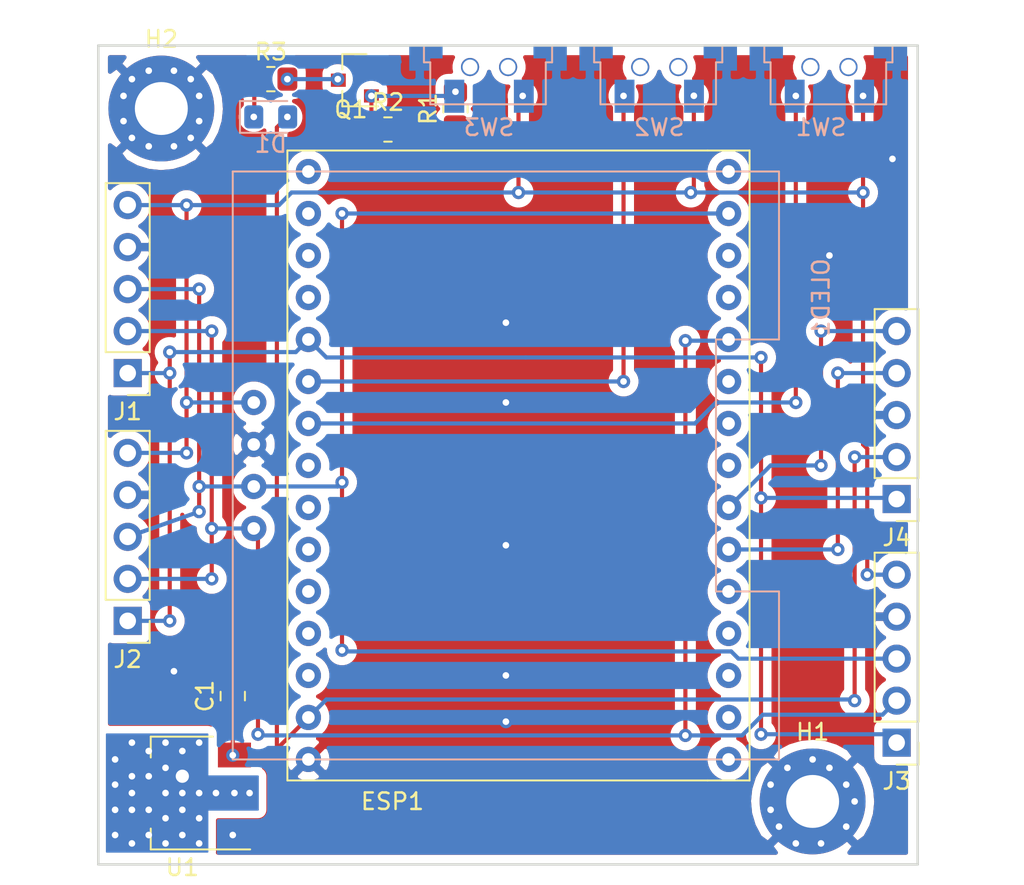
<source format=kicad_pcb>
(kicad_pcb (version 20171130) (host pcbnew "(5.1.9)-1")

  (general
    (thickness 1.6)
    (drawings 6)
    (tracks 236)
    (zones 0)
    (modules 18)
    (nets 35)
  )

  (page A4)
  (layers
    (0 F.Cu signal)
    (31 B.Cu signal)
    (32 B.Adhes user)
    (33 F.Adhes user)
    (34 B.Paste user)
    (35 F.Paste user)
    (36 B.SilkS user)
    (37 F.SilkS user)
    (38 B.Mask user)
    (39 F.Mask user)
    (40 Dwgs.User user)
    (41 Cmts.User user)
    (42 Eco1.User user)
    (43 Eco2.User user)
    (44 Edge.Cuts user)
    (45 Margin user)
    (46 B.CrtYd user)
    (47 F.CrtYd user)
    (48 B.Fab user)
    (49 F.Fab user)
  )

  (setup
    (last_trace_width 0.25)
    (trace_clearance 0.2)
    (zone_clearance 0.508)
    (zone_45_only no)
    (trace_min 0.2)
    (via_size 0.8)
    (via_drill 0.4)
    (via_min_size 0.4)
    (via_min_drill 0.3)
    (uvia_size 0.3)
    (uvia_drill 0.1)
    (uvias_allowed no)
    (uvia_min_size 0.2)
    (uvia_min_drill 0.1)
    (edge_width 0.1)
    (segment_width 0.2)
    (pcb_text_width 0.3)
    (pcb_text_size 1.5 1.5)
    (mod_edge_width 0.15)
    (mod_text_size 1 1)
    (mod_text_width 0.15)
    (pad_size 2 3.8)
    (pad_drill 0)
    (pad_to_mask_clearance 0)
    (aux_axis_origin 0 0)
    (visible_elements 7FFFFFFF)
    (pcbplotparams
      (layerselection 0x010fc_ffffffff)
      (usegerberextensions false)
      (usegerberattributes true)
      (usegerberadvancedattributes true)
      (creategerberjobfile true)
      (excludeedgelayer true)
      (linewidth 0.100000)
      (plotframeref false)
      (viasonmask false)
      (mode 1)
      (useauxorigin false)
      (hpglpennumber 1)
      (hpglpenspeed 20)
      (hpglpendiameter 15.000000)
      (psnegative false)
      (psa4output false)
      (plotreference true)
      (plotvalue true)
      (plotinvisibletext false)
      (padsonsilk false)
      (subtractmaskfromsilk false)
      (outputformat 1)
      (mirror false)
      (drillshape 1)
      (scaleselection 1)
      (outputdirectory ""))
  )

  (net 0 "")
  (net 1 VIN)
  (net 2 GND)
  (net 3 "Net-(D1-Pad1)")
  (net 4 GPIO_33)
  (net 5 GPIO_32)
  (net 6 INT)
  (net 7 GPIO_34)
  (net 8 U2_RX)
  (net 9 U2_TX)
  (net 10 SDA)
  (net 11 SCL)
  (net 12 3V3)
  (net 13 "Net-(Q1-Pad1)")
  (net 14 "Net-(Q1-Pad3)")
  (net 15 "Net-(ESP1-Pad20)")
  (net 16 "Net-(ESP1-Pad18)")
  (net 17 "Net-(ESP1-Pad17)")
  (net 18 "Net-(ESP1-Pad16)")
  (net 19 "Net-(ESP1-Pad15)")
  (net 20 "Net-(ESP1-Pad14)")
  (net 21 "Net-(ESP1-Pad8)")
  (net 22 "Net-(ESP1-Pad5)")
  (net 23 "Net-(ESP1-Pad4)")
  (net 24 "Net-(ESP1-Pad3)")
  (net 25 "Net-(ESP1-Pad21)")
  (net 26 "Net-(ESP1-Pad22)")
  (net 27 "Net-(ESP1-Pad24)")
  (net 28 "Net-(ESP1-Pad34)")
  (net 29 "Net-(ESP1-Pad35)")
  (net 30 "Net-(ESP1-Pad38)")
  (net 31 "Net-(ESP1-Pad40)")
  (net 32 "Net-(ESP1-Pad41)")
  (net 33 "Net-(ESP1-Pad9)")
  (net 34 "Net-(ESP1-Pad36)")

  (net_class Default "This is the default net class."
    (clearance 0.2)
    (trace_width 0.25)
    (via_dia 0.8)
    (via_drill 0.4)
    (uvia_dia 0.3)
    (uvia_drill 0.1)
    (add_net 3V3)
    (add_net GND)
    (add_net GPIO_32)
    (add_net GPIO_33)
    (add_net GPIO_34)
    (add_net INT)
    (add_net "Net-(D1-Pad1)")
    (add_net "Net-(ESP1-Pad14)")
    (add_net "Net-(ESP1-Pad15)")
    (add_net "Net-(ESP1-Pad16)")
    (add_net "Net-(ESP1-Pad17)")
    (add_net "Net-(ESP1-Pad18)")
    (add_net "Net-(ESP1-Pad20)")
    (add_net "Net-(ESP1-Pad21)")
    (add_net "Net-(ESP1-Pad22)")
    (add_net "Net-(ESP1-Pad24)")
    (add_net "Net-(ESP1-Pad3)")
    (add_net "Net-(ESP1-Pad34)")
    (add_net "Net-(ESP1-Pad35)")
    (add_net "Net-(ESP1-Pad36)")
    (add_net "Net-(ESP1-Pad38)")
    (add_net "Net-(ESP1-Pad4)")
    (add_net "Net-(ESP1-Pad40)")
    (add_net "Net-(ESP1-Pad41)")
    (add_net "Net-(ESP1-Pad5)")
    (add_net "Net-(ESP1-Pad8)")
    (add_net "Net-(ESP1-Pad9)")
    (add_net "Net-(Q1-Pad1)")
    (add_net "Net-(Q1-Pad3)")
    (add_net SCL)
    (add_net SDA)
    (add_net U2_RX)
    (add_net U2_TX)
    (add_net VIN)
  )

  (module Package_TO_SOT_SMD:SOT-223-3_TabPin2 (layer F.Cu) (tedit 6010534D) (tstamp 60116440)
    (at 132.08 106.172 180)
    (descr "module CMS SOT223 4 pins")
    (tags "CMS SOT")
    (path /60070624)
    (zone_connect 2)
    (attr smd)
    (fp_text reference U1 (at 0 -4.5) (layer F.SilkS)
      (effects (font (size 1 1) (thickness 0.15)))
    )
    (fp_text value AMS1117-3.3 (at 0 4.5) (layer F.Fab)
      (effects (font (size 1 1) (thickness 0.15)))
    )
    (fp_line (start 1.85 -3.35) (end 1.85 3.35) (layer F.Fab) (width 0.1))
    (fp_line (start -1.85 3.35) (end 1.85 3.35) (layer F.Fab) (width 0.1))
    (fp_line (start -4.1 -3.41) (end 1.91 -3.41) (layer F.SilkS) (width 0.12))
    (fp_line (start -0.85 -3.35) (end 1.85 -3.35) (layer F.Fab) (width 0.1))
    (fp_line (start -1.85 3.41) (end 1.91 3.41) (layer F.SilkS) (width 0.12))
    (fp_line (start -1.85 -2.35) (end -1.85 3.35) (layer F.Fab) (width 0.1))
    (fp_line (start -1.85 -2.35) (end -0.85 -3.35) (layer F.Fab) (width 0.1))
    (fp_line (start -4.4 -3.6) (end -4.4 3.6) (layer F.CrtYd) (width 0.05))
    (fp_line (start -4.4 3.6) (end 4.4 3.6) (layer F.CrtYd) (width 0.05))
    (fp_line (start 4.4 3.6) (end 4.4 -3.6) (layer F.CrtYd) (width 0.05))
    (fp_line (start 4.4 -3.6) (end -4.4 -3.6) (layer F.CrtYd) (width 0.05))
    (fp_line (start 1.91 -3.41) (end 1.91 -2.15) (layer F.SilkS) (width 0.12))
    (fp_line (start 1.91 3.41) (end 1.91 2.15) (layer F.SilkS) (width 0.12))
    (fp_text user %R (at 0 0 90) (layer F.Fab)
      (effects (font (size 0.8 0.8) (thickness 0.12)))
    )
    (pad 2 smd rect (at 3.15 0 180) (size 2 3.8) (layers F.Cu F.Paste F.Mask)
      (net 12 3V3) (zone_connect 2))
    (pad 2 smd rect (at -3.15 0 180) (size 2 1.5) (layers F.Cu F.Paste F.Mask)
      (net 12 3V3) (zone_connect 2))
    (pad 3 smd rect (at -3.15 2.3 180) (size 2 1.5) (layers F.Cu F.Paste F.Mask)
      (net 1 VIN) (zone_connect 2))
    (pad 1 smd rect (at -3.15 -2.3 180) (size 2 1.5) (layers F.Cu F.Paste F.Mask)
      (net 2 GND) (zone_connect 2))
    (model ${KISYS3DMOD}/Package_TO_SOT_SMD.3dshapes/SOT-223.wrl
      (at (xyz 0 0 0))
      (scale (xyz 1 1 1))
      (rotate (xyz 0 0 0))
    )
  )

  (module Connector_PinHeader_2.54mm:PinHeader_1x05_P2.54mm_Vertical (layer F.Cu) (tedit 59FED5CC) (tstamp 60107E1B)
    (at 175.26 88.392 180)
    (descr "Through hole straight pin header, 1x05, 2.54mm pitch, single row")
    (tags "Through hole pin header THT 1x05 2.54mm single row")
    (path /6009AB56)
    (fp_text reference J4 (at 0 -2.33) (layer F.SilkS)
      (effects (font (size 1 1) (thickness 0.15)))
    )
    (fp_text value Conn_01x05_Male (at 0 12.49) (layer F.Fab)
      (effects (font (size 1 1) (thickness 0.15)))
    )
    (fp_line (start -0.635 -1.27) (end 1.27 -1.27) (layer F.Fab) (width 0.1))
    (fp_line (start 1.27 -1.27) (end 1.27 11.43) (layer F.Fab) (width 0.1))
    (fp_line (start 1.27 11.43) (end -1.27 11.43) (layer F.Fab) (width 0.1))
    (fp_line (start -1.27 11.43) (end -1.27 -0.635) (layer F.Fab) (width 0.1))
    (fp_line (start -1.27 -0.635) (end -0.635 -1.27) (layer F.Fab) (width 0.1))
    (fp_line (start -1.33 11.49) (end 1.33 11.49) (layer F.SilkS) (width 0.12))
    (fp_line (start -1.33 1.27) (end -1.33 11.49) (layer F.SilkS) (width 0.12))
    (fp_line (start 1.33 1.27) (end 1.33 11.49) (layer F.SilkS) (width 0.12))
    (fp_line (start -1.33 1.27) (end 1.33 1.27) (layer F.SilkS) (width 0.12))
    (fp_line (start -1.33 0) (end -1.33 -1.33) (layer F.SilkS) (width 0.12))
    (fp_line (start -1.33 -1.33) (end 0 -1.33) (layer F.SilkS) (width 0.12))
    (fp_line (start -1.8 -1.8) (end -1.8 11.95) (layer F.CrtYd) (width 0.05))
    (fp_line (start -1.8 11.95) (end 1.8 11.95) (layer F.CrtYd) (width 0.05))
    (fp_line (start 1.8 11.95) (end 1.8 -1.8) (layer F.CrtYd) (width 0.05))
    (fp_line (start 1.8 -1.8) (end -1.8 -1.8) (layer F.CrtYd) (width 0.05))
    (fp_text user %R (at 0 5.08 90) (layer F.Fab)
      (effects (font (size 1 1) (thickness 0.15)))
    )
    (pad 5 thru_hole oval (at 0 10.16 180) (size 1.7 1.7) (drill 1) (layers *.Cu *.Mask)
      (net 9 U2_TX))
    (pad 4 thru_hole oval (at 0 7.62 180) (size 1.7 1.7) (drill 1) (layers *.Cu *.Mask)
      (net 8 U2_RX))
    (pad 3 thru_hole oval (at 0 5.08 180) (size 1.7 1.7) (drill 1) (layers *.Cu *.Mask)
      (net 2 GND))
    (pad 2 thru_hole oval (at 0 2.54 180) (size 1.7 1.7) (drill 1) (layers *.Cu *.Mask)
      (net 1 VIN))
    (pad 1 thru_hole rect (at 0 0 180) (size 1.7 1.7) (drill 1) (layers *.Cu *.Mask)
      (net 6 INT))
    (model ${KISYS3DMOD}/Connector_PinHeader_2.54mm.3dshapes/PinHeader_1x05_P2.54mm_Vertical.wrl
      (at (xyz 0 0 0))
      (scale (xyz 1 1 1))
      (rotate (xyz 0 0 0))
    )
  )

  (module Connector_PinHeader_2.54mm:PinHeader_1x05_P2.54mm_Vertical (layer F.Cu) (tedit 59FED5CC) (tstamp 60103F2C)
    (at 128.778 95.758 180)
    (descr "Through hole straight pin header, 1x05, 2.54mm pitch, single row")
    (tags "Through hole pin header THT 1x05 2.54mm single row")
    (path /6013A61F)
    (fp_text reference J2 (at 0 -2.33) (layer F.SilkS)
      (effects (font (size 1 1) (thickness 0.15)))
    )
    (fp_text value Conn_01x05_Female (at 0 12.49) (layer F.Fab)
      (effects (font (size 1 1) (thickness 0.15)))
    )
    (fp_line (start -0.635 -1.27) (end 1.27 -1.27) (layer F.Fab) (width 0.1))
    (fp_line (start 1.27 -1.27) (end 1.27 11.43) (layer F.Fab) (width 0.1))
    (fp_line (start 1.27 11.43) (end -1.27 11.43) (layer F.Fab) (width 0.1))
    (fp_line (start -1.27 11.43) (end -1.27 -0.635) (layer F.Fab) (width 0.1))
    (fp_line (start -1.27 -0.635) (end -0.635 -1.27) (layer F.Fab) (width 0.1))
    (fp_line (start -1.33 11.49) (end 1.33 11.49) (layer F.SilkS) (width 0.12))
    (fp_line (start -1.33 1.27) (end -1.33 11.49) (layer F.SilkS) (width 0.12))
    (fp_line (start 1.33 1.27) (end 1.33 11.49) (layer F.SilkS) (width 0.12))
    (fp_line (start -1.33 1.27) (end 1.33 1.27) (layer F.SilkS) (width 0.12))
    (fp_line (start -1.33 0) (end -1.33 -1.33) (layer F.SilkS) (width 0.12))
    (fp_line (start -1.33 -1.33) (end 0 -1.33) (layer F.SilkS) (width 0.12))
    (fp_line (start -1.8 -1.8) (end -1.8 11.95) (layer F.CrtYd) (width 0.05))
    (fp_line (start -1.8 11.95) (end 1.8 11.95) (layer F.CrtYd) (width 0.05))
    (fp_line (start 1.8 11.95) (end 1.8 -1.8) (layer F.CrtYd) (width 0.05))
    (fp_line (start 1.8 -1.8) (end -1.8 -1.8) (layer F.CrtYd) (width 0.05))
    (fp_text user %R (at 0 5.08 90) (layer F.Fab)
      (effects (font (size 1 1) (thickness 0.15)))
    )
    (pad 5 thru_hole oval (at 0 10.16 180) (size 1.7 1.7) (drill 1) (layers *.Cu *.Mask)
      (net 12 3V3))
    (pad 4 thru_hole oval (at 0 7.62 180) (size 1.7 1.7) (drill 1) (layers *.Cu *.Mask)
      (net 2 GND))
    (pad 3 thru_hole oval (at 0 5.08 180) (size 1.7 1.7) (drill 1) (layers *.Cu *.Mask)
      (net 11 SCL))
    (pad 2 thru_hole oval (at 0 2.54 180) (size 1.7 1.7) (drill 1) (layers *.Cu *.Mask)
      (net 10 SDA))
    (pad 1 thru_hole rect (at 0 0 180) (size 1.7 1.7) (drill 1) (layers *.Cu *.Mask)
      (net 6 INT))
    (model ${KISYS3DMOD}/Connector_PinHeader_2.54mm.3dshapes/PinHeader_1x05_P2.54mm_Vertical.wrl
      (at (xyz 0 0 0))
      (scale (xyz 1 1 1))
      (rotate (xyz 0 0 0))
    )
  )

  (module Connector_PinHeader_2.54mm:PinHeader_1x05_P2.54mm_Vertical (layer F.Cu) (tedit 59FED5CC) (tstamp 60103F14)
    (at 128.778 80.772 180)
    (descr "Through hole straight pin header, 1x05, 2.54mm pitch, single row")
    (tags "Through hole pin header THT 1x05 2.54mm single row")
    (path /6013B4C5)
    (fp_text reference J1 (at 0 -2.33) (layer F.SilkS)
      (effects (font (size 1 1) (thickness 0.15)))
    )
    (fp_text value Conn_01x05_Female (at 0 12.49) (layer F.Fab)
      (effects (font (size 1 1) (thickness 0.15)))
    )
    (fp_line (start -0.635 -1.27) (end 1.27 -1.27) (layer F.Fab) (width 0.1))
    (fp_line (start 1.27 -1.27) (end 1.27 11.43) (layer F.Fab) (width 0.1))
    (fp_line (start 1.27 11.43) (end -1.27 11.43) (layer F.Fab) (width 0.1))
    (fp_line (start -1.27 11.43) (end -1.27 -0.635) (layer F.Fab) (width 0.1))
    (fp_line (start -1.27 -0.635) (end -0.635 -1.27) (layer F.Fab) (width 0.1))
    (fp_line (start -1.33 11.49) (end 1.33 11.49) (layer F.SilkS) (width 0.12))
    (fp_line (start -1.33 1.27) (end -1.33 11.49) (layer F.SilkS) (width 0.12))
    (fp_line (start 1.33 1.27) (end 1.33 11.49) (layer F.SilkS) (width 0.12))
    (fp_line (start -1.33 1.27) (end 1.33 1.27) (layer F.SilkS) (width 0.12))
    (fp_line (start -1.33 0) (end -1.33 -1.33) (layer F.SilkS) (width 0.12))
    (fp_line (start -1.33 -1.33) (end 0 -1.33) (layer F.SilkS) (width 0.12))
    (fp_line (start -1.8 -1.8) (end -1.8 11.95) (layer F.CrtYd) (width 0.05))
    (fp_line (start -1.8 11.95) (end 1.8 11.95) (layer F.CrtYd) (width 0.05))
    (fp_line (start 1.8 11.95) (end 1.8 -1.8) (layer F.CrtYd) (width 0.05))
    (fp_line (start 1.8 -1.8) (end -1.8 -1.8) (layer F.CrtYd) (width 0.05))
    (fp_text user %R (at 0 5.08 90) (layer F.Fab)
      (effects (font (size 1 1) (thickness 0.15)))
    )
    (pad 5 thru_hole oval (at 0 10.16 180) (size 1.7 1.7) (drill 1) (layers *.Cu *.Mask)
      (net 12 3V3))
    (pad 4 thru_hole oval (at 0 7.62 180) (size 1.7 1.7) (drill 1) (layers *.Cu *.Mask)
      (net 2 GND))
    (pad 3 thru_hole oval (at 0 5.08 180) (size 1.7 1.7) (drill 1) (layers *.Cu *.Mask)
      (net 11 SCL))
    (pad 2 thru_hole oval (at 0 2.54 180) (size 1.7 1.7) (drill 1) (layers *.Cu *.Mask)
      (net 10 SDA))
    (pad 1 thru_hole rect (at 0 0 180) (size 1.7 1.7) (drill 1) (layers *.Cu *.Mask)
      (net 6 INT))
    (model ${KISYS3DMOD}/Connector_PinHeader_2.54mm.3dshapes/PinHeader_1x05_P2.54mm_Vertical.wrl
      (at (xyz 0 0 0))
      (scale (xyz 1 1 1))
      (rotate (xyz 0 0 0))
    )
  )

  (module pcb-v5:G71Y_µsw_smd (layer B.Cu) (tedit 5B7E9DA3) (tstamp 601053F2)
    (at 150.495 60.96 180)
    (path /60095C5E)
    (fp_text reference SW3 (at -0.127 -4.953) (layer B.SilkS)
      (effects (font (size 1 1) (thickness 0.15)) (justify mirror))
    )
    (fp_text value G71Y (at -0.127 1.905 180) (layer B.Fab)
      (effects (font (size 1 1) (thickness 0.15)) (justify mirror))
    )
    (fp_line (start 2.794 0) (end 3.81 0) (layer B.SilkS) (width 0.12))
    (fp_line (start -3.937 0) (end -2.921 0) (layer B.SilkS) (width 0.12))
    (fp_line (start -3.937 -1.016) (end -3.937 0) (layer B.SilkS) (width 0.12))
    (fp_line (start -3.556 -1.016) (end -3.937 -1.016) (layer B.SilkS) (width 0.12))
    (fp_line (start -3.556 -3.556) (end -3.556 -1.016) (layer B.SilkS) (width 0.12))
    (fp_line (start 3.429 -3.556) (end -3.556 -3.556) (layer B.SilkS) (width 0.12))
    (fp_line (start 3.429 -1.016) (end 3.429 -3.556) (layer B.SilkS) (width 0.12))
    (fp_line (start 3.81 -1.016) (end 3.429 -1.016) (layer B.SilkS) (width 0.12))
    (fp_line (start 3.81 0) (end 3.81 -1.016) (layer B.SilkS) (width 0.12))
    (fp_line (start -2.667 0) (end 2.54 0) (layer B.SilkS) (width 0.12))
    (fp_text user "PCB edge" (at -0.127 0.508 180) (layer Cmts.User)
      (effects (font (size 0.6 0.6) (thickness 0.05)))
    )
    (pad "" np_thru_hole circle (at 1.023 -1.3 180) (size 1.1 1.1) (drill 0.9) (layers *.Cu *.Mask))
    (pad "" np_thru_hole circle (at -1.277 -1.3 180) (size 1.1 1.1) (drill 0.9) (layers *.Cu *.Mask))
    (pad 2 smd rect (at 1.973 -2.667 180) (size 1.2 2) (drill (offset 0 -0.4)) (layers B.Cu B.Paste B.Mask)
      (net 13 "Net-(Q1-Pad1)"))
    (pad 1 smd rect (at -2.227 -2.667 180) (size 1.2 2) (drill (offset 0 -0.4)) (layers B.Cu B.Paste B.Mask)
      (net 12 3V3))
    (pad 3 smd rect (at 4.064 -0.762 180) (size 1.27 1.524) (layers B.Cu B.Paste B.Mask)
      (net 2 GND))
    (pad 3 smd rect (at 3.683 -0.381 180) (size 2 0.8) (layers B.Cu B.Paste B.Mask)
      (net 2 GND))
    (pad 3 smd rect (at -4.191 -0.762 180) (size 1.27 1.524) (layers B.Cu B.Paste B.Mask)
      (net 2 GND))
    (pad 3 smd rect (at -3.81 -0.381 180) (size 2 0.8) (layers B.Cu B.Paste B.Mask)
      (net 2 GND))
  )

  (module pcb-v5:G71Y_µsw_smd (layer B.Cu) (tedit 5B7E9DA3) (tstamp 601053DB)
    (at 160.782 60.96 180)
    (path /60134600)
    (fp_text reference SW2 (at -0.127 -4.953) (layer B.SilkS)
      (effects (font (size 1 1) (thickness 0.15)) (justify mirror))
    )
    (fp_text value G71Y (at -0.127 1.905 180) (layer B.Fab)
      (effects (font (size 1 1) (thickness 0.15)) (justify mirror))
    )
    (fp_line (start 2.794 0) (end 3.81 0) (layer B.SilkS) (width 0.12))
    (fp_line (start -3.937 0) (end -2.921 0) (layer B.SilkS) (width 0.12))
    (fp_line (start -3.937 -1.016) (end -3.937 0) (layer B.SilkS) (width 0.12))
    (fp_line (start -3.556 -1.016) (end -3.937 -1.016) (layer B.SilkS) (width 0.12))
    (fp_line (start -3.556 -3.556) (end -3.556 -1.016) (layer B.SilkS) (width 0.12))
    (fp_line (start 3.429 -3.556) (end -3.556 -3.556) (layer B.SilkS) (width 0.12))
    (fp_line (start 3.429 -1.016) (end 3.429 -3.556) (layer B.SilkS) (width 0.12))
    (fp_line (start 3.81 -1.016) (end 3.429 -1.016) (layer B.SilkS) (width 0.12))
    (fp_line (start 3.81 0) (end 3.81 -1.016) (layer B.SilkS) (width 0.12))
    (fp_line (start -2.667 0) (end 2.54 0) (layer B.SilkS) (width 0.12))
    (fp_text user "PCB edge" (at -0.127 0.508 180) (layer Cmts.User)
      (effects (font (size 0.6 0.6) (thickness 0.05)))
    )
    (pad "" np_thru_hole circle (at 1.023 -1.3 180) (size 1.1 1.1) (drill 0.9) (layers *.Cu *.Mask))
    (pad "" np_thru_hole circle (at -1.277 -1.3 180) (size 1.1 1.1) (drill 0.9) (layers *.Cu *.Mask))
    (pad 2 smd rect (at 1.973 -2.667 180) (size 1.2 2) (drill (offset 0 -0.4)) (layers B.Cu B.Paste B.Mask)
      (net 5 GPIO_32))
    (pad 1 smd rect (at -2.227 -2.667 180) (size 1.2 2) (drill (offset 0 -0.4)) (layers B.Cu B.Paste B.Mask)
      (net 12 3V3))
    (pad 3 smd rect (at 4.064 -0.762 180) (size 1.27 1.524) (layers B.Cu B.Paste B.Mask)
      (net 2 GND))
    (pad 3 smd rect (at 3.683 -0.381 180) (size 2 0.8) (layers B.Cu B.Paste B.Mask)
      (net 2 GND))
    (pad 3 smd rect (at -4.191 -0.762 180) (size 1.27 1.524) (layers B.Cu B.Paste B.Mask)
      (net 2 GND))
    (pad 3 smd rect (at -3.81 -0.381 180) (size 2 0.8) (layers B.Cu B.Paste B.Mask)
      (net 2 GND))
  )

  (module pcb-v5:G71Y_µsw_smd (layer B.Cu) (tedit 5B7E9DA3) (tstamp 601053C4)
    (at 171.069 60.96 180)
    (path /6013A964)
    (fp_text reference SW1 (at 0.381 -4.953) (layer B.SilkS)
      (effects (font (size 1 1) (thickness 0.15)) (justify mirror))
    )
    (fp_text value G71Y (at 0 1.905 180) (layer B.Fab)
      (effects (font (size 1 1) (thickness 0.15)) (justify mirror))
    )
    (fp_line (start 2.794 0) (end 3.81 0) (layer B.SilkS) (width 0.12))
    (fp_line (start -3.937 0) (end -2.921 0) (layer B.SilkS) (width 0.12))
    (fp_line (start -3.937 -1.016) (end -3.937 0) (layer B.SilkS) (width 0.12))
    (fp_line (start -3.556 -1.016) (end -3.937 -1.016) (layer B.SilkS) (width 0.12))
    (fp_line (start -3.556 -3.556) (end -3.556 -1.016) (layer B.SilkS) (width 0.12))
    (fp_line (start 3.429 -3.556) (end -3.556 -3.556) (layer B.SilkS) (width 0.12))
    (fp_line (start 3.429 -1.016) (end 3.429 -3.556) (layer B.SilkS) (width 0.12))
    (fp_line (start 3.81 -1.016) (end 3.429 -1.016) (layer B.SilkS) (width 0.12))
    (fp_line (start 3.81 0) (end 3.81 -1.016) (layer B.SilkS) (width 0.12))
    (fp_line (start -2.667 0) (end 2.54 0) (layer B.SilkS) (width 0.12))
    (fp_text user "PCB edge" (at -0.127 0.508 180) (layer Cmts.User)
      (effects (font (size 0.6 0.6) (thickness 0.05)))
    )
    (pad "" np_thru_hole circle (at 1.023 -1.3 180) (size 1.1 1.1) (drill 0.9) (layers *.Cu *.Mask))
    (pad "" np_thru_hole circle (at -1.277 -1.3 180) (size 1.1 1.1) (drill 0.9) (layers *.Cu *.Mask))
    (pad 2 smd rect (at 1.973 -2.667 180) (size 1.2 2) (drill (offset 0 -0.4)) (layers B.Cu B.Paste B.Mask)
      (net 4 GPIO_33))
    (pad 1 smd rect (at -2.227 -2.667 180) (size 1.2 2) (drill (offset 0 -0.4)) (layers B.Cu B.Paste B.Mask)
      (net 12 3V3))
    (pad 3 smd rect (at 4.064 -0.762 180) (size 1.27 1.524) (layers B.Cu B.Paste B.Mask)
      (net 2 GND))
    (pad 3 smd rect (at 3.683 -0.381 180) (size 2 0.8) (layers B.Cu B.Paste B.Mask)
      (net 2 GND))
    (pad 3 smd rect (at -4.191 -0.762 180) (size 1.27 1.524) (layers B.Cu B.Paste B.Mask)
      (net 2 GND))
    (pad 3 smd rect (at -3.81 -0.381 180) (size 2 0.8) (layers B.Cu B.Paste B.Mask)
      (net 2 GND))
  )

  (module Capacitor_SMD:C_0805_2012Metric_Pad1.18x1.45mm_HandSolder (layer F.Cu) (tedit 5F68FEEF) (tstamp 601042D2)
    (at 135.128 100.3085 90)
    (descr "Capacitor SMD 0805 (2012 Metric), square (rectangular) end terminal, IPC_7351 nominal with elongated pad for handsoldering. (Body size source: IPC-SM-782 page 76, https://www.pcb-3d.com/wordpress/wp-content/uploads/ipc-sm-782a_amendment_1_and_2.pdf, https://docs.google.com/spreadsheets/d/1BsfQQcO9C6DZCsRaXUlFlo91Tg2WpOkGARC1WS5S8t0/edit?usp=sharing), generated with kicad-footprint-generator")
    (tags "capacitor handsolder")
    (path /60099A48)
    (attr smd)
    (fp_text reference C1 (at 0 -1.68 90) (layer F.SilkS)
      (effects (font (size 1 1) (thickness 0.15)))
    )
    (fp_text value 10µF (at 0 1.68 90) (layer F.Fab)
      (effects (font (size 1 1) (thickness 0.15)))
    )
    (fp_line (start 1.88 0.98) (end -1.88 0.98) (layer F.CrtYd) (width 0.05))
    (fp_line (start 1.88 -0.98) (end 1.88 0.98) (layer F.CrtYd) (width 0.05))
    (fp_line (start -1.88 -0.98) (end 1.88 -0.98) (layer F.CrtYd) (width 0.05))
    (fp_line (start -1.88 0.98) (end -1.88 -0.98) (layer F.CrtYd) (width 0.05))
    (fp_line (start -0.261252 0.735) (end 0.261252 0.735) (layer F.SilkS) (width 0.12))
    (fp_line (start -0.261252 -0.735) (end 0.261252 -0.735) (layer F.SilkS) (width 0.12))
    (fp_line (start 1 0.625) (end -1 0.625) (layer F.Fab) (width 0.1))
    (fp_line (start 1 -0.625) (end 1 0.625) (layer F.Fab) (width 0.1))
    (fp_line (start -1 -0.625) (end 1 -0.625) (layer F.Fab) (width 0.1))
    (fp_line (start -1 0.625) (end -1 -0.625) (layer F.Fab) (width 0.1))
    (fp_text user %R (at 0 0 90) (layer F.Fab)
      (effects (font (size 0.5 0.5) (thickness 0.08)))
    )
    (pad 1 smd roundrect (at -1.0375 0 90) (size 1.175 1.45) (layers F.Cu F.Paste F.Mask) (roundrect_rratio 0.212766)
      (net 1 VIN))
    (pad 2 smd roundrect (at 1.0375 0 90) (size 1.175 1.45) (layers F.Cu F.Paste F.Mask) (roundrect_rratio 0.212766)
      (net 2 GND))
    (model ${KISYS3DMOD}/Capacitor_SMD.3dshapes/C_0805_2012Metric.wrl
      (at (xyz 0 0 0))
      (scale (xyz 1 1 1))
      (rotate (xyz 0 0 0))
    )
  )

  (module LED_SMD:LED_0805_2012Metric_Pad1.15x1.40mm_HandSolder (layer B.Cu) (tedit 5F68FEF1) (tstamp 60103EC4)
    (at 137.423 65.278)
    (descr "LED SMD 0805 (2012 Metric), square (rectangular) end terminal, IPC_7351 nominal, (Body size source: https://docs.google.com/spreadsheets/d/1BsfQQcO9C6DZCsRaXUlFlo91Tg2WpOkGARC1WS5S8t0/edit?usp=sharing), generated with kicad-footprint-generator")
    (tags "LED handsolder")
    (path /6009ECC5)
    (attr smd)
    (fp_text reference D1 (at 0 1.65 180) (layer B.SilkS)
      (effects (font (size 1 1) (thickness 0.15)) (justify mirror))
    )
    (fp_text value LED (at 0 -1.65 180) (layer B.Fab)
      (effects (font (size 1 1) (thickness 0.15)) (justify mirror))
    )
    (fp_line (start 1.85 -0.95) (end -1.85 -0.95) (layer B.CrtYd) (width 0.05))
    (fp_line (start 1.85 0.95) (end 1.85 -0.95) (layer B.CrtYd) (width 0.05))
    (fp_line (start -1.85 0.95) (end 1.85 0.95) (layer B.CrtYd) (width 0.05))
    (fp_line (start -1.85 -0.95) (end -1.85 0.95) (layer B.CrtYd) (width 0.05))
    (fp_line (start -1.86 -0.96) (end 1 -0.96) (layer B.SilkS) (width 0.12))
    (fp_line (start -1.86 0.96) (end -1.86 -0.96) (layer B.SilkS) (width 0.12))
    (fp_line (start 1 0.96) (end -1.86 0.96) (layer B.SilkS) (width 0.12))
    (fp_line (start 1 -0.6) (end 1 0.6) (layer B.Fab) (width 0.1))
    (fp_line (start -1 -0.6) (end 1 -0.6) (layer B.Fab) (width 0.1))
    (fp_line (start -1 0.3) (end -1 -0.6) (layer B.Fab) (width 0.1))
    (fp_line (start -0.7 0.6) (end -1 0.3) (layer B.Fab) (width 0.1))
    (fp_line (start 1 0.6) (end -0.7 0.6) (layer B.Fab) (width 0.1))
    (fp_text user %R (at 0 0 180) (layer B.Fab)
      (effects (font (size 0.5 0.5) (thickness 0.08)) (justify mirror))
    )
    (pad 1 smd roundrect (at -1.025 0) (size 1.15 1.4) (layers B.Cu B.Paste B.Mask) (roundrect_rratio 0.217391)
      (net 3 "Net-(D1-Pad1)"))
    (pad 2 smd roundrect (at 1.025 0) (size 1.15 1.4) (layers B.Cu B.Paste B.Mask) (roundrect_rratio 0.217391)
      (net 1 VIN))
    (model ${KISYS3DMOD}/LED_SMD.3dshapes/LED_0805_2012Metric.wrl
      (at (xyz 0 0 0))
      (scale (xyz 1 1 1))
      (rotate (xyz 0 0 0))
    )
  )

  (module pcb-v5:ESP32_30_pins (layer F.Cu) (tedit 600FDA93) (tstamp 6011AE18)
    (at 139.7 104.14)
    (path /6006D219)
    (fp_text reference ESP1 (at 5.08 2.54) (layer F.SilkS)
      (effects (font (size 1 1) (thickness 0.15)))
    )
    (fp_text value ESP32 (at 10.16 2.54) (layer F.Fab)
      (effects (font (size 1 1) (thickness 0.15)))
    )
    (fp_line (start 24.13 1.27) (end 26.67 1.27) (layer F.SilkS) (width 0.12))
    (fp_line (start 26.67 -36.83) (end 24.13 -36.83) (layer F.SilkS) (width 0.12))
    (fp_line (start -1.27 -36.83) (end -1.27 1.27) (layer F.SilkS) (width 0.12))
    (fp_line (start 24.13 -36.83) (end -1.27 -36.83) (layer F.SilkS) (width 0.12))
    (fp_line (start 26.67 1.27) (end 26.67 -36.83) (layer F.SilkS) (width 0.12))
    (fp_line (start -1.27 1.27) (end 24.13 1.27) (layer F.SilkS) (width 0.12))
    (pad 1 thru_hole circle (at 0 0) (size 1.524 1.524) (drill 0.762) (layers *.Cu *.Mask)
      (net 2 GND))
    (pad 2 thru_hole circle (at 0 -2.54) (size 1.524 1.524) (drill 0.762) (layers *.Cu *.Mask)
      (net 1 VIN))
    (pad 20 thru_hole circle (at 0 -5.08) (size 1.524 1.524) (drill 0.762) (layers *.Cu *.Mask)
      (net 15 "Net-(ESP1-Pad20)"))
    (pad 18 thru_hole circle (at 0 -7.62) (size 1.524 1.524) (drill 0.762) (layers *.Cu *.Mask)
      (net 16 "Net-(ESP1-Pad18)"))
    (pad 17 thru_hole circle (at 0 -10.16) (size 1.524 1.524) (drill 0.762) (layers *.Cu *.Mask)
      (net 17 "Net-(ESP1-Pad17)"))
    (pad 16 thru_hole circle (at 0 -12.7) (size 1.524 1.524) (drill 0.762) (layers *.Cu *.Mask)
      (net 18 "Net-(ESP1-Pad16)"))
    (pad 15 thru_hole circle (at 0 -15.24) (size 1.524 1.524) (drill 0.762) (layers *.Cu *.Mask)
      (net 19 "Net-(ESP1-Pad15)"))
    (pad 14 thru_hole circle (at 0 -17.78) (size 1.524 1.524) (drill 0.762) (layers *.Cu *.Mask)
      (net 20 "Net-(ESP1-Pad14)"))
    (pad 13 thru_hole circle (at 0 -20.32) (size 1.524 1.524) (drill 0.762) (layers *.Cu *.Mask)
      (net 4 GPIO_33))
    (pad 12 thru_hole circle (at 0 -22.86) (size 1.524 1.524) (drill 0.762) (layers *.Cu *.Mask)
      (net 5 GPIO_32))
    (pad 11 thru_hole circle (at 0 -25.4) (size 1.524 1.524) (drill 0.762) (layers *.Cu *.Mask)
      (net 6 INT))
    (pad 10 thru_hole circle (at 0 -27.94) (size 1.524 1.524) (drill 0.762) (layers *.Cu *.Mask)
      (net 7 GPIO_34))
    (pad 8 thru_hole circle (at 0 -30.48) (size 1.524 1.524) (drill 0.762) (layers *.Cu *.Mask)
      (net 21 "Net-(ESP1-Pad8)"))
    (pad 5 thru_hole circle (at 0 -33.02) (size 1.524 1.524) (drill 0.762) (layers *.Cu *.Mask)
      (net 22 "Net-(ESP1-Pad5)"))
    (pad 4 thru_hole circle (at 25.4 0) (size 1.524 1.524) (drill 0.762) (layers *.Cu *.Mask)
      (net 23 "Net-(ESP1-Pad4)"))
    (pad 3 thru_hole circle (at 25.4 -2.54) (size 1.524 1.524) (drill 0.762) (layers *.Cu *.Mask)
      (net 24 "Net-(ESP1-Pad3)"))
    (pad 21 thru_hole circle (at 25.4 -5.08) (size 1.524 1.524) (drill 0.762) (layers *.Cu *.Mask)
      (net 25 "Net-(ESP1-Pad21)"))
    (pad 22 thru_hole circle (at 25.4 -7.62) (size 1.524 1.524) (drill 0.762) (layers *.Cu *.Mask)
      (net 26 "Net-(ESP1-Pad22)"))
    (pad 24 thru_hole circle (at 25.4 -10.16) (size 1.524 1.524) (drill 0.762) (layers *.Cu *.Mask)
      (net 27 "Net-(ESP1-Pad24)"))
    (pad 25 thru_hole circle (at 25.4 -12.7) (size 1.524 1.524) (drill 0.762) (layers *.Cu *.Mask)
      (net 8 U2_RX))
    (pad 27 thru_hole circle (at 25.4 -15.24) (size 1.524 1.524) (drill 0.762) (layers *.Cu *.Mask)
      (net 9 U2_TX))
    (pad 34 thru_hole circle (at 25.4 -17.78) (size 1.524 1.524) (drill 0.762) (layers *.Cu *.Mask)
      (net 28 "Net-(ESP1-Pad34)"))
    (pad 35 thru_hole circle (at 25.4 -20.32) (size 1.524 1.524) (drill 0.762) (layers *.Cu *.Mask)
      (net 29 "Net-(ESP1-Pad35)"))
    (pad 38 thru_hole circle (at 25.4 -22.86) (size 1.524 1.524) (drill 0.762) (layers *.Cu *.Mask)
      (net 30 "Net-(ESP1-Pad38)"))
    (pad 42 thru_hole circle (at 25.4 -25.4) (size 1.524 1.524) (drill 0.762) (layers *.Cu *.Mask)
      (net 10 SDA))
    (pad 40 thru_hole circle (at 25.4 -27.94) (size 1.524 1.524) (drill 0.762) (layers *.Cu *.Mask)
      (net 31 "Net-(ESP1-Pad40)"))
    (pad 41 thru_hole circle (at 25.4 -30.48) (size 1.524 1.524) (drill 0.762) (layers *.Cu *.Mask)
      (net 32 "Net-(ESP1-Pad41)"))
    (pad 39 thru_hole circle (at 25.4 -33.02) (size 1.524 1.524) (drill 0.762) (layers *.Cu *.Mask)
      (net 11 SCL))
    (pad 9 thru_hole circle (at 0 -35.56) (size 1.524 1.524) (drill 0.762) (layers *.Cu *.Mask)
      (net 33 "Net-(ESP1-Pad9)"))
    (pad 36 thru_hole circle (at 25.4 -35.56) (size 1.524 1.524) (drill 0.762) (layers *.Cu *.Mask)
      (net 34 "Net-(ESP1-Pad36)"))
  )

  (module MountingHole:MountingHole_3.2mm_M3_Pad (layer F.Cu) (tedit 56D1B4CB) (tstamp 60103EF4)
    (at 170.18 106.68)
    (descr "Mounting Hole 3.2mm, M3")
    (tags "mounting hole 3.2mm m3")
    (path /600954C5)
    (attr virtual)
    (fp_text reference H1 (at 0 -4.2) (layer F.SilkS)
      (effects (font (size 1 1) (thickness 0.15)))
    )
    (fp_text value MountingHole_Pad (at 0 4.2) (layer F.Fab)
      (effects (font (size 1 1) (thickness 0.15)))
    )
    (fp_circle (center 0 0) (end 3.45 0) (layer F.CrtYd) (width 0.05))
    (fp_circle (center 0 0) (end 3.2 0) (layer Cmts.User) (width 0.15))
    (fp_text user %R (at 0.3 0) (layer F.Fab)
      (effects (font (size 1 1) (thickness 0.15)))
    )
    (pad 1 thru_hole circle (at 0 0) (size 6.4 6.4) (drill 3.2) (layers *.Cu *.Mask)
      (net 2 GND))
  )

  (module MountingHole:MountingHole_3.2mm_M3_Pad (layer F.Cu) (tedit 56D1B4CB) (tstamp 60112225)
    (at 130.81 64.77)
    (descr "Mounting Hole 3.2mm, M3")
    (tags "mounting hole 3.2mm m3")
    (path /60096B04)
    (attr virtual)
    (fp_text reference H2 (at 0 -4.2) (layer F.SilkS)
      (effects (font (size 1 1) (thickness 0.15)))
    )
    (fp_text value MountingHole_Pad (at 0 4.2) (layer F.Fab)
      (effects (font (size 1 1) (thickness 0.15)))
    )
    (fp_circle (center 0 0) (end 3.2 0) (layer Cmts.User) (width 0.15))
    (fp_circle (center 0 0) (end 3.45 0) (layer F.CrtYd) (width 0.05))
    (fp_text user %R (at 0.3 0) (layer F.Fab)
      (effects (font (size 1 1) (thickness 0.15)))
    )
    (pad 1 thru_hole circle (at 0 0) (size 6.4 6.4) (drill 3.2) (layers *.Cu *.Mask)
      (net 2 GND))
  )

  (module Connector_PinHeader_2.54mm:PinHeader_1x05_P2.54mm_Vertical (layer F.Cu) (tedit 59FED5CC) (tstamp 60103F45)
    (at 175.26 103.124 180)
    (descr "Through hole straight pin header, 1x05, 2.54mm pitch, single row")
    (tags "Through hole pin header THT 1x05 2.54mm single row")
    (path /601342BC)
    (fp_text reference J3 (at 0 -2.33) (layer F.SilkS)
      (effects (font (size 1 1) (thickness 0.15)))
    )
    (fp_text value Conn_01x05_Female (at 0 12.49) (layer F.Fab)
      (effects (font (size 1 1) (thickness 0.15)))
    )
    (fp_line (start 1.8 -1.8) (end -1.8 -1.8) (layer F.CrtYd) (width 0.05))
    (fp_line (start 1.8 11.95) (end 1.8 -1.8) (layer F.CrtYd) (width 0.05))
    (fp_line (start -1.8 11.95) (end 1.8 11.95) (layer F.CrtYd) (width 0.05))
    (fp_line (start -1.8 -1.8) (end -1.8 11.95) (layer F.CrtYd) (width 0.05))
    (fp_line (start -1.33 -1.33) (end 0 -1.33) (layer F.SilkS) (width 0.12))
    (fp_line (start -1.33 0) (end -1.33 -1.33) (layer F.SilkS) (width 0.12))
    (fp_line (start -1.33 1.27) (end 1.33 1.27) (layer F.SilkS) (width 0.12))
    (fp_line (start 1.33 1.27) (end 1.33 11.49) (layer F.SilkS) (width 0.12))
    (fp_line (start -1.33 1.27) (end -1.33 11.49) (layer F.SilkS) (width 0.12))
    (fp_line (start -1.33 11.49) (end 1.33 11.49) (layer F.SilkS) (width 0.12))
    (fp_line (start -1.27 -0.635) (end -0.635 -1.27) (layer F.Fab) (width 0.1))
    (fp_line (start -1.27 11.43) (end -1.27 -0.635) (layer F.Fab) (width 0.1))
    (fp_line (start 1.27 11.43) (end -1.27 11.43) (layer F.Fab) (width 0.1))
    (fp_line (start 1.27 -1.27) (end 1.27 11.43) (layer F.Fab) (width 0.1))
    (fp_line (start -0.635 -1.27) (end 1.27 -1.27) (layer F.Fab) (width 0.1))
    (fp_text user %R (at 0 5.08 90) (layer F.Fab)
      (effects (font (size 1 1) (thickness 0.15)))
    )
    (pad 1 thru_hole rect (at 0 0 180) (size 1.7 1.7) (drill 1) (layers *.Cu *.Mask)
      (net 6 INT))
    (pad 2 thru_hole oval (at 0 2.54 180) (size 1.7 1.7) (drill 1) (layers *.Cu *.Mask)
      (net 10 SDA))
    (pad 3 thru_hole oval (at 0 5.08 180) (size 1.7 1.7) (drill 1) (layers *.Cu *.Mask)
      (net 11 SCL))
    (pad 4 thru_hole oval (at 0 7.62 180) (size 1.7 1.7) (drill 1) (layers *.Cu *.Mask)
      (net 2 GND))
    (pad 5 thru_hole oval (at 0 10.16 180) (size 1.7 1.7) (drill 1) (layers *.Cu *.Mask)
      (net 12 3V3))
    (model ${KISYS3DMOD}/Connector_PinHeader_2.54mm.3dshapes/PinHeader_1x05_P2.54mm_Vertical.wrl
      (at (xyz 0 0 0))
      (scale (xyz 1 1 1))
      (rotate (xyz 0 0 0))
    )
  )

  (module pcb-v5:OLED_1.3 (layer B.Cu) (tedit 600804CF) (tstamp 6011A422)
    (at 168.148 68.58 270)
    (path /6007180F)
    (fp_text reference OLED1 (at 7.62 -2.54 270) (layer B.SilkS)
      (effects (font (size 1 1) (thickness 0.15)) (justify mirror))
    )
    (fp_text value OLED_1.3" (at 16.51 -2.54 270) (layer B.Fab)
      (effects (font (size 1 1) (thickness 0.15)) (justify mirror))
    )
    (fp_line (start 0 0) (end 0 33.02) (layer B.SilkS) (width 0.12))
    (fp_line (start 10.16 0) (end 0 0) (layer B.SilkS) (width 0.12))
    (fp_line (start 10.16 3.81) (end 10.16 0) (layer B.SilkS) (width 0.12))
    (fp_line (start 25.4 3.81) (end 10.16 3.81) (layer B.SilkS) (width 0.12))
    (fp_line (start 25.4 2.54) (end 25.4 3.81) (layer B.SilkS) (width 0.12))
    (fp_line (start 25.4 0) (end 25.4 2.54) (layer B.SilkS) (width 0.12))
    (fp_line (start 35.56 0) (end 25.4 0) (layer B.SilkS) (width 0.12))
    (fp_line (start 35.56 33.02) (end 35.56 0) (layer B.SilkS) (width 0.12))
    (fp_line (start 0 33.02) (end 35.56 33.02) (layer B.SilkS) (width 0.12))
    (pad 1 thru_hole circle (at 13.97 31.75 270) (size 1.524 1.524) (drill 0.762) (layers *.Cu *.Mask)
      (net 12 3V3))
    (pad 2 thru_hole circle (at 16.51 31.75 270) (size 1.524 1.524) (drill 0.762) (layers *.Cu *.Mask)
      (net 2 GND))
    (pad 3 thru_hole circle (at 19.05 31.75 270) (size 1.524 1.524) (drill 0.762) (layers *.Cu *.Mask)
      (net 11 SCL))
    (pad 4 thru_hole circle (at 21.59 31.75 270) (size 1.524 1.524) (drill 0.762) (layers *.Cu *.Mask)
      (net 10 SDA))
  )

  (module Package_TO_SOT_SMD:SOT-23 (layer F.Cu) (tedit 5A02FF57) (tstamp 6010EAE0)
    (at 142.51 63.058 180)
    (descr "SOT-23, Standard")
    (tags SOT-23)
    (path /600FF270)
    (attr smd)
    (fp_text reference Q1 (at 0.238 -1.778) (layer F.SilkS)
      (effects (font (size 1 1) (thickness 0.15)))
    )
    (fp_text value 2N7002 (at 0 2.5) (layer F.Fab)
      (effects (font (size 1 1) (thickness 0.15)))
    )
    (fp_line (start 0.76 1.58) (end -0.7 1.58) (layer F.SilkS) (width 0.12))
    (fp_line (start 0.76 -1.58) (end -1.4 -1.58) (layer F.SilkS) (width 0.12))
    (fp_line (start -1.7 1.75) (end -1.7 -1.75) (layer F.CrtYd) (width 0.05))
    (fp_line (start 1.7 1.75) (end -1.7 1.75) (layer F.CrtYd) (width 0.05))
    (fp_line (start 1.7 -1.75) (end 1.7 1.75) (layer F.CrtYd) (width 0.05))
    (fp_line (start -1.7 -1.75) (end 1.7 -1.75) (layer F.CrtYd) (width 0.05))
    (fp_line (start 0.76 -1.58) (end 0.76 -0.65) (layer F.SilkS) (width 0.12))
    (fp_line (start 0.76 1.58) (end 0.76 0.65) (layer F.SilkS) (width 0.12))
    (fp_line (start -0.7 1.52) (end 0.7 1.52) (layer F.Fab) (width 0.1))
    (fp_line (start 0.7 -1.52) (end 0.7 1.52) (layer F.Fab) (width 0.1))
    (fp_line (start -0.7 -0.95) (end -0.15 -1.52) (layer F.Fab) (width 0.1))
    (fp_line (start -0.15 -1.52) (end 0.7 -1.52) (layer F.Fab) (width 0.1))
    (fp_line (start -0.7 -0.95) (end -0.7 1.5) (layer F.Fab) (width 0.1))
    (fp_text user %R (at 0 0 90) (layer F.Fab)
      (effects (font (size 0.5 0.5) (thickness 0.075)))
    )
    (pad 1 smd rect (at -1 -0.95 180) (size 0.9 0.8) (layers F.Cu F.Paste F.Mask)
      (net 13 "Net-(Q1-Pad1)"))
    (pad 2 smd rect (at -1 0.95 180) (size 0.9 0.8) (layers F.Cu F.Paste F.Mask)
      (net 2 GND))
    (pad 3 smd rect (at 1 0 180) (size 0.9 0.8) (layers F.Cu F.Paste F.Mask)
      (net 14 "Net-(Q1-Pad3)"))
    (model ${KISYS3DMOD}/Package_TO_SOT_SMD.3dshapes/SOT-23.wrl
      (at (xyz 0 0 0))
      (scale (xyz 1 1 1))
      (rotate (xyz 0 0 0))
    )
  )

  (module Resistor_SMD:R_0805_2012Metric_Pad1.20x1.40mm_HandSolder (layer F.Cu) (tedit 5F68FEEE) (tstamp 60103F7C)
    (at 148.59 64.786 90)
    (descr "Resistor SMD 0805 (2012 Metric), square (rectangular) end terminal, IPC_7351 nominal with elongated pad for handsoldering. (Body size source: IPC-SM-782 page 72, https://www.pcb-3d.com/wordpress/wp-content/uploads/ipc-sm-782a_amendment_1_and_2.pdf), generated with kicad-footprint-generator")
    (tags "resistor handsolder")
    (path /6012D894)
    (attr smd)
    (fp_text reference R1 (at 0 -1.65 90) (layer F.SilkS)
      (effects (font (size 1 1) (thickness 0.15)))
    )
    (fp_text value 470 (at 0 1.65 90) (layer F.Fab)
      (effects (font (size 1 1) (thickness 0.15)))
    )
    (fp_line (start -1 0.625) (end -1 -0.625) (layer F.Fab) (width 0.1))
    (fp_line (start -1 -0.625) (end 1 -0.625) (layer F.Fab) (width 0.1))
    (fp_line (start 1 -0.625) (end 1 0.625) (layer F.Fab) (width 0.1))
    (fp_line (start 1 0.625) (end -1 0.625) (layer F.Fab) (width 0.1))
    (fp_line (start -0.227064 -0.735) (end 0.227064 -0.735) (layer F.SilkS) (width 0.12))
    (fp_line (start -0.227064 0.735) (end 0.227064 0.735) (layer F.SilkS) (width 0.12))
    (fp_line (start -1.85 0.95) (end -1.85 -0.95) (layer F.CrtYd) (width 0.05))
    (fp_line (start -1.85 -0.95) (end 1.85 -0.95) (layer F.CrtYd) (width 0.05))
    (fp_line (start 1.85 -0.95) (end 1.85 0.95) (layer F.CrtYd) (width 0.05))
    (fp_line (start 1.85 0.95) (end -1.85 0.95) (layer F.CrtYd) (width 0.05))
    (fp_text user %R (at 0 0 90) (layer F.Fab)
      (effects (font (size 0.5 0.5) (thickness 0.08)))
    )
    (pad 2 smd roundrect (at 1 0 90) (size 1.2 1.4) (layers F.Cu F.Paste F.Mask) (roundrect_rratio 0.208333)
      (net 13 "Net-(Q1-Pad1)"))
    (pad 1 smd roundrect (at -1 0 90) (size 1.2 1.4) (layers F.Cu F.Paste F.Mask) (roundrect_rratio 0.208333)
      (net 7 GPIO_34))
    (model ${KISYS3DMOD}/Resistor_SMD.3dshapes/R_0805_2012Metric.wrl
      (at (xyz 0 0 0))
      (scale (xyz 1 1 1))
      (rotate (xyz 0 0 0))
    )
  )

  (module Resistor_SMD:R_0805_2012Metric_Pad1.20x1.40mm_HandSolder (layer F.Cu) (tedit 5F68FEEE) (tstamp 6010EA16)
    (at 144.51 66.04)
    (descr "Resistor SMD 0805 (2012 Metric), square (rectangular) end terminal, IPC_7351 nominal with elongated pad for handsoldering. (Body size source: IPC-SM-782 page 72, https://www.pcb-3d.com/wordpress/wp-content/uploads/ipc-sm-782a_amendment_1_and_2.pdf), generated with kicad-footprint-generator")
    (tags "resistor handsolder")
    (path /6010D04F)
    (attr smd)
    (fp_text reference R2 (at 0 -1.65) (layer F.SilkS)
      (effects (font (size 1 1) (thickness 0.15)))
    )
    (fp_text value 15k (at 0 1.65) (layer F.Fab)
      (effects (font (size 1 1) (thickness 0.15)))
    )
    (fp_line (start 1.85 0.95) (end -1.85 0.95) (layer F.CrtYd) (width 0.05))
    (fp_line (start 1.85 -0.95) (end 1.85 0.95) (layer F.CrtYd) (width 0.05))
    (fp_line (start -1.85 -0.95) (end 1.85 -0.95) (layer F.CrtYd) (width 0.05))
    (fp_line (start -1.85 0.95) (end -1.85 -0.95) (layer F.CrtYd) (width 0.05))
    (fp_line (start -0.227064 0.735) (end 0.227064 0.735) (layer F.SilkS) (width 0.12))
    (fp_line (start -0.227064 -0.735) (end 0.227064 -0.735) (layer F.SilkS) (width 0.12))
    (fp_line (start 1 0.625) (end -1 0.625) (layer F.Fab) (width 0.1))
    (fp_line (start 1 -0.625) (end 1 0.625) (layer F.Fab) (width 0.1))
    (fp_line (start -1 -0.625) (end 1 -0.625) (layer F.Fab) (width 0.1))
    (fp_line (start -1 0.625) (end -1 -0.625) (layer F.Fab) (width 0.1))
    (fp_text user %R (at 0 0) (layer F.Fab)
      (effects (font (size 0.5 0.5) (thickness 0.08)))
    )
    (pad 1 smd roundrect (at -1 0) (size 1.2 1.4) (layers F.Cu F.Paste F.Mask) (roundrect_rratio 0.208333)
      (net 13 "Net-(Q1-Pad1)"))
    (pad 2 smd roundrect (at 1 0) (size 1.2 1.4) (layers F.Cu F.Paste F.Mask) (roundrect_rratio 0.208333)
      (net 2 GND))
    (model ${KISYS3DMOD}/Resistor_SMD.3dshapes/R_0805_2012Metric.wrl
      (at (xyz 0 0 0))
      (scale (xyz 1 1 1))
      (rotate (xyz 0 0 0))
    )
  )

  (module Resistor_SMD:R_0805_2012Metric_Pad1.20x1.40mm_HandSolder (layer F.Cu) (tedit 5F68FEEE) (tstamp 60103F9E)
    (at 137.43 62.992)
    (descr "Resistor SMD 0805 (2012 Metric), square (rectangular) end terminal, IPC_7351 nominal with elongated pad for handsoldering. (Body size source: IPC-SM-782 page 72, https://www.pcb-3d.com/wordpress/wp-content/uploads/ipc-sm-782a_amendment_1_and_2.pdf), generated with kicad-footprint-generator")
    (tags "resistor handsolder")
    (path /600FD74A)
    (attr smd)
    (fp_text reference R3 (at 0 -1.65 180) (layer F.SilkS)
      (effects (font (size 1 1) (thickness 0.15)))
    )
    (fp_text value 68 (at 0 1.65 180) (layer F.Fab)
      (effects (font (size 1 1) (thickness 0.15)))
    )
    (fp_line (start 1.85 0.95) (end -1.85 0.95) (layer F.CrtYd) (width 0.05))
    (fp_line (start 1.85 -0.95) (end 1.85 0.95) (layer F.CrtYd) (width 0.05))
    (fp_line (start -1.85 -0.95) (end 1.85 -0.95) (layer F.CrtYd) (width 0.05))
    (fp_line (start -1.85 0.95) (end -1.85 -0.95) (layer F.CrtYd) (width 0.05))
    (fp_line (start -0.227064 0.735) (end 0.227064 0.735) (layer F.SilkS) (width 0.12))
    (fp_line (start -0.227064 -0.735) (end 0.227064 -0.735) (layer F.SilkS) (width 0.12))
    (fp_line (start 1 0.625) (end -1 0.625) (layer F.Fab) (width 0.1))
    (fp_line (start 1 -0.625) (end 1 0.625) (layer F.Fab) (width 0.1))
    (fp_line (start -1 -0.625) (end 1 -0.625) (layer F.Fab) (width 0.1))
    (fp_line (start -1 0.625) (end -1 -0.625) (layer F.Fab) (width 0.1))
    (fp_text user %R (at 0 0 180) (layer F.Fab)
      (effects (font (size 0.5 0.5) (thickness 0.08)))
    )
    (pad 1 smd roundrect (at -1 0) (size 1.2 1.4) (layers F.Cu F.Paste F.Mask) (roundrect_rratio 0.208333)
      (net 3 "Net-(D1-Pad1)"))
    (pad 2 smd roundrect (at 1 0) (size 1.2 1.4) (layers F.Cu F.Paste F.Mask) (roundrect_rratio 0.208333)
      (net 14 "Net-(Q1-Pad3)"))
    (model ${KISYS3DMOD}/Resistor_SMD.3dshapes/R_0805_2012Metric.wrl
      (at (xyz 0 0 0))
      (scale (xyz 1 1 1))
      (rotate (xyz 0 0 0))
    )
  )

  (gr_poly (pts (xy 133.604 102.616) (xy 133.604 105.156) (xy 136.652 105.156) (xy 136.652 107.188) (xy 133.604 107.188) (xy 133.604 109.728) (xy 127.508 109.728) (xy 127.508 102.616)) (layer B.Cu) (width 0.1))
  (gr_circle (center 130.81 64.77) (end 133.223 64.77) (layer B.Paste) (width 1.6))
  (gr_line (start 176.53 60.96) (end 127 60.96) (layer Edge.Cuts) (width 0.15) (tstamp 601041C5))
  (gr_line (start 176.53 110.49) (end 176.53 60.96) (layer Edge.Cuts) (width 0.15))
  (gr_line (start 176.53 110.49) (end 127 110.49) (layer Edge.Cuts) (width 0.15) (tstamp 60105C90))
  (gr_line (start 127 110.49) (end 127 60.96) (layer Edge.Cuts) (width 0.15))

  (via (at 135.128 103.886) (size 0.8) (drill 0.4) (layers F.Cu B.Cu) (net 1))
  (segment (start 140.787001 100.512999) (end 172.648999 100.512999) (width 0.25) (layer B.Cu) (net 1))
  (segment (start 139.7 101.6) (end 140.787001 100.512999) (width 0.25) (layer B.Cu) (net 1) (status 10))
  (segment (start 172.648999 100.512999) (end 172.72 100.584) (width 0.25) (layer B.Cu) (net 1) (tstamp 6010DFFF))
  (via (at 172.72 100.584) (size 0.8) (drill 0.4) (layers F.Cu B.Cu) (net 1))
  (segment (start 172.72 100.584) (end 172.72 85.852) (width 0.25) (layer F.Cu) (net 1))
  (via (at 172.72 85.852) (size 0.8) (drill 0.4) (layers F.Cu B.Cu) (net 1))
  (segment (start 172.72 85.852) (end 175.26 85.852) (width 0.25) (layer B.Cu) (net 1) (status 20))
  (segment (start 135.128 103.77) (end 135.23 103.872) (width 0.25) (layer F.Cu) (net 1))
  (segment (start 135.128 101.346) (end 135.128 103.77) (width 0.25) (layer F.Cu) (net 1))
  (segment (start 137.4 103.872) (end 135.23 103.872) (width 0.25) (layer F.Cu) (net 1))
  (segment (start 137.414 103.886) (end 137.4 103.872) (width 0.25) (layer F.Cu) (net 1))
  (segment (start 137.795 103.505) (end 137.795 65.913) (width 0.25) (layer F.Cu) (net 1))
  (segment (start 139.7 101.6) (end 137.795 103.505) (width 0.25) (layer F.Cu) (net 1))
  (segment (start 137.795 103.505) (end 137.414 103.886) (width 0.25) (layer F.Cu) (net 1))
  (segment (start 137.795 65.913) (end 138.43 65.278) (width 0.25) (layer F.Cu) (net 1))
  (segment (start 138.43 65.278) (end 138.43 65.278) (width 0.25) (layer F.Cu) (net 1) (tstamp 6011B1B5))
  (via (at 138.43 65.278) (size 0.8) (drill 0.4) (layers F.Cu B.Cu) (net 1))
  (via (at 132.588 66.548) (size 0.8) (drill 0.4) (layers F.Cu B.Cu) (net 2) (status 30))
  (via (at 129.032 66.548) (size 0.8) (drill 0.4) (layers F.Cu B.Cu) (net 2) (status 30))
  (via (at 129.032 62.992) (size 0.8) (drill 0.4) (layers F.Cu B.Cu) (net 2) (status 30))
  (via (at 132.588 62.992) (size 0.8) (drill 0.4) (layers F.Cu B.Cu) (net 2) (status 30))
  (via (at 131.572 67.056) (size 0.8) (drill 0.4) (layers F.Cu B.Cu) (net 2) (status 30))
  (via (at 130.048 67.056) (size 0.8) (drill 0.4) (layers F.Cu B.Cu) (net 2) (status 30))
  (via (at 128.524 65.532) (size 0.8) (drill 0.4) (layers F.Cu B.Cu) (net 2) (status 30))
  (via (at 128.524 64.008) (size 0.8) (drill 0.4) (layers F.Cu B.Cu) (net 2) (status 30))
  (via (at 130.048 62.484) (size 0.8) (drill 0.4) (layers F.Cu B.Cu) (net 2) (status 30))
  (via (at 131.572 62.484) (size 0.8) (drill 0.4) (layers F.Cu B.Cu) (net 2) (status 30))
  (via (at 133.096 64.008) (size 0.8) (drill 0.4) (layers F.Cu B.Cu) (net 2) (status 30))
  (via (at 133.096 65.532) (size 0.8) (drill 0.4) (layers F.Cu B.Cu) (net 2) (status 30))
  (via (at 135.128 108.712) (size 0.8) (drill 0.4) (layers F.Cu B.Cu) (net 2) (status 30))
  (via (at 170.18 104.14) (size 0.8) (drill 0.4) (layers F.Cu B.Cu) (net 2) (tstamp 6010DC58) (status 30))
  (via (at 171.196 104.648) (size 0.8) (drill 0.4) (layers F.Cu B.Cu) (net 2) (tstamp 6010DC73) (status 30))
  (via (at 172.212 105.664) (size 0.8) (drill 0.4) (layers F.Cu B.Cu) (net 2) (tstamp 6010DC6A) (status 30))
  (via (at 172.72 106.68) (size 0.8) (drill 0.4) (layers F.Cu B.Cu) (net 2) (tstamp 6010DC5E) (status 30))
  (via (at 172.212 108.204) (size 0.8) (drill 0.4) (layers F.Cu B.Cu) (net 2) (tstamp 6010DC64) (status 30))
  (via (at 170.688 109.22) (size 0.8) (drill 0.4) (layers F.Cu B.Cu) (net 2) (tstamp 6010DC61) (status 30))
  (via (at 169.164 109.22) (size 0.8) (drill 0.4) (layers F.Cu B.Cu) (net 2) (tstamp 6010DC5B) (status 30))
  (via (at 168.148 108.204) (size 0.8) (drill 0.4) (layers F.Cu B.Cu) (net 2) (tstamp 6010DC70) (status 30))
  (via (at 167.64 107.188) (size 0.8) (drill 0.4) (layers F.Cu B.Cu) (net 2) (tstamp 6010DC76) (status 30))
  (via (at 167.64 105.664) (size 0.8) (drill 0.4) (layers F.Cu B.Cu) (net 2) (tstamp 6010DC67) (status 30))
  (via (at 168.656 104.648) (size 0.8) (drill 0.4) (layers F.Cu B.Cu) (net 2) (tstamp 6010DC6D) (status 30))
  (via (at 131.572 98.806) (size 0.8) (drill 0.4) (layers F.Cu B.Cu) (net 2))
  (via (at 151.638 91.186) (size 0.8) (drill 0.4) (layers F.Cu B.Cu) (net 2))
  (via (at 151.638 99.06) (size 0.8) (drill 0.4) (layers F.Cu B.Cu) (net 2))
  (via (at 151.638 101.854) (size 0.8) (drill 0.4) (layers F.Cu B.Cu) (net 2))
  (via (at 151.638 82.55) (size 0.8) (drill 0.4) (layers F.Cu B.Cu) (net 2))
  (via (at 151.638 77.724) (size 0.8) (drill 0.4) (layers F.Cu B.Cu) (net 2))
  (via (at 171.196 73.66) (size 0.8) (drill 0.4) (layers F.Cu B.Cu) (net 2))
  (via (at 175.006 67.818) (size 0.8) (drill 0.4) (layers F.Cu B.Cu) (net 2))
  (via (at 136.398 65.278) (size 0.8) (drill 0.4) (layers F.Cu B.Cu) (net 3))
  (segment (start 136.43 65.246) (end 136.398 65.278) (width 0.25) (layer F.Cu) (net 3))
  (segment (start 136.43 62.992) (end 136.43 65.246) (width 0.25) (layer F.Cu) (net 3))
  (segment (start 139.7 83.82) (end 163.068 83.82) (width 0.25) (layer B.Cu) (net 4))
  (segment (start 163.068 83.82) (end 164.338 82.55) (width 0.25) (layer B.Cu) (net 4))
  (segment (start 164.338 82.55) (end 167.132 82.55) (width 0.25) (layer B.Cu) (net 4))
  (segment (start 167.132 82.55) (end 169.164 82.55) (width 0.25) (layer B.Cu) (net 4))
  (segment (start 169.164 82.55) (end 169.164 82.55) (width 0.25) (layer B.Cu) (net 4) (tstamp 6011B233))
  (via (at 169.164 82.55) (size 0.8) (drill 0.4) (layers F.Cu B.Cu) (net 4))
  (segment (start 169.164 82.55) (end 169.164 64.008) (width 0.25) (layer F.Cu) (net 4))
  (segment (start 169.164 64.008) (end 169.164 64.008) (width 0.25) (layer F.Cu) (net 4))
  (segment (start 169.164 64.008) (end 169.164 63.754) (width 0.25) (layer F.Cu) (net 4) (tstamp 6011B241))
  (via (at 169.164 64.008) (size 0.8) (drill 0.4) (layers F.Cu B.Cu) (net 4))
  (via (at 158.75 64.008) (size 0.8) (drill 0.4) (layers F.Cu B.Cu) (net 5))
  (segment (start 158.75 64.008) (end 158.75 81.28) (width 0.25) (layer F.Cu) (net 5))
  (segment (start 158.75 81.28) (end 158.75 81.28) (width 0.25) (layer F.Cu) (net 5) (tstamp 6011B21B))
  (via (at 158.75 81.28) (size 0.8) (drill 0.4) (layers F.Cu B.Cu) (net 5))
  (segment (start 158.75 81.28) (end 139.7 81.28) (width 0.25) (layer B.Cu) (net 5))
  (segment (start 152.836999 79.827001) (end 167.060999 79.827001) (width 0.25) (layer B.Cu) (net 6) (tstamp 6010DDB2))
  (via (at 167.060999 79.827001) (size 0.8) (drill 0.4) (layers F.Cu B.Cu) (net 6))
  (segment (start 167.060999 79.827001) (end 167.060999 88.320999) (width 0.25) (layer F.Cu) (net 6))
  (segment (start 167.060999 88.320999) (end 167.132 88.392) (width 0.25) (layer F.Cu) (net 6))
  (via (at 167.060999 88.320999) (size 0.8) (drill 0.4) (layers F.Cu B.Cu) (net 6))
  (segment (start 175.188999 88.320999) (end 175.26 88.392) (width 0.25) (layer B.Cu) (net 6) (status 30))
  (segment (start 167.060999 88.320999) (end 175.188999 88.320999) (width 0.25) (layer B.Cu) (net 6) (status 20))
  (segment (start 167.060999 88.320999) (end 167.060999 101.528999) (width 0.25) (layer F.Cu) (net 6))
  (via (at 167.060999 102.616) (size 0.8) (drill 0.4) (layers F.Cu B.Cu) (net 6))
  (segment (start 167.060999 101.528999) (end 167.060999 102.616) (width 0.25) (layer F.Cu) (net 6))
  (segment (start 174.752 102.616) (end 175.26 103.124) (width 0.25) (layer B.Cu) (net 6) (status 30))
  (segment (start 167.132 102.616) (end 174.752 102.616) (width 0.25) (layer B.Cu) (net 6) (status 20))
  (segment (start 140.787001 79.827001) (end 152.836999 79.827001) (width 0.25) (layer B.Cu) (net 6))
  (segment (start 139.7 78.74) (end 140.787001 79.827001) (width 0.25) (layer B.Cu) (net 6))
  (segment (start 139.7 78.74) (end 139.192 78.74) (width 0.25) (layer B.Cu) (net 6))
  (segment (start 138.938 79.502) (end 139.7 78.74) (width 0.25) (layer B.Cu) (net 6))
  (segment (start 131.318 79.502) (end 131.318 79.502) (width 0.25) (layer B.Cu) (net 6))
  (segment (start 131.318 79.502) (end 138.938 79.502) (width 0.25) (layer B.Cu) (net 6) (tstamp 6011B12F))
  (via (at 131.318 79.502) (size 0.8) (drill 0.4) (layers F.Cu B.Cu) (net 6))
  (segment (start 131.318 79.502) (end 131.318 80.772) (width 0.25) (layer F.Cu) (net 6))
  (segment (start 131.318 95.758) (end 131.318 95.758) (width 0.25) (layer F.Cu) (net 6) (tstamp 6011B13B))
  (via (at 131.318 95.758) (size 0.8) (drill 0.4) (layers F.Cu B.Cu) (net 6))
  (segment (start 131.318 80.772) (end 131.318 95.758) (width 0.25) (layer F.Cu) (net 6) (tstamp 6011B13D))
  (via (at 131.318 80.772) (size 0.8) (drill 0.4) (layers F.Cu B.Cu) (net 6))
  (segment (start 131.318 80.772) (end 128.778 80.772) (width 0.25) (layer B.Cu) (net 6))
  (segment (start 131.318 95.758) (end 128.778 95.758) (width 0.25) (layer B.Cu) (net 6))
  (segment (start 165.1 91.44) (end 171.704 91.44) (width 0.25) (layer B.Cu) (net 8) (status 10))
  (via (at 171.704 91.44) (size 0.8) (drill 0.4) (layers F.Cu B.Cu) (net 8))
  (segment (start 171.704 91.44) (end 171.704 80.772) (width 0.25) (layer F.Cu) (net 8))
  (via (at 171.704 80.772) (size 0.8) (drill 0.4) (layers F.Cu B.Cu) (net 8))
  (segment (start 171.704 80.772) (end 175.26 80.772) (width 0.25) (layer B.Cu) (net 8) (status 20))
  (segment (start 165.1 88.9) (end 167.64 86.36) (width 0.25) (layer B.Cu) (net 9) (status 10))
  (segment (start 167.64 86.36) (end 170.688 86.36) (width 0.25) (layer B.Cu) (net 9))
  (via (at 170.688 86.36) (size 0.8) (drill 0.4) (layers F.Cu B.Cu) (net 9))
  (segment (start 170.688 86.36) (end 170.688 78.232) (width 0.25) (layer F.Cu) (net 9))
  (via (at 170.688 78.232) (size 0.8) (drill 0.4) (layers F.Cu B.Cu) (net 9))
  (segment (start 170.688 78.232) (end 175.26 78.232) (width 0.25) (layer B.Cu) (net 9) (status 20))
  (segment (start 165.916996 102.687001) (end 162.488999 102.687001) (width 0.25) (layer B.Cu) (net 10))
  (segment (start 167.169998 101.433999) (end 165.916996 102.687001) (width 0.25) (layer B.Cu) (net 10))
  (segment (start 174.410001 101.433999) (end 167.169998 101.433999) (width 0.25) (layer B.Cu) (net 10))
  (segment (start 175.26 100.584) (end 174.410001 101.433999) (width 0.25) (layer B.Cu) (net 10) (status 10))
  (segment (start 136.723001 102.687001) (end 136.652 102.616) (width 0.25) (layer B.Cu) (net 10))
  (via (at 136.652 102.616) (size 0.8) (drill 0.4) (layers F.Cu B.Cu) (net 10))
  (segment (start 136.652 90.424) (end 136.398 90.17) (width 0.25) (layer F.Cu) (net 10) (status 30))
  (segment (start 136.652 102.616) (end 136.652 90.424) (width 0.25) (layer F.Cu) (net 10) (status 20))
  (segment (start 136.398 90.17) (end 133.858 90.17) (width 0.25) (layer B.Cu) (net 10))
  (segment (start 133.858 90.17) (end 133.858 90.17) (width 0.25) (layer B.Cu) (net 10) (tstamp 6011B006))
  (via (at 133.858 90.17) (size 0.8) (drill 0.4) (layers F.Cu B.Cu) (net 10))
  (segment (start 133.858 90.17) (end 133.858 93.218) (width 0.25) (layer F.Cu) (net 10))
  (segment (start 133.858 90.17) (end 133.858 78.232) (width 0.25) (layer F.Cu) (net 10))
  (segment (start 133.858 78.232) (end 133.858 78.232) (width 0.25) (layer F.Cu) (net 10) (tstamp 6011B02D))
  (via (at 133.858 78.232) (size 0.8) (drill 0.4) (layers F.Cu B.Cu) (net 10))
  (segment (start 133.858 93.218) (end 133.858 93.218) (width 0.25) (layer F.Cu) (net 10) (tstamp 6011B03D))
  (via (at 133.858 93.218) (size 0.8) (drill 0.4) (layers F.Cu B.Cu) (net 10))
  (segment (start 133.858 93.218) (end 128.778 93.218) (width 0.25) (layer B.Cu) (net 10))
  (segment (start 133.858 78.232) (end 128.778 78.232) (width 0.25) (layer B.Cu) (net 10))
  (segment (start 162.488999 102.687001) (end 136.723001 102.687001) (width 0.25) (layer B.Cu) (net 10) (tstamp 6011B193))
  (via (at 162.488999 102.687001) (size 0.8) (drill 0.4) (layers F.Cu B.Cu) (net 10))
  (segment (start 162.488999 102.687001) (end 162.488999 78.811001) (width 0.25) (layer F.Cu) (net 10))
  (segment (start 162.488999 78.811001) (end 162.488999 78.811001) (width 0.25) (layer F.Cu) (net 10) (tstamp 6011B19F))
  (via (at 162.488999 78.811001) (size 0.8) (drill 0.4) (layers F.Cu B.Cu) (net 10))
  (segment (start 165.028999 78.811001) (end 165.1 78.74) (width 0.25) (layer B.Cu) (net 10))
  (segment (start 162.488999 78.811001) (end 165.028999 78.811001) (width 0.25) (layer B.Cu) (net 10))
  (segment (start 165.1 71.12) (end 157.988 71.12) (width 0.25) (layer B.Cu) (net 11) (status 10))
  (via (at 141.732 71.12) (size 0.8) (drill 0.4) (layers F.Cu B.Cu) (net 11))
  (segment (start 157.988 71.12) (end 141.732 71.12) (width 0.25) (layer B.Cu) (net 11) (tstamp 6010DD90))
  (segment (start 141.732 71.12) (end 141.732 87.376) (width 0.25) (layer F.Cu) (net 11))
  (via (at 141.732 87.376) (size 0.8) (drill 0.4) (layers F.Cu B.Cu) (net 11))
  (segment (start 141.478 87.63) (end 141.732 87.376) (width 0.25) (layer B.Cu) (net 11))
  (segment (start 136.398 87.63) (end 141.478 87.63) (width 0.25) (layer B.Cu) (net 11) (status 10))
  (segment (start 165.255763 97.607001) (end 141.803001 97.607001) (width 0.25) (layer B.Cu) (net 11))
  (segment (start 165.692762 98.044) (end 165.255763 97.607001) (width 0.25) (layer B.Cu) (net 11))
  (segment (start 175.26 98.044) (end 165.692762 98.044) (width 0.25) (layer B.Cu) (net 11) (status 10))
  (segment (start 141.803001 97.607001) (end 141.732 97.536) (width 0.25) (layer B.Cu) (net 11))
  (via (at 141.732 97.536) (size 0.8) (drill 0.4) (layers F.Cu B.Cu) (net 11))
  (segment (start 141.732 97.536) (end 141.732 87.376) (width 0.25) (layer F.Cu) (net 11))
  (segment (start 136.398 87.63) (end 133.096 87.63) (width 0.25) (layer B.Cu) (net 11))
  (segment (start 133.096 87.63) (end 133.096 87.63) (width 0.25) (layer B.Cu) (net 11) (tstamp 6011B004))
  (via (at 133.096 87.63) (size 0.8) (drill 0.4) (layers F.Cu B.Cu) (net 11))
  (segment (start 133.096 87.63) (end 133.096 75.692) (width 0.25) (layer F.Cu) (net 11))
  (segment (start 133.096 75.692) (end 133.096 75.692) (width 0.25) (layer F.Cu) (net 11) (tstamp 6011B02B))
  (via (at 133.096 75.692) (size 0.8) (drill 0.4) (layers F.Cu B.Cu) (net 11))
  (segment (start 128.778 75.692) (end 133.096 75.692) (width 0.25) (layer B.Cu) (net 11))
  (segment (start 133.096 89.154) (end 128.778 90.678) (width 0.25) (layer B.Cu) (net 11))
  (segment (start 133.096 87.63) (end 133.096 89.154) (width 0.25) (layer F.Cu) (net 11))
  (via (at 133.096 89.154) (size 0.8) (drill 0.4) (layers F.Cu B.Cu) (net 11))
  (via (at 163 64) (size 0.8) (drill 0.4) (layers F.Cu B.Cu) (net 12))
  (via (at 173.228 64.008) (size 0.8) (drill 0.4) (layers F.Cu B.Cu) (net 12))
  (via (at 152.654 64.008) (size 0.8) (drill 0.4) (layers F.Cu B.Cu) (net 12))
  (via (at 136.144 106.172) (size 0.8) (drill 0.4) (layers F.Cu B.Cu) (net 12) (status 30))
  (via (at 128.016 107.188) (size 0.8) (drill 0.4) (layers F.Cu B.Cu) (net 12) (status 30))
  (via (at 128.016 105.664) (size 0.8) (drill 0.4) (layers F.Cu B.Cu) (net 12) (status 30))
  (via (at 129.032 107.188) (size 0.8) (drill 0.4) (layers F.Cu B.Cu) (net 12) (status 30))
  (via (at 129.032 105.156) (size 0.8) (drill 0.4) (layers F.Cu B.Cu) (net 12) (status 30))
  (segment (start 128.93 106.172) (end 129.032 106.172) (width 0.25) (layer F.Cu) (net 12) (status 30))
  (segment (start 129.032 106.172) (end 130.048 106.172) (width 0.25) (layer F.Cu) (net 12) (tstamp 60107776) (status 10))
  (via (at 129.032 106.172) (size 0.8) (drill 0.4) (layers F.Cu B.Cu) (net 12) (status 30))
  (segment (start 131.064 106.172) (end 132.08 106.172) (width 0.25) (layer F.Cu) (net 12) (tstamp 6010777A))
  (via (at 131.064 106.172) (size 0.8) (drill 0.4) (layers F.Cu B.Cu) (net 12))
  (via (at 131.064 107.696) (size 0.8) (drill 0.4) (layers F.Cu B.Cu) (net 12))
  (via (at 131.064 109.22) (size 0.8) (drill 0.4) (layers F.Cu B.Cu) (net 12))
  (via (at 131.064 104.648) (size 0.8) (drill 0.4) (layers F.Cu B.Cu) (net 12))
  (via (at 131.064 103.124) (size 0.8) (drill 0.4) (layers F.Cu B.Cu) (net 12))
  (via (at 132.08 103.632) (size 0.8) (drill 0.4) (layers F.Cu B.Cu) (net 12))
  (via (at 132.08 105.156) (size 1) (drill 0.8) (layers F.Cu B.Cu) (net 12))
  (via (at 132.08 107.188) (size 0.8) (drill 0.4) (layers F.Cu B.Cu) (net 12))
  (via (at 132.08 108.712) (size 0.8) (drill 0.4) (layers F.Cu B.Cu) (net 12))
  (via (at 133.096 109.22) (size 0.8) (drill 0.4) (layers F.Cu B.Cu) (net 12))
  (via (at 133.096 107.696) (size 0.8) (drill 0.4) (layers F.Cu B.Cu) (net 12))
  (segment (start 133.096 106.172) (end 134.112 106.172) (width 0.25) (layer F.Cu) (net 12) (tstamp 6010777C))
  (via (at 133.096 106.172) (size 0.8) (drill 0.4) (layers F.Cu B.Cu) (net 12))
  (via (at 133.096 103.124) (size 0.8) (drill 0.4) (layers F.Cu B.Cu) (net 12))
  (segment (start 132.08 106.172) (end 133.096 106.172) (width 0.25) (layer F.Cu) (net 12) (tstamp 6010777E))
  (via (at 132.08 106.172) (size 0.8) (drill 0.4) (layers F.Cu B.Cu) (net 12))
  (via (at 135.23 106.172) (size 0.8) (drill 0.4) (layers F.Cu B.Cu) (net 12) (status 30))
  (segment (start 130.048 106.172) (end 131.064 106.172) (width 0.25) (layer F.Cu) (net 12) (tstamp 601122EC))
  (via (at 130.048 103.632) (size 0.8) (drill 0.4) (layers F.Cu B.Cu) (net 12))
  (via (at 130.048 105.156) (size 0.8) (drill 0.4) (layers F.Cu B.Cu) (net 12))
  (via (at 130.048 107.188) (size 0.8) (drill 0.4) (layers F.Cu B.Cu) (net 12))
  (via (at 130.048 108.712) (size 0.8) (drill 0.4) (layers F.Cu B.Cu) (net 12))
  (segment (start 129.032 109.22) (end 129.032 107.188) (width 0.25) (layer B.Cu) (net 12) (tstamp 60112304))
  (via (at 129.032 109.22) (size 0.8) (drill 0.4) (layers F.Cu B.Cu) (net 12))
  (via (at 129.032 103.124) (size 0.8) (drill 0.4) (layers F.Cu B.Cu) (net 12))
  (via (at 128.016 104.14) (size 0.8) (drill 0.4) (layers F.Cu B.Cu) (net 12))
  (via (at 128.016 108.712) (size 0.8) (drill 0.4) (layers F.Cu B.Cu) (net 12))
  (segment (start 134.112 106.172) (end 135.23 106.172) (width 0.25) (layer F.Cu) (net 12) (tstamp 60112308) (status 20))
  (via (at 134.112 106.172) (size 0.8) (drill 0.4) (layers F.Cu B.Cu) (net 12))
  (segment (start 136.398 82.55) (end 132.334 82.55) (width 0.25) (layer B.Cu) (net 12))
  (segment (start 132.334 82.55) (end 132.334 82.55) (width 0.25) (layer B.Cu) (net 12) (tstamp 6011B01D))
  (via (at 132.334 82.55) (size 0.8) (drill 0.4) (layers F.Cu B.Cu) (net 12))
  (segment (start 132.334 82.55) (end 132.334 85.598) (width 0.25) (layer F.Cu) (net 12))
  (segment (start 132.334 82.55) (end 132.334 70.612) (width 0.25) (layer F.Cu) (net 12))
  (segment (start 132.334 70.612) (end 132.334 70.612) (width 0.25) (layer F.Cu) (net 12) (tstamp 6011B029))
  (via (at 132.334 70.612) (size 0.8) (drill 0.4) (layers F.Cu B.Cu) (net 12))
  (segment (start 132.334 85.598) (end 132.334 85.598) (width 0.25) (layer F.Cu) (net 12) (tstamp 6011B039))
  (via (at 132.334 85.598) (size 0.8) (drill 0.4) (layers F.Cu B.Cu) (net 12))
  (segment (start 132.334 85.598) (end 128.778 85.598) (width 0.25) (layer B.Cu) (net 12))
  (segment (start 132.334 70.612) (end 128.778 70.612) (width 0.25) (layer B.Cu) (net 12))
  (segment (start 132.334 70.612) (end 137.922 70.612) (width 0.25) (layer B.Cu) (net 12))
  (segment (start 137.922 70.612) (end 138.684 69.85) (width 0.25) (layer B.Cu) (net 12))
  (segment (start 138.684 69.85) (end 152.4 69.85) (width 0.25) (layer B.Cu) (net 12))
  (segment (start 173.228 69.85) (end 173.228 69.85) (width 0.25) (layer B.Cu) (net 12) (tstamp 6011B15D))
  (via (at 173.228 69.85) (size 0.8) (drill 0.4) (layers F.Cu B.Cu) (net 12))
  (segment (start 162.814 69.85) (end 173.228 69.85) (width 0.25) (layer B.Cu) (net 12) (tstamp 6011B15F))
  (segment (start 152.4 69.85) (end 162.814 69.85) (width 0.25) (layer B.Cu) (net 12) (tstamp 6011B161))
  (via (at 152.4 69.85) (size 0.8) (drill 0.4) (layers F.Cu B.Cu) (net 12))
  (segment (start 152.4 64.262) (end 152.654 64.008) (width 0.25) (layer F.Cu) (net 12))
  (segment (start 152.4 69.85) (end 152.4 64.262) (width 0.25) (layer F.Cu) (net 12))
  (segment (start 173.228 69.85) (end 173.228 64.008) (width 0.25) (layer F.Cu) (net 12))
  (segment (start 162.814 69.85) (end 162.814 69.85) (width 0.25) (layer B.Cu) (net 12) (tstamp 6011B1F9))
  (via (at 162.814 69.85) (size 0.8) (drill 0.4) (layers F.Cu B.Cu) (net 12))
  (segment (start 163 69.664) (end 162.814 69.85) (width 0.25) (layer F.Cu) (net 12))
  (segment (start 163 64) (end 163 69.664) (width 0.25) (layer F.Cu) (net 12))
  (segment (start 173.228 69.85) (end 173.228 85.09) (width 0.25) (layer F.Cu) (net 12))
  (segment (start 173.228 85.09) (end 173.482 85.344) (width 0.25) (layer F.Cu) (net 12))
  (segment (start 173.482 85.344) (end 173.482 92.964) (width 0.25) (layer F.Cu) (net 12))
  (segment (start 173.482 92.964) (end 173.482 92.964) (width 0.25) (layer F.Cu) (net 12) (tstamp 6011B24E))
  (via (at 173.482 92.964) (size 0.8) (drill 0.4) (layers F.Cu B.Cu) (net 12))
  (segment (start 173.482 92.964) (end 175.26 92.964) (width 0.25) (layer B.Cu) (net 12))
  (via (at 148.59 63.754) (size 0.8) (drill 0.4) (layers F.Cu B.Cu) (net 13))
  (segment (start 143.51 66.04) (end 143.51 64.008) (width 0.25) (layer F.Cu) (net 13))
  (segment (start 143.51 64.008) (end 143.51 64.008) (width 0.25) (layer F.Cu) (net 13) (tstamp 6011AF24))
  (via (at 143.51 64.008) (size 0.8) (drill 0.4) (layers F.Cu B.Cu) (net 13))
  (segment (start 148.336 64.008) (end 148.59 63.754) (width 0.25) (layer B.Cu) (net 13))
  (segment (start 143.51 64.008) (end 148.336 64.008) (width 0.25) (layer B.Cu) (net 13))
  (via (at 141.478 62.992) (size 0.8) (drill 0.4) (layers F.Cu B.Cu) (net 14))
  (via (at 138.43 62.992) (size 0.8) (drill 0.4) (layers F.Cu B.Cu) (net 14))
  (segment (start 141.478 62.992) (end 138.43 62.992) (width 0.25) (layer B.Cu) (net 14))

  (zone (net 2) (net_name GND) (layer B.Cu) (tstamp 6010EDBC) (hatch edge 0.508)
    (connect_pads (clearance 0.508))
    (min_thickness 0.254)
    (fill yes (arc_segments 32) (thermal_gap 0.508) (thermal_bridge_width 0.508))
    (polygon
      (pts
        (xy 176.53 110.49) (xy 127 110.49) (xy 127 60.96) (xy 176.53 60.96)
      )
    )
    (filled_polygon
      (pts
        (xy 166.401225 103.419937) (xy 166.570743 103.533205) (xy 166.759101 103.611226) (xy 166.95906 103.651) (xy 167.162938 103.651)
        (xy 167.362897 103.611226) (xy 167.551255 103.533205) (xy 167.720773 103.419937) (xy 167.76471 103.376) (xy 168.223541 103.376)
        (xy 168.05933 103.462445) (xy 168.018912 103.489452) (xy 167.658724 103.979119) (xy 170.18 106.500395) (xy 172.701276 103.979119)
        (xy 172.341088 103.489452) (xy 172.132016 103.376) (xy 173.771928 103.376) (xy 173.771928 103.974) (xy 173.784188 104.098482)
        (xy 173.820498 104.21818) (xy 173.879463 104.328494) (xy 173.958815 104.425185) (xy 174.055506 104.504537) (xy 174.16582 104.563502)
        (xy 174.285518 104.599812) (xy 174.41 104.612072) (xy 175.82 104.612072) (xy 175.82 109.78) (xy 172.407693 109.78)
        (xy 172.701276 109.380881) (xy 170.18 106.859605) (xy 167.658724 109.380881) (xy 167.952307 109.78) (xy 134.284173 109.78)
        (xy 134.288933 109.737564) (xy 134.288965 109.73295) (xy 134.288983 109.732782) (xy 134.288968 109.732614) (xy 134.289 109.728)
        (xy 134.289 107.873) (xy 136.652 107.873) (xy 136.716145 107.86671) (xy 136.780356 107.860867) (xy 136.782662 107.860188)
        (xy 136.785051 107.859954) (xy 136.846723 107.841334) (xy 136.908606 107.823121) (xy 136.910736 107.822008) (xy 136.913033 107.821314)
        (xy 136.969886 107.791084) (xy 137.027081 107.761184) (xy 137.028955 107.759677) (xy 137.031073 107.758551) (xy 137.080986 107.717843)
        (xy 137.131269 107.677414) (xy 137.132813 107.675573) (xy 137.134674 107.674056) (xy 137.175766 107.624384) (xy 137.217203 107.575002)
        (xy 137.21836 107.572898) (xy 137.219891 107.571047) (xy 137.250541 107.514361) (xy 137.281608 107.45785) (xy 137.282335 107.455558)
        (xy 137.283476 107.453448) (xy 137.302524 107.391916) (xy 137.322031 107.33042) (xy 137.322299 107.328032) (xy 137.323009 107.325738)
        (xy 137.329746 107.261634) (xy 137.336933 107.197564) (xy 137.336965 107.19295) (xy 137.336983 107.192782) (xy 137.336968 107.192614)
        (xy 137.337 107.188) (xy 137.337 106.655695) (xy 166.32652 106.655695) (xy 166.395822 107.407938) (xy 166.610548 108.132208)
        (xy 166.962445 108.80067) (xy 166.989452 108.841088) (xy 167.479119 109.201276) (xy 170.000395 106.68) (xy 170.359605 106.68)
        (xy 172.880881 109.201276) (xy 173.370548 108.841088) (xy 173.730849 108.177118) (xy 173.954694 107.455615) (xy 174.03348 106.704305)
        (xy 173.964178 105.952062) (xy 173.749452 105.227792) (xy 173.397555 104.55933) (xy 173.370548 104.518912) (xy 172.880881 104.158724)
        (xy 170.359605 106.68) (xy 170.000395 106.68) (xy 167.479119 104.158724) (xy 166.989452 104.518912) (xy 166.629151 105.182882)
        (xy 166.405306 105.904385) (xy 166.32652 106.655695) (xy 137.337 106.655695) (xy 137.337 105.156) (xy 137.332055 105.105565)
        (xy 138.91404 105.105565) (xy 138.98102 105.345656) (xy 139.230048 105.462756) (xy 139.497135 105.529023) (xy 139.772017 105.54191)
        (xy 140.044133 105.500922) (xy 140.303023 105.407636) (xy 140.41898 105.345656) (xy 140.48596 105.105565) (xy 139.7 104.319605)
        (xy 138.91404 105.105565) (xy 137.332055 105.105565) (xy 137.33071 105.091855) (xy 137.324867 105.027644) (xy 137.324188 105.025338)
        (xy 137.323954 105.022949) (xy 137.305334 104.961277) (xy 137.287121 104.899394) (xy 137.286008 104.897264) (xy 137.285314 104.894967)
        (xy 137.255084 104.838114) (xy 137.225184 104.780919) (xy 137.223677 104.779045) (xy 137.222551 104.776927) (xy 137.181843 104.727014)
        (xy 137.141414 104.676731) (xy 137.139573 104.675187) (xy 137.138056 104.673326) (xy 137.088384 104.632234) (xy 137.039002 104.590797)
        (xy 137.036898 104.58964) (xy 137.035047 104.588109) (xy 136.978361 104.557459) (xy 136.92185 104.526392) (xy 136.919558 104.525665)
        (xy 136.917448 104.524524) (xy 136.855916 104.505476) (xy 136.79442 104.485969) (xy 136.792032 104.485701) (xy 136.789738 104.484991)
        (xy 136.725634 104.478254) (xy 136.661564 104.471067) (xy 136.65695 104.471035) (xy 136.656782 104.471017) (xy 136.656614 104.471032)
        (xy 136.652 104.471) (xy 135.981899 104.471) (xy 136.045205 104.376256) (xy 136.123226 104.187898) (xy 136.163 103.987939)
        (xy 136.163 103.784061) (xy 136.123226 103.584102) (xy 136.079335 103.478141) (xy 136.161744 103.533205) (xy 136.350102 103.611226)
        (xy 136.550061 103.651) (xy 136.753939 103.651) (xy 136.953898 103.611226) (xy 137.142256 103.533205) (xy 137.27127 103.447001)
        (xy 138.482127 103.447001) (xy 138.377244 103.670048) (xy 138.310977 103.937135) (xy 138.29809 104.212017) (xy 138.339078 104.484133)
        (xy 138.432364 104.743023) (xy 138.494344 104.85898) (xy 138.734435 104.92596) (xy 139.520395 104.14) (xy 139.506253 104.125858)
        (xy 139.685858 103.946253) (xy 139.7 103.960395) (xy 139.714143 103.946253) (xy 139.893748 104.125858) (xy 139.879605 104.14)
        (xy 140.665565 104.92596) (xy 140.905656 104.85898) (xy 141.022756 104.609952) (xy 141.089023 104.342865) (xy 141.10191 104.067983)
        (xy 141.060922 103.795867) (xy 140.967636 103.536977) (xy 140.919543 103.447001) (xy 161.785288 103.447001) (xy 161.829225 103.490938)
        (xy 161.998743 103.604206) (xy 162.187101 103.682227) (xy 162.38706 103.722001) (xy 162.590938 103.722001) (xy 162.790897 103.682227)
        (xy 162.979255 103.604206) (xy 163.148773 103.490938) (xy 163.19271 103.447001) (xy 163.88289 103.447001) (xy 163.861995 103.478273)
        (xy 163.756686 103.73251) (xy 163.703 104.002408) (xy 163.703 104.277592) (xy 163.756686 104.54749) (xy 163.861995 104.801727)
        (xy 164.01488 105.030535) (xy 164.209465 105.22512) (xy 164.438273 105.378005) (xy 164.69251 105.483314) (xy 164.962408 105.537)
        (xy 165.237592 105.537) (xy 165.50749 105.483314) (xy 165.761727 105.378005) (xy 165.990535 105.22512) (xy 166.18512 105.030535)
        (xy 166.338005 104.801727) (xy 166.443314 104.54749) (xy 166.497 104.277592) (xy 166.497 104.002408) (xy 166.443314 103.73251)
        (xy 166.338005 103.478273) (xy 166.261913 103.364394) (xy 166.316503 103.335215)
      )
    )
    (filled_polygon
      (pts
        (xy 138.356686 88.49251) (xy 138.303 88.762408) (xy 138.303 89.037592) (xy 138.356686 89.30749) (xy 138.461995 89.561727)
        (xy 138.61488 89.790535) (xy 138.809465 89.98512) (xy 139.038273 90.138005) (xy 139.115515 90.17) (xy 139.038273 90.201995)
        (xy 138.809465 90.35488) (xy 138.61488 90.549465) (xy 138.461995 90.778273) (xy 138.356686 91.03251) (xy 138.303 91.302408)
        (xy 138.303 91.577592) (xy 138.356686 91.84749) (xy 138.461995 92.101727) (xy 138.61488 92.330535) (xy 138.809465 92.52512)
        (xy 139.038273 92.678005) (xy 139.115515 92.71) (xy 139.038273 92.741995) (xy 138.809465 92.89488) (xy 138.61488 93.089465)
        (xy 138.461995 93.318273) (xy 138.356686 93.57251) (xy 138.303 93.842408) (xy 138.303 94.117592) (xy 138.356686 94.38749)
        (xy 138.461995 94.641727) (xy 138.61488 94.870535) (xy 138.809465 95.06512) (xy 139.038273 95.218005) (xy 139.115515 95.25)
        (xy 139.038273 95.281995) (xy 138.809465 95.43488) (xy 138.61488 95.629465) (xy 138.461995 95.858273) (xy 138.356686 96.11251)
        (xy 138.303 96.382408) (xy 138.303 96.657592) (xy 138.356686 96.92749) (xy 138.461995 97.181727) (xy 138.61488 97.410535)
        (xy 138.809465 97.60512) (xy 139.038273 97.758005) (xy 139.115515 97.79) (xy 139.038273 97.821995) (xy 138.809465 97.97488)
        (xy 138.61488 98.169465) (xy 138.461995 98.398273) (xy 138.356686 98.65251) (xy 138.303 98.922408) (xy 138.303 99.197592)
        (xy 138.356686 99.46749) (xy 138.461995 99.721727) (xy 138.61488 99.950535) (xy 138.809465 100.14512) (xy 139.038273 100.298005)
        (xy 139.115515 100.33) (xy 139.038273 100.361995) (xy 138.809465 100.51488) (xy 138.61488 100.709465) (xy 138.461995 100.938273)
        (xy 138.356686 101.19251) (xy 138.303 101.462408) (xy 138.303 101.737592) (xy 138.340676 101.927001) (xy 137.426712 101.927001)
        (xy 137.311774 101.812063) (xy 137.142256 101.698795) (xy 136.953898 101.620774) (xy 136.753939 101.581) (xy 136.550061 101.581)
        (xy 136.350102 101.620774) (xy 136.161744 101.698795) (xy 135.992226 101.812063) (xy 135.848063 101.956226) (xy 135.734795 102.125744)
        (xy 135.656774 102.314102) (xy 135.617 102.514061) (xy 135.617 102.717939) (xy 135.656774 102.917898) (xy 135.700665 103.023859)
        (xy 135.618256 102.968795) (xy 135.429898 102.890774) (xy 135.229939 102.851) (xy 135.026061 102.851) (xy 134.826102 102.890774)
        (xy 134.637744 102.968795) (xy 134.468226 103.082063) (xy 134.324063 103.226226) (xy 134.289 103.278702) (xy 134.289 102.616)
        (xy 134.28271 102.551855) (xy 134.276867 102.487644) (xy 134.276188 102.485338) (xy 134.275954 102.482949) (xy 134.257334 102.421277)
        (xy 134.239121 102.359394) (xy 134.238008 102.357264) (xy 134.237314 102.354967) (xy 134.207084 102.298114) (xy 134.177184 102.240919)
        (xy 134.175677 102.239045) (xy 134.174551 102.236927) (xy 134.133843 102.187014) (xy 134.093414 102.136731) (xy 134.091573 102.135187)
        (xy 134.090056 102.133326) (xy 134.040384 102.092234) (xy 133.991002 102.050797) (xy 133.988898 102.04964) (xy 133.987047 102.048109)
        (xy 133.930361 102.017459) (xy 133.87385 101.986392) (xy 133.871558 101.985665) (xy 133.869448 101.984524) (xy 133.807916 101.965476)
        (xy 133.74642 101.945969) (xy 133.744032 101.945701) (xy 133.741738 101.944991) (xy 133.677634 101.938254) (xy 133.613564 101.931067)
        (xy 133.60895 101.931035) (xy 133.608782 101.931017) (xy 133.608614 101.931032) (xy 133.604 101.931) (xy 127.71 101.931)
        (xy 127.71 97.205444) (xy 127.803518 97.233812) (xy 127.928 97.246072) (xy 129.628 97.246072) (xy 129.752482 97.233812)
        (xy 129.87218 97.197502) (xy 129.982494 97.138537) (xy 130.079185 97.059185) (xy 130.158537 96.962494) (xy 130.217502 96.85218)
        (xy 130.253812 96.732482) (xy 130.266072 96.608) (xy 130.266072 96.518) (xy 130.614289 96.518) (xy 130.658226 96.561937)
        (xy 130.827744 96.675205) (xy 131.016102 96.753226) (xy 131.216061 96.793) (xy 131.419939 96.793) (xy 131.619898 96.753226)
        (xy 131.808256 96.675205) (xy 131.977774 96.561937) (xy 132.121937 96.417774) (xy 132.235205 96.248256) (xy 132.313226 96.059898)
        (xy 132.353 95.859939) (xy 132.353 95.656061) (xy 132.313226 95.456102) (xy 132.235205 95.267744) (xy 132.121937 95.098226)
        (xy 131.977774 94.954063) (xy 131.808256 94.840795) (xy 131.619898 94.762774) (xy 131.419939 94.723) (xy 131.216061 94.723)
        (xy 131.016102 94.762774) (xy 130.827744 94.840795) (xy 130.658226 94.954063) (xy 130.614289 94.998) (xy 130.266072 94.998)
        (xy 130.266072 94.908) (xy 130.253812 94.783518) (xy 130.217502 94.66382) (xy 130.158537 94.553506) (xy 130.079185 94.456815)
        (xy 129.982494 94.377463) (xy 129.87218 94.318498) (xy 129.79962 94.296487) (xy 129.931475 94.164632) (xy 130.056178 93.978)
        (xy 133.154289 93.978) (xy 133.198226 94.021937) (xy 133.367744 94.135205) (xy 133.556102 94.213226) (xy 133.756061 94.253)
        (xy 133.959939 94.253) (xy 134.159898 94.213226) (xy 134.348256 94.135205) (xy 134.517774 94.021937) (xy 134.661937 93.877774)
        (xy 134.775205 93.708256) (xy 134.853226 93.519898) (xy 134.893 93.319939) (xy 134.893 93.116061) (xy 134.853226 92.916102)
        (xy 134.775205 92.727744) (xy 134.661937 92.558226) (xy 134.517774 92.414063) (xy 134.348256 92.300795) (xy 134.159898 92.222774)
        (xy 133.959939 92.183) (xy 133.756061 92.183) (xy 133.556102 92.222774) (xy 133.367744 92.300795) (xy 133.198226 92.414063)
        (xy 133.154289 92.458) (xy 130.056178 92.458) (xy 129.931475 92.271368) (xy 129.724632 92.064525) (xy 129.55024 91.948)
        (xy 129.724632 91.831475) (xy 129.931475 91.624632) (xy 130.09399 91.381411) (xy 130.205932 91.111158) (xy 130.233997 90.970065)
        (xy 132.686266 90.104559) (xy 132.794102 90.149226) (xy 132.823 90.154974) (xy 132.823 90.271939) (xy 132.862774 90.471898)
        (xy 132.940795 90.660256) (xy 133.054063 90.829774) (xy 133.198226 90.973937) (xy 133.367744 91.087205) (xy 133.556102 91.165226)
        (xy 133.756061 91.205) (xy 133.959939 91.205) (xy 134.159898 91.165226) (xy 134.348256 91.087205) (xy 134.517774 90.973937)
        (xy 134.561711 90.93) (xy 135.225659 90.93) (xy 135.31288 91.060535) (xy 135.507465 91.25512) (xy 135.736273 91.408005)
        (xy 135.99051 91.513314) (xy 136.260408 91.567) (xy 136.535592 91.567) (xy 136.80549 91.513314) (xy 137.059727 91.408005)
        (xy 137.288535 91.25512) (xy 137.48312 91.060535) (xy 137.636005 90.831727) (xy 137.741314 90.57749) (xy 137.795 90.307592)
        (xy 137.795 90.032408) (xy 137.741314 89.76251) (xy 137.636005 89.508273) (xy 137.48312 89.279465) (xy 137.288535 89.08488)
        (xy 137.059727 88.931995) (xy 136.982485 88.9) (xy 137.059727 88.868005) (xy 137.288535 88.71512) (xy 137.48312 88.520535)
        (xy 137.570341 88.39) (xy 138.399147 88.39)
      )
    )
    (filled_polygon
      (pts
        (xy 163.703 101.462408) (xy 163.703 101.737592) (xy 163.740676 101.927001) (xy 163.19271 101.927001) (xy 163.148773 101.883064)
        (xy 162.979255 101.769796) (xy 162.790897 101.691775) (xy 162.590938 101.652001) (xy 162.38706 101.652001) (xy 162.187101 101.691775)
        (xy 161.998743 101.769796) (xy 161.829225 101.883064) (xy 161.785288 101.927001) (xy 141.059324 101.927001) (xy 141.097 101.737592)
        (xy 141.097 101.462408) (xy 141.066372 101.30843) (xy 141.101803 101.272999) (xy 163.740676 101.272999)
      )
    )
    (filled_polygon
      (pts
        (xy 140.697 97.637939) (xy 140.736774 97.837898) (xy 140.814795 98.026256) (xy 140.928063 98.195774) (xy 141.072226 98.339937)
        (xy 141.241744 98.453205) (xy 141.430102 98.531226) (xy 141.630061 98.571) (xy 141.833939 98.571) (xy 142.033898 98.531226)
        (xy 142.222256 98.453205) (xy 142.35127 98.367001) (xy 163.88289 98.367001) (xy 163.861995 98.398273) (xy 163.756686 98.65251)
        (xy 163.703 98.922408) (xy 163.703 99.197592) (xy 163.756686 99.46749) (xy 163.861995 99.721727) (xy 163.88289 99.752999)
        (xy 140.91711 99.752999) (xy 140.938005 99.721727) (xy 141.043314 99.46749) (xy 141.097 99.197592) (xy 141.097 98.922408)
        (xy 141.043314 98.65251) (xy 140.938005 98.398273) (xy 140.78512 98.169465) (xy 140.590535 97.97488) (xy 140.361727 97.821995)
        (xy 140.284485 97.79) (xy 140.361727 97.758005) (xy 140.590535 97.60512) (xy 140.697 97.498655)
      )
    )
    (filled_polygon
      (pts
        (xy 173.771928 89.242) (xy 173.784188 89.366482) (xy 173.820498 89.48618) (xy 173.879463 89.596494) (xy 173.958815 89.693185)
        (xy 174.055506 89.772537) (xy 174.16582 89.831502) (xy 174.285518 89.867812) (xy 174.41 89.880072) (xy 175.82 89.880072)
        (xy 175.82 91.588608) (xy 175.693158 91.536068) (xy 175.40626 91.479) (xy 175.11374 91.479) (xy 174.826842 91.536068)
        (xy 174.556589 91.64801) (xy 174.313368 91.810525) (xy 174.106525 92.017368) (xy 174.051488 92.099736) (xy 173.972256 92.046795)
        (xy 173.783898 91.968774) (xy 173.583939 91.929) (xy 173.380061 91.929) (xy 173.180102 91.968774) (xy 172.991744 92.046795)
        (xy 172.822226 92.160063) (xy 172.678063 92.304226) (xy 172.564795 92.473744) (xy 172.486774 92.662102) (xy 172.447 92.862061)
        (xy 172.447 93.065939) (xy 172.486774 93.265898) (xy 172.564795 93.454256) (xy 172.678063 93.623774) (xy 172.822226 93.767937)
        (xy 172.991744 93.881205) (xy 173.180102 93.959226) (xy 173.380061 93.999) (xy 173.583939 93.999) (xy 173.783898 93.959226)
        (xy 173.972256 93.881205) (xy 174.051488 93.828264) (xy 174.106525 93.910632) (xy 174.313368 94.117475) (xy 174.495534 94.239195)
        (xy 174.378645 94.308822) (xy 174.162412 94.503731) (xy 173.988359 94.73708) (xy 173.863175 94.999901) (xy 173.818524 95.14711)
        (xy 173.939845 95.377) (xy 175.133 95.377) (xy 175.133 95.357) (xy 175.387 95.357) (xy 175.387 95.377)
        (xy 175.407 95.377) (xy 175.407 95.631) (xy 175.387 95.631) (xy 175.387 95.651) (xy 175.133 95.651)
        (xy 175.133 95.631) (xy 173.939845 95.631) (xy 173.818524 95.86089) (xy 173.863175 96.008099) (xy 173.988359 96.27092)
        (xy 174.162412 96.504269) (xy 174.378645 96.699178) (xy 174.495534 96.768805) (xy 174.313368 96.890525) (xy 174.106525 97.097368)
        (xy 173.981822 97.284) (xy 166.269668 97.284) (xy 166.338005 97.181727) (xy 166.443314 96.92749) (xy 166.497 96.657592)
        (xy 166.497 96.382408) (xy 166.443314 96.11251) (xy 166.338005 95.858273) (xy 166.18512 95.629465) (xy 165.990535 95.43488)
        (xy 165.761727 95.281995) (xy 165.684485 95.25) (xy 165.761727 95.218005) (xy 165.990535 95.06512) (xy 166.18512 94.870535)
        (xy 166.338005 94.641727) (xy 166.443314 94.38749) (xy 166.497 94.117592) (xy 166.497 93.842408) (xy 166.443314 93.57251)
        (xy 166.338005 93.318273) (xy 166.18512 93.089465) (xy 165.990535 92.89488) (xy 165.761727 92.741995) (xy 165.684485 92.71)
        (xy 165.761727 92.678005) (xy 165.990535 92.52512) (xy 166.18512 92.330535) (xy 166.272341 92.2) (xy 171.000289 92.2)
        (xy 171.044226 92.243937) (xy 171.213744 92.357205) (xy 171.402102 92.435226) (xy 171.602061 92.475) (xy 171.805939 92.475)
        (xy 172.005898 92.435226) (xy 172.194256 92.357205) (xy 172.363774 92.243937) (xy 172.507937 92.099774) (xy 172.621205 91.930256)
        (xy 172.699226 91.741898) (xy 172.739 91.541939) (xy 172.739 91.338061) (xy 172.699226 91.138102) (xy 172.621205 90.949744)
        (xy 172.507937 90.780226) (xy 172.363774 90.636063) (xy 172.194256 90.522795) (xy 172.005898 90.444774) (xy 171.805939 90.405)
        (xy 171.602061 90.405) (xy 171.402102 90.444774) (xy 171.213744 90.522795) (xy 171.044226 90.636063) (xy 171.000289 90.68)
        (xy 166.272341 90.68) (xy 166.18512 90.549465) (xy 165.990535 90.35488) (xy 165.761727 90.201995) (xy 165.684485 90.17)
        (xy 165.761727 90.138005) (xy 165.990535 89.98512) (xy 166.18512 89.790535) (xy 166.338005 89.561727) (xy 166.443314 89.30749)
        (xy 166.470428 89.171176) (xy 166.570743 89.238204) (xy 166.759101 89.316225) (xy 166.95906 89.355999) (xy 167.162938 89.355999)
        (xy 167.362897 89.316225) (xy 167.551255 89.238204) (xy 167.720773 89.124936) (xy 167.76471 89.080999) (xy 173.771928 89.080999)
      )
    )
    (filled_polygon
      (pts
        (xy 163.756686 84.22749) (xy 163.861995 84.481727) (xy 164.01488 84.710535) (xy 164.209465 84.90512) (xy 164.438273 85.058005)
        (xy 164.515515 85.09) (xy 164.438273 85.121995) (xy 164.209465 85.27488) (xy 164.01488 85.469465) (xy 163.861995 85.698273)
        (xy 163.756686 85.95251) (xy 163.703 86.222408) (xy 163.703 86.497592) (xy 163.756686 86.76749) (xy 163.861995 87.021727)
        (xy 164.01488 87.250535) (xy 164.209465 87.44512) (xy 164.438273 87.598005) (xy 164.515515 87.63) (xy 164.438273 87.661995)
        (xy 164.209465 87.81488) (xy 164.01488 88.009465) (xy 163.861995 88.238273) (xy 163.756686 88.49251) (xy 163.703 88.762408)
        (xy 163.703 89.037592) (xy 163.756686 89.30749) (xy 163.861995 89.561727) (xy 164.01488 89.790535) (xy 164.209465 89.98512)
        (xy 164.438273 90.138005) (xy 164.515515 90.17) (xy 164.438273 90.201995) (xy 164.209465 90.35488) (xy 164.01488 90.549465)
        (xy 163.861995 90.778273) (xy 163.756686 91.03251) (xy 163.703 91.302408) (xy 163.703 91.577592) (xy 163.756686 91.84749)
        (xy 163.861995 92.101727) (xy 164.01488 92.330535) (xy 164.209465 92.52512) (xy 164.438273 92.678005) (xy 164.515515 92.71)
        (xy 164.438273 92.741995) (xy 164.209465 92.89488) (xy 164.01488 93.089465) (xy 163.861995 93.318273) (xy 163.756686 93.57251)
        (xy 163.703 93.842408) (xy 163.703 94.117592) (xy 163.756686 94.38749) (xy 163.861995 94.641727) (xy 164.01488 94.870535)
        (xy 164.209465 95.06512) (xy 164.438273 95.218005) (xy 164.515515 95.25) (xy 164.438273 95.281995) (xy 164.209465 95.43488)
        (xy 164.01488 95.629465) (xy 163.861995 95.858273) (xy 163.756686 96.11251) (xy 163.703 96.382408) (xy 163.703 96.657592)
        (xy 163.740676 96.847001) (xy 142.506712 96.847001) (xy 142.391774 96.732063) (xy 142.222256 96.618795) (xy 142.033898 96.540774)
        (xy 141.833939 96.501) (xy 141.630061 96.501) (xy 141.430102 96.540774) (xy 141.241744 96.618795) (xy 141.083714 96.724387)
        (xy 141.097 96.657592) (xy 141.097 96.382408) (xy 141.043314 96.11251) (xy 140.938005 95.858273) (xy 140.78512 95.629465)
        (xy 140.590535 95.43488) (xy 140.361727 95.281995) (xy 140.284485 95.25) (xy 140.361727 95.218005) (xy 140.590535 95.06512)
        (xy 140.78512 94.870535) (xy 140.938005 94.641727) (xy 141.043314 94.38749) (xy 141.097 94.117592) (xy 141.097 93.842408)
        (xy 141.043314 93.57251) (xy 140.938005 93.318273) (xy 140.78512 93.089465) (xy 140.590535 92.89488) (xy 140.361727 92.741995)
        (xy 140.284485 92.71) (xy 140.361727 92.678005) (xy 140.590535 92.52512) (xy 140.78512 92.330535) (xy 140.938005 92.101727)
        (xy 141.043314 91.84749) (xy 141.097 91.577592) (xy 141.097 91.302408) (xy 141.043314 91.03251) (xy 140.938005 90.778273)
        (xy 140.78512 90.549465) (xy 140.590535 90.35488) (xy 140.361727 90.201995) (xy 140.284485 90.17) (xy 140.361727 90.138005)
        (xy 140.590535 89.98512) (xy 140.78512 89.790535) (xy 140.938005 89.561727) (xy 141.043314 89.30749) (xy 141.097 89.037592)
        (xy 141.097 88.762408) (xy 141.043314 88.49251) (xy 141.000853 88.39) (xy 141.440678 88.39) (xy 141.478 88.393676)
        (xy 141.515322 88.39) (xy 141.515333 88.39) (xy 141.521455 88.389397) (xy 141.630061 88.411) (xy 141.833939 88.411)
        (xy 142.033898 88.371226) (xy 142.222256 88.293205) (xy 142.391774 88.179937) (xy 142.535937 88.035774) (xy 142.649205 87.866256)
        (xy 142.727226 87.677898) (xy 142.767 87.477939) (xy 142.767 87.274061) (xy 142.727226 87.074102) (xy 142.649205 86.885744)
        (xy 142.535937 86.716226) (xy 142.391774 86.572063) (xy 142.222256 86.458795) (xy 142.033898 86.380774) (xy 141.833939 86.341)
        (xy 141.630061 86.341) (xy 141.430102 86.380774) (xy 141.241744 86.458795) (xy 141.083714 86.564387) (xy 141.097 86.497592)
        (xy 141.097 86.222408) (xy 141.043314 85.95251) (xy 140.938005 85.698273) (xy 140.78512 85.469465) (xy 140.590535 85.27488)
        (xy 140.361727 85.121995) (xy 140.284485 85.09) (xy 140.361727 85.058005) (xy 140.590535 84.90512) (xy 140.78512 84.710535)
        (xy 140.872341 84.58) (xy 163.030678 84.58) (xy 163.068 84.583676) (xy 163.105322 84.58) (xy 163.105333 84.58)
        (xy 163.216986 84.569003) (xy 163.360247 84.525546) (xy 163.492276 84.454974) (xy 163.608001 84.360001) (xy 163.631804 84.330997)
        (xy 163.75314 84.209661)
      )
    )
    (filled_polygon
      (pts
        (xy 138.61488 80.389465) (xy 138.461995 80.618273) (xy 138.356686 80.87251) (xy 138.303 81.142408) (xy 138.303 81.417592)
        (xy 138.356686 81.68749) (xy 138.461995 81.941727) (xy 138.61488 82.170535) (xy 138.809465 82.36512) (xy 139.038273 82.518005)
        (xy 139.115515 82.55) (xy 139.038273 82.581995) (xy 138.809465 82.73488) (xy 138.61488 82.929465) (xy 138.461995 83.158273)
        (xy 138.356686 83.41251) (xy 138.303 83.682408) (xy 138.303 83.957592) (xy 138.356686 84.22749) (xy 138.461995 84.481727)
        (xy 138.61488 84.710535) (xy 138.809465 84.90512) (xy 139.038273 85.058005) (xy 139.115515 85.09) (xy 139.038273 85.121995)
        (xy 138.809465 85.27488) (xy 138.61488 85.469465) (xy 138.461995 85.698273) (xy 138.356686 85.95251) (xy 138.303 86.222408)
        (xy 138.303 86.497592) (xy 138.356686 86.76749) (xy 138.399147 86.87) (xy 137.570341 86.87) (xy 137.48312 86.739465)
        (xy 137.288535 86.54488) (xy 137.059727 86.391995) (xy 136.988057 86.362308) (xy 137.001023 86.357636) (xy 137.11698 86.295656)
        (xy 137.18396 86.055565) (xy 136.398 85.269605) (xy 135.61204 86.055565) (xy 135.67902 86.295656) (xy 135.81476 86.359485)
        (xy 135.736273 86.391995) (xy 135.507465 86.54488) (xy 135.31288 86.739465) (xy 135.225659 86.87) (xy 133.799711 86.87)
        (xy 133.755774 86.826063) (xy 133.586256 86.712795) (xy 133.397898 86.634774) (xy 133.197939 86.595) (xy 132.994061 86.595)
        (xy 132.794102 86.634774) (xy 132.605744 86.712795) (xy 132.436226 86.826063) (xy 132.292063 86.970226) (xy 132.178795 87.139744)
        (xy 132.100774 87.328102) (xy 132.061 87.528061) (xy 132.061 87.731939) (xy 132.100774 87.931898) (xy 132.178795 88.120256)
        (xy 132.292063 88.289774) (xy 132.394289 88.392) (xy 132.292063 88.494226) (xy 132.178795 88.663744) (xy 132.1749 88.673148)
        (xy 129.734554 89.534447) (xy 129.724632 89.524525) (xy 129.542466 89.402805) (xy 129.659355 89.333178) (xy 129.875588 89.138269)
        (xy 130.049641 88.90492) (xy 130.174825 88.642099) (xy 130.219476 88.49489) (xy 130.098155 88.265) (xy 128.905 88.265)
        (xy 128.905 88.285) (xy 128.651 88.285) (xy 128.651 88.265) (xy 128.631 88.265) (xy 128.631 88.011)
        (xy 128.651 88.011) (xy 128.651 87.991) (xy 128.905 87.991) (xy 128.905 88.011) (xy 130.098155 88.011)
        (xy 130.219476 87.78111) (xy 130.174825 87.633901) (xy 130.049641 87.37108) (xy 129.875588 87.137731) (xy 129.659355 86.942822)
        (xy 129.542466 86.873195) (xy 129.724632 86.751475) (xy 129.931475 86.544632) (xy 130.056178 86.358) (xy 131.630289 86.358)
        (xy 131.674226 86.401937) (xy 131.843744 86.515205) (xy 132.032102 86.593226) (xy 132.232061 86.633) (xy 132.435939 86.633)
        (xy 132.635898 86.593226) (xy 132.824256 86.515205) (xy 132.993774 86.401937) (xy 133.137937 86.257774) (xy 133.251205 86.088256)
        (xy 133.329226 85.899898) (xy 133.369 85.699939) (xy 133.369 85.496061) (xy 133.329226 85.296102) (xy 133.273686 85.162017)
        (xy 134.99609 85.162017) (xy 135.037078 85.434133) (xy 135.130364 85.693023) (xy 135.192344 85.80898) (xy 135.432435 85.87596)
        (xy 136.218395 85.09) (xy 136.577605 85.09) (xy 137.363565 85.87596) (xy 137.603656 85.80898) (xy 137.720756 85.559952)
        (xy 137.787023 85.292865) (xy 137.79991 85.017983) (xy 137.758922 84.745867) (xy 137.665636 84.486977) (xy 137.603656 84.37102)
        (xy 137.363565 84.30404) (xy 136.577605 85.09) (xy 136.218395 85.09) (xy 135.432435 84.30404) (xy 135.192344 84.37102)
        (xy 135.075244 84.620048) (xy 135.008977 84.887135) (xy 134.99609 85.162017) (xy 133.273686 85.162017) (xy 133.251205 85.107744)
        (xy 133.137937 84.938226) (xy 132.993774 84.794063) (xy 132.824256 84.680795) (xy 132.635898 84.602774) (xy 132.435939 84.563)
        (xy 132.232061 84.563) (xy 132.032102 84.602774) (xy 131.843744 84.680795) (xy 131.674226 84.794063) (xy 131.630289 84.838)
        (xy 130.056178 84.838) (xy 129.931475 84.651368) (xy 129.724632 84.444525) (xy 129.481411 84.28201) (xy 129.211158 84.170068)
        (xy 128.92426 84.113) (xy 128.63174 84.113) (xy 128.344842 84.170068) (xy 128.074589 84.28201) (xy 127.831368 84.444525)
        (xy 127.71 84.565893) (xy 127.71 82.219444) (xy 127.803518 82.247812) (xy 127.928 82.260072) (xy 129.628 82.260072)
        (xy 129.752482 82.247812) (xy 129.87218 82.211502) (xy 129.982494 82.152537) (xy 130.079185 82.073185) (xy 130.158537 81.976494)
        (xy 130.217502 81.86618) (xy 130.253812 81.746482) (xy 130.266072 81.622) (xy 130.266072 81.532) (xy 130.614289 81.532)
        (xy 130.658226 81.575937) (xy 130.827744 81.689205) (xy 131.016102 81.767226) (xy 131.216061 81.807) (xy 131.419939 81.807)
        (xy 131.619898 81.767226) (xy 131.679505 81.742536) (xy 131.674226 81.746063) (xy 131.530063 81.890226) (xy 131.416795 82.059744)
        (xy 131.338774 82.248102) (xy 131.299 82.448061) (xy 131.299 82.651939) (xy 131.338774 82.851898) (xy 131.416795 83.040256)
        (xy 131.530063 83.209774) (xy 131.674226 83.353937) (xy 131.843744 83.467205) (xy 132.032102 83.545226) (xy 132.232061 83.585)
        (xy 132.435939 83.585) (xy 132.635898 83.545226) (xy 132.824256 83.467205) (xy 132.993774 83.353937) (xy 133.037711 83.31)
        (xy 135.225659 83.31) (xy 135.31288 83.440535) (xy 135.507465 83.63512) (xy 135.736273 83.788005) (xy 135.807943 83.817692)
        (xy 135.794977 83.822364) (xy 135.67902 83.884344) (xy 135.61204 84.124435) (xy 136.398 84.910395) (xy 137.18396 84.124435)
        (xy 137.11698 83.884344) (xy 136.98124 83.820515) (xy 137.059727 83.788005) (xy 137.288535 83.63512) (xy 137.48312 83.440535)
        (xy 137.636005 83.211727) (xy 137.741314 82.95749) (xy 137.795 82.687592) (xy 137.795 82.412408) (xy 137.741314 82.14251)
        (xy 137.636005 81.888273) (xy 137.48312 81.659465) (xy 137.288535 81.46488) (xy 137.059727 81.311995) (xy 136.80549 81.206686)
        (xy 136.535592 81.153) (xy 136.260408 81.153) (xy 135.99051 81.206686) (xy 135.736273 81.311995) (xy 135.507465 81.46488)
        (xy 135.31288 81.659465) (xy 135.225659 81.79) (xy 133.037711 81.79) (xy 132.993774 81.746063) (xy 132.824256 81.632795)
        (xy 132.635898 81.554774) (xy 132.435939 81.515) (xy 132.232061 81.515) (xy 132.032102 81.554774) (xy 131.972495 81.579464)
        (xy 131.977774 81.575937) (xy 132.121937 81.431774) (xy 132.235205 81.262256) (xy 132.313226 81.073898) (xy 132.353 80.873939)
        (xy 132.353 80.670061) (xy 132.313226 80.470102) (xy 132.235205 80.281744) (xy 132.222013 80.262) (xy 138.742345 80.262)
      )
    )
    (filled_polygon
      (pts
        (xy 128.288724 62.069119) (xy 130.81 64.590395) (xy 133.331276 62.069119) (xy 133.037693 61.67) (xy 145.175837 61.67)
        (xy 145.173928 61.741) (xy 145.186188 61.865482) (xy 145.213438 61.955312) (xy 145.161 62.00775) (xy 145.157928 62.484)
        (xy 145.170188 62.608482) (xy 145.206498 62.72818) (xy 145.265463 62.838494) (xy 145.344815 62.935185) (xy 145.441506 63.014537)
        (xy 145.55182 63.073502) (xy 145.671518 63.109812) (xy 145.796 63.122072) (xy 146.14525 63.119) (xy 146.304 62.96025)
        (xy 146.304 62.376956) (xy 146.52625 62.376) (xy 146.558 62.34425) (xy 146.558 62.96025) (xy 146.71675 63.119)
        (xy 147.066 63.122072) (xy 147.190482 63.109812) (xy 147.283928 63.081465) (xy 147.283928 63.248) (xy 144.213711 63.248)
        (xy 144.169774 63.204063) (xy 144.000256 63.090795) (xy 143.811898 63.012774) (xy 143.611939 62.973) (xy 143.408061 62.973)
        (xy 143.208102 63.012774) (xy 143.019744 63.090795) (xy 142.850226 63.204063) (xy 142.706063 63.348226) (xy 142.592795 63.517744)
        (xy 142.514774 63.706102) (xy 142.475 63.906061) (xy 142.475 64.109939) (xy 142.514774 64.309898) (xy 142.592795 64.498256)
        (xy 142.706063 64.667774) (xy 142.850226 64.811937) (xy 143.019744 64.925205) (xy 143.208102 65.003226) (xy 143.408061 65.043)
        (xy 143.611939 65.043) (xy 143.811898 65.003226) (xy 144.000256 64.925205) (xy 144.169774 64.811937) (xy 144.213711 64.768)
        (xy 147.283928 64.768) (xy 147.283928 65.027) (xy 147.296188 65.151482) (xy 147.332498 65.27118) (xy 147.391463 65.381494)
        (xy 147.470815 65.478185) (xy 147.567506 65.557537) (xy 147.67782 65.616502) (xy 147.797518 65.652812) (xy 147.922 65.665072)
        (xy 149.122 65.665072) (xy 149.246482 65.652812) (xy 149.36618 65.616502) (xy 149.476494 65.557537) (xy 149.573185 65.478185)
        (xy 149.652537 65.381494) (xy 149.711502 65.27118) (xy 149.747812 65.151482) (xy 149.760072 65.027) (xy 149.760072 63.410914)
        (xy 149.817652 63.399461) (xy 150.033308 63.310134) (xy 150.227394 63.18045) (xy 150.39245 63.015394) (xy 150.522134 62.821308)
        (xy 150.611461 62.605652) (xy 150.622 62.552669) (xy 150.632539 62.605652) (xy 150.721866 62.821308) (xy 150.85155 63.015394)
        (xy 151.016606 63.18045) (xy 151.210692 63.310134) (xy 151.426348 63.399461) (xy 151.483928 63.410914) (xy 151.483928 65.027)
        (xy 151.496188 65.151482) (xy 151.532498 65.27118) (xy 151.591463 65.381494) (xy 151.670815 65.478185) (xy 151.767506 65.557537)
        (xy 151.87782 65.616502) (xy 151.997518 65.652812) (xy 152.122 65.665072) (xy 153.322 65.665072) (xy 153.446482 65.652812)
        (xy 153.56618 65.616502) (xy 153.676494 65.557537) (xy 153.773185 65.478185) (xy 153.852537 65.381494) (xy 153.911502 65.27118)
        (xy 153.947812 65.151482) (xy 153.960072 65.027) (xy 153.960072 63.113117) (xy 154.051 63.122072) (xy 154.40025 63.119)
        (xy 154.559 62.96025) (xy 154.559 62.34425) (xy 154.59075 62.376) (xy 154.813 62.376956) (xy 154.813 62.96025)
        (xy 154.97175 63.119) (xy 155.321 63.122072) (xy 155.445482 63.109812) (xy 155.56518 63.073502) (xy 155.675494 63.014537)
        (xy 155.702 62.992784) (xy 155.728506 63.014537) (xy 155.83882 63.073502) (xy 155.958518 63.109812) (xy 156.083 63.122072)
        (xy 156.43225 63.119) (xy 156.591 62.96025) (xy 156.591 62.376956) (xy 156.81325 62.376) (xy 156.845 62.34425)
        (xy 156.845 62.96025) (xy 157.00375 63.119) (xy 157.353 63.122072) (xy 157.477482 63.109812) (xy 157.570928 63.081465)
        (xy 157.570928 65.027) (xy 157.583188 65.151482) (xy 157.619498 65.27118) (xy 157.678463 65.381494) (xy 157.757815 65.478185)
        (xy 157.854506 65.557537) (xy 157.96482 65.616502) (xy 158.084518 65.652812) (xy 158.209 65.665072) (xy 159.409 65.665072)
        (xy 159.533482 65.652812) (xy 159.65318 65.616502) (xy 159.763494 65.557537) (xy 159.860185 65.478185) (xy 159.939537 65.381494)
        (xy 159.998502 65.27118) (xy 160.034812 65.151482) (xy 160.047072 65.027) (xy 160.047072 63.410914) (xy 160.104652 63.399461)
        (xy 160.320308 63.310134) (xy 160.514394 63.18045) (xy 160.67945 63.015394) (xy 160.809134 62.821308) (xy 160.898461 62.605652)
        (xy 160.909 62.552669) (xy 160.919539 62.605652) (xy 161.008866 62.821308) (xy 161.13855 63.015394) (xy 161.303606 63.18045)
        (xy 161.497692 63.310134) (xy 161.713348 63.399461) (xy 161.770928 63.410914) (xy 161.770928 65.027) (xy 161.783188 65.151482)
        (xy 161.819498 65.27118) (xy 161.878463 65.381494) (xy 161.957815 65.478185) (xy 162.054506 65.557537) (xy 162.16482 65.616502)
        (xy 162.284518 65.652812) (xy 162.409 65.665072) (xy 163.609 65.665072) (xy 163.733482 65.652812) (xy 163.85318 65.616502)
        (xy 163.963494 65.557537) (xy 164.060185 65.478185) (xy 164.139537 65.381494) (xy 164.198502 65.27118) (xy 164.234812 65.151482)
        (xy 164.247072 65.027) (xy 164.247072 63.113117) (xy 164.338 63.122072) (xy 164.68725 63.119) (xy 164.846 62.96025)
        (xy 164.846 62.34425) (xy 164.87775 62.376) (xy 165.1 62.376956) (xy 165.1 62.96025) (xy 165.25875 63.119)
        (xy 165.608 63.122072) (xy 165.732482 63.109812) (xy 165.85218 63.073502) (xy 165.962494 63.014537) (xy 165.989 62.992784)
        (xy 166.015506 63.014537) (xy 166.12582 63.073502) (xy 166.245518 63.109812) (xy 166.37 63.122072) (xy 166.71925 63.119)
        (xy 166.878 62.96025) (xy 166.878 62.376956) (xy 167.10025 62.376) (xy 167.132 62.34425) (xy 167.132 62.96025)
        (xy 167.29075 63.119) (xy 167.64 63.122072) (xy 167.764482 63.109812) (xy 167.857928 63.081465) (xy 167.857928 65.027)
        (xy 167.870188 65.151482) (xy 167.906498 65.27118) (xy 167.965463 65.381494) (xy 168.044815 65.478185) (xy 168.141506 65.557537)
        (xy 168.25182 65.616502) (xy 168.371518 65.652812) (xy 168.496 65.665072) (xy 169.696 65.665072) (xy 169.820482 65.652812)
        (xy 169.94018 65.616502) (xy 170.050494 65.557537) (xy 170.147185 65.478185) (xy 170.226537 65.381494) (xy 170.285502 65.27118)
        (xy 170.321812 65.151482) (xy 170.334072 65.027) (xy 170.334072 63.410914) (xy 170.391652 63.399461) (xy 170.607308 63.310134)
        (xy 170.801394 63.18045) (xy 170.96645 63.015394) (xy 171.096134 62.821308) (xy 171.185461 62.605652) (xy 171.196 62.552669)
        (xy 171.206539 62.605652) (xy 171.295866 62.821308) (xy 171.42555 63.015394) (xy 171.590606 63.18045) (xy 171.784692 63.310134)
        (xy 172.000348 63.399461) (xy 172.057928 63.410914) (xy 172.057928 65.027) (xy 172.070188 65.151482) (xy 172.106498 65.27118)
        (xy 172.165463 65.381494) (xy 172.244815 65.478185) (xy 172.341506 65.557537) (xy 172.45182 65.616502) (xy 172.571518 65.652812)
        (xy 172.696 65.665072) (xy 173.896 65.665072) (xy 174.020482 65.652812) (xy 174.14018 65.616502) (xy 174.250494 65.557537)
        (xy 174.347185 65.478185) (xy 174.426537 65.381494) (xy 174.485502 65.27118) (xy 174.521812 65.151482) (xy 174.534072 65.027)
        (xy 174.534072 63.113117) (xy 174.625 63.122072) (xy 174.97425 63.119) (xy 175.133 62.96025) (xy 175.133 62.34425)
        (xy 175.16475 62.376) (xy 175.387 62.376956) (xy 175.387 62.96025) (xy 175.54575 63.119) (xy 175.820001 63.121412)
        (xy 175.820001 76.856608) (xy 175.693158 76.804068) (xy 175.40626 76.747) (xy 175.11374 76.747) (xy 174.826842 76.804068)
        (xy 174.556589 76.91601) (xy 174.313368 77.078525) (xy 174.106525 77.285368) (xy 173.981822 77.472) (xy 171.391711 77.472)
        (xy 171.347774 77.428063) (xy 171.178256 77.314795) (xy 170.989898 77.236774) (xy 170.789939 77.197) (xy 170.586061 77.197)
        (xy 170.386102 77.236774) (xy 170.197744 77.314795) (xy 170.028226 77.428063) (xy 169.884063 77.572226) (xy 169.770795 77.741744)
        (xy 169.692774 77.930102) (xy 169.653 78.130061) (xy 169.653 78.333939) (xy 169.692774 78.533898) (xy 169.770795 78.722256)
        (xy 169.884063 78.891774) (xy 170.028226 79.035937) (xy 170.197744 79.149205) (xy 170.386102 79.227226) (xy 170.586061 79.267)
        (xy 170.789939 79.267) (xy 170.989898 79.227226) (xy 171.178256 79.149205) (xy 171.347774 79.035937) (xy 171.391711 78.992)
        (xy 173.981822 78.992) (xy 174.106525 79.178632) (xy 174.313368 79.385475) (xy 174.48776 79.502) (xy 174.313368 79.618525)
        (xy 174.106525 79.825368) (xy 173.981822 80.012) (xy 172.407711 80.012) (xy 172.363774 79.968063) (xy 172.194256 79.854795)
        (xy 172.005898 79.776774) (xy 171.805939 79.737) (xy 171.602061 79.737) (xy 171.402102 79.776774) (xy 171.213744 79.854795)
        (xy 171.044226 79.968063) (xy 170.900063 80.112226) (xy 170.786795 80.281744) (xy 170.708774 80.470102) (xy 170.669 80.670061)
        (xy 170.669 80.873939) (xy 170.708774 81.073898) (xy 170.786795 81.262256) (xy 170.900063 81.431774) (xy 171.044226 81.575937)
        (xy 171.213744 81.689205) (xy 171.402102 81.767226) (xy 171.602061 81.807) (xy 171.805939 81.807) (xy 172.005898 81.767226)
        (xy 172.194256 81.689205) (xy 172.363774 81.575937) (xy 172.407711 81.532) (xy 173.981822 81.532) (xy 174.106525 81.718632)
        (xy 174.313368 81.925475) (xy 174.495534 82.047195) (xy 174.378645 82.116822) (xy 174.162412 82.311731) (xy 173.988359 82.54508)
        (xy 173.863175 82.807901) (xy 173.818524 82.95511) (xy 173.939845 83.185) (xy 175.133 83.185) (xy 175.133 83.165)
        (xy 175.387 83.165) (xy 175.387 83.185) (xy 175.407 83.185) (xy 175.407 83.439) (xy 175.387 83.439)
        (xy 175.387 83.459) (xy 175.133 83.459) (xy 175.133 83.439) (xy 173.939845 83.439) (xy 173.818524 83.66889)
        (xy 173.863175 83.816099) (xy 173.988359 84.07892) (xy 174.162412 84.312269) (xy 174.378645 84.507178) (xy 174.495534 84.576805)
        (xy 174.313368 84.698525) (xy 174.106525 84.905368) (xy 173.981822 85.092) (xy 173.423711 85.092) (xy 173.379774 85.048063)
        (xy 173.210256 84.934795) (xy 173.021898 84.856774) (xy 172.821939 84.817) (xy 172.618061 84.817) (xy 172.418102 84.856774)
        (xy 172.229744 84.934795) (xy 172.060226 85.048063) (xy 171.916063 85.192226) (xy 171.802795 85.361744) (xy 171.724774 85.550102)
        (xy 171.685 85.750061) (xy 171.685 85.953939) (xy 171.724774 86.153898) (xy 171.802795 86.342256) (xy 171.916063 86.511774)
        (xy 172.060226 86.655937) (xy 172.229744 86.769205) (xy 172.418102 86.847226) (xy 172.618061 86.887) (xy 172.821939 86.887)
        (xy 173.021898 86.847226) (xy 173.210256 86.769205) (xy 173.379774 86.655937) (xy 173.423711 86.612) (xy 173.981822 86.612)
        (xy 174.106525 86.798632) (xy 174.23838 86.930487) (xy 174.16582 86.952498) (xy 174.055506 87.011463) (xy 173.958815 87.090815)
        (xy 173.879463 87.187506) (xy 173.820498 87.29782) (xy 173.784188 87.417518) (xy 173.771928 87.542) (xy 173.771928 87.560999)
        (xy 167.76471 87.560999) (xy 167.720773 87.517062) (xy 167.623042 87.45176) (xy 167.954803 87.12) (xy 169.984289 87.12)
        (xy 170.028226 87.163937) (xy 170.197744 87.277205) (xy 170.386102 87.355226) (xy 170.586061 87.395) (xy 170.789939 87.395)
        (xy 170.989898 87.355226) (xy 171.178256 87.277205) (xy 171.347774 87.163937) (xy 171.491937 87.019774) (xy 171.605205 86.850256)
        (xy 171.683226 86.661898) (xy 171.723 86.461939) (xy 171.723 86.258061) (xy 171.683226 86.058102) (xy 171.605205 85.869744)
        (xy 171.491937 85.700226) (xy 171.347774 85.556063) (xy 171.178256 85.442795) (xy 170.989898 85.364774) (xy 170.789939 85.325)
        (xy 170.586061 85.325) (xy 170.386102 85.364774) (xy 170.197744 85.442795) (xy 170.028226 85.556063) (xy 169.984289 85.6)
        (xy 167.677322 85.6) (xy 167.639999 85.596324) (xy 167.602676 85.6) (xy 167.602667 85.6) (xy 167.491014 85.610997)
        (xy 167.347753 85.654454) (xy 167.215724 85.725026) (xy 167.215722 85.725027) (xy 167.215723 85.725027) (xy 167.128996 85.796201)
        (xy 167.128992 85.796205) (xy 167.099999 85.819999) (xy 167.076205 85.848992) (xy 166.497 86.428197) (xy 166.497 86.222408)
        (xy 166.443314 85.95251) (xy 166.338005 85.698273) (xy 166.18512 85.469465) (xy 165.990535 85.27488) (xy 165.761727 85.121995)
        (xy 165.684485 85.09) (xy 165.761727 85.058005) (xy 165.990535 84.90512) (xy 166.18512 84.710535) (xy 166.338005 84.481727)
        (xy 166.443314 84.22749) (xy 166.497 83.957592) (xy 166.497 83.682408) (xy 166.443314 83.41251) (xy 166.400853 83.31)
        (xy 168.460289 83.31) (xy 168.504226 83.353937) (xy 168.673744 83.467205) (xy 168.862102 83.545226) (xy 169.062061 83.585)
        (xy 169.265939 83.585) (xy 169.465898 83.545226) (xy 169.654256 83.467205) (xy 169.823774 83.353937) (xy 169.967937 83.209774)
        (xy 170.081205 83.040256) (xy 170.159226 82.851898) (xy 170.199 82.651939) (xy 170.199 82.448061) (xy 170.159226 82.248102)
        (xy 170.081205 82.059744) (xy 169.967937 81.890226) (xy 169.823774 81.746063) (xy 169.654256 81.632795) (xy 169.465898 81.554774)
        (xy 169.265939 81.515) (xy 169.062061 81.515) (xy 168.862102 81.554774) (xy 168.673744 81.632795) (xy 168.504226 81.746063)
        (xy 168.460289 81.79) (xy 166.400853 81.79) (xy 166.443314 81.68749) (xy 166.497 81.417592) (xy 166.497 81.142408)
        (xy 166.443314 80.87251) (xy 166.338005 80.618273) (xy 166.31711 80.587001) (xy 166.357288 80.587001) (xy 166.401225 80.630938)
        (xy 166.570743 80.744206) (xy 166.759101 80.822227) (xy 166.95906 80.862001) (xy 167.162938 80.862001) (xy 167.362897 80.822227)
        (xy 167.551255 80.744206) (xy 167.720773 80.630938) (xy 167.864936 80.486775) (xy 167.978204 80.317257) (xy 168.056225 80.128899)
        (xy 168.095999 79.92894) (xy 168.095999 79.725062) (xy 168.056225 79.525103) (xy 167.978204 79.336745) (xy 167.864936 79.167227)
        (xy 167.720773 79.023064) (xy 167.551255 78.909796) (xy 167.362897 78.831775) (xy 167.162938 78.792001) (xy 166.95906 78.792001)
        (xy 166.759101 78.831775) (xy 166.570743 78.909796) (xy 166.478309 78.971558) (xy 166.497 78.877592) (xy 166.497 78.602408)
        (xy 166.443314 78.33251) (xy 166.338005 78.078273) (xy 166.18512 77.849465) (xy 165.990535 77.65488) (xy 165.761727 77.501995)
        (xy 165.684485 77.47) (xy 165.761727 77.438005) (xy 165.990535 77.28512) (xy 166.18512 77.090535) (xy 166.338005 76.861727)
        (xy 166.443314 76.60749) (xy 166.497 76.337592) (xy 166.497 76.062408) (xy 166.443314 75.79251) (xy 166.338005 75.538273)
        (xy 166.18512 75.309465) (xy 165.990535 75.11488) (xy 165.761727 74.961995) (xy 165.684485 74.93) (xy 165.761727 74.898005)
        (xy 165.990535 74.74512) (xy 166.18512 74.550535) (xy 166.338005 74.321727) (xy 166.443314 74.06749) (xy 166.497 73.797592)
        (xy 166.497 73.522408) (xy 166.443314 73.25251) (xy 166.338005 72.998273) (xy 166.18512 72.769465) (xy 165.990535 72.57488)
        (xy 165.761727 72.421995) (xy 165.684485 72.39) (xy 165.761727 72.358005) (xy 165.990535 72.20512) (xy 166.18512 72.010535)
        (xy 166.338005 71.781727) (xy 166.443314 71.52749) (xy 166.497 71.257592) (xy 166.497 70.982408) (xy 166.443314 70.71251)
        (xy 166.400853 70.61) (xy 172.524289 70.61) (xy 172.568226 70.653937) (xy 172.737744 70.767205) (xy 172.926102 70.845226)
        (xy 173.126061 70.885) (xy 173.329939 70.885) (xy 173.529898 70.845226) (xy 173.718256 70.767205) (xy 173.887774 70.653937)
        (xy 174.031937 70.509774) (xy 174.145205 70.340256) (xy 174.223226 70.151898) (xy 174.263 69.951939) (xy 174.263 69.748061)
        (xy 174.223226 69.548102) (xy 174.145205 69.359744) (xy 174.031937 69.190226) (xy 173.887774 69.046063) (xy 173.718256 68.932795)
        (xy 173.529898 68.854774) (xy 173.329939 68.815) (xy 173.126061 68.815) (xy 172.926102 68.854774) (xy 172.737744 68.932795)
        (xy 172.568226 69.046063) (xy 172.524289 69.09) (xy 166.400853 69.09) (xy 166.443314 68.98749) (xy 166.497 68.717592)
        (xy 166.497 68.442408) (xy 166.443314 68.17251) (xy 166.338005 67.918273) (xy 166.18512 67.689465) (xy 165.990535 67.49488)
        (xy 165.761727 67.341995) (xy 165.50749 67.236686) (xy 165.237592 67.183) (xy 164.962408 67.183) (xy 164.69251 67.236686)
        (xy 164.438273 67.341995) (xy 164.209465 67.49488) (xy 164.01488 67.689465) (xy 163.861995 67.918273) (xy 163.756686 68.17251)
        (xy 163.703 68.442408) (xy 163.703 68.717592) (xy 163.756686 68.98749) (xy 163.799147 69.09) (xy 163.517711 69.09)
        (xy 163.473774 69.046063) (xy 163.304256 68.932795) (xy 163.115898 68.854774) (xy 162.915939 68.815) (xy 162.712061 68.815)
        (xy 162.512102 68.854774) (xy 162.323744 68.932795) (xy 162.154226 69.046063) (xy 162.110289 69.09) (xy 153.103711 69.09)
        (xy 153.059774 69.046063) (xy 152.890256 68.932795) (xy 152.701898 68.854774) (xy 152.501939 68.815) (xy 152.298061 68.815)
        (xy 152.098102 68.854774) (xy 151.909744 68.932795) (xy 151.740226 69.046063) (xy 151.696289 69.09) (xy 141.000853 69.09)
        (xy 141.043314 68.98749) (xy 141.097 68.717592) (xy 141.097 68.442408) (xy 141.043314 68.17251) (xy 140.938005 67.918273)
        (xy 140.78512 67.689465) (xy 140.590535 67.49488) (xy 140.361727 67.341995) (xy 140.10749 67.236686) (xy 139.837592 67.183)
        (xy 139.562408 67.183) (xy 139.29251 67.236686) (xy 139.038273 67.341995) (xy 138.809465 67.49488) (xy 138.61488 67.689465)
        (xy 138.461995 67.918273) (xy 138.356686 68.17251) (xy 138.303 68.442408) (xy 138.303 68.717592) (xy 138.356686 68.98749)
        (xy 138.41836 69.136383) (xy 138.391753 69.144454) (xy 138.259724 69.215026) (xy 138.143999 69.309999) (xy 138.120201 69.338998)
        (xy 137.607199 69.852) (xy 133.037711 69.852) (xy 132.993774 69.808063) (xy 132.824256 69.694795) (xy 132.635898 69.616774)
        (xy 132.435939 69.577) (xy 132.232061 69.577) (xy 132.032102 69.616774) (xy 131.843744 69.694795) (xy 131.674226 69.808063)
        (xy 131.630289 69.852) (xy 130.056178 69.852) (xy 129.931475 69.665368) (xy 129.724632 69.458525) (xy 129.481411 69.29601)
        (xy 129.211158 69.184068) (xy 128.92426 69.127) (xy 128.63174 69.127) (xy 128.344842 69.184068) (xy 128.074589 69.29601)
        (xy 127.831368 69.458525) (xy 127.71 69.579893) (xy 127.71 67.470881) (xy 128.288724 67.470881) (xy 128.648912 67.960548)
        (xy 129.312882 68.320849) (xy 130.034385 68.544694) (xy 130.785695 68.62348) (xy 131.537938 68.554178) (xy 132.262208 68.339452)
        (xy 132.93067 67.987555) (xy 132.971088 67.960548) (xy 133.331276 67.470881) (xy 130.81 64.949605) (xy 128.288724 67.470881)
        (xy 127.71 67.470881) (xy 127.71 66.997693) (xy 128.109119 67.291276) (xy 130.630395 64.77) (xy 130.989605 64.77)
        (xy 133.510881 67.291276) (xy 134.000548 66.931088) (xy 134.360849 66.267118) (xy 134.584694 65.545615) (xy 134.659946 64.827999)
        (xy 135.184928 64.827999) (xy 135.184928 65.728001) (xy 135.201992 65.901255) (xy 135.252528 66.067851) (xy 135.334595 66.221387)
        (xy 135.445038 66.355962) (xy 135.579613 66.466405) (xy 135.733149 66.548472) (xy 135.899745 66.599008) (xy 136.072999 66.616072)
        (xy 136.723001 66.616072) (xy 136.896255 66.599008) (xy 137.062851 66.548472) (xy 137.216387 66.466405) (xy 137.350962 66.355962)
        (xy 137.423 66.268184) (xy 137.495038 66.355962) (xy 137.629613 66.466405) (xy 137.783149 66.548472) (xy 137.949745 66.599008)
        (xy 138.122999 66.616072) (xy 138.773001 66.616072) (xy 138.946255 66.599008) (xy 139.112851 66.548472) (xy 139.266387 66.466405)
        (xy 139.400962 66.355962) (xy 139.511405 66.221387) (xy 139.593472 66.067851) (xy 139.644008 65.901255) (xy 139.661072 65.728001)
        (xy 139.661072 64.827999) (xy 139.644008 64.654745) (xy 139.593472 64.488149) (xy 139.511405 64.334613) (xy 139.400962 64.200038)
        (xy 139.266387 64.089595) (xy 139.112851 64.007528) (xy 138.946255 63.956992) (xy 138.832045 63.945743) (xy 138.920256 63.909205)
        (xy 139.089774 63.795937) (xy 139.133711 63.752) (xy 140.774289 63.752) (xy 140.818226 63.795937) (xy 140.987744 63.909205)
        (xy 141.176102 63.987226) (xy 141.376061 64.027) (xy 141.579939 64.027) (xy 141.779898 63.987226) (xy 141.968256 63.909205)
        (xy 142.137774 63.795937) (xy 142.281937 63.651774) (xy 142.395205 63.482256) (xy 142.473226 63.293898) (xy 142.513 63.093939)
        (xy 142.513 62.890061) (xy 142.473226 62.690102) (xy 142.395205 62.501744) (xy 142.281937 62.332226) (xy 142.137774 62.188063)
        (xy 141.968256 62.074795) (xy 141.779898 61.996774) (xy 141.579939 61.957) (xy 141.376061 61.957) (xy 141.176102 61.996774)
        (xy 140.987744 62.074795) (xy 140.818226 62.188063) (xy 140.774289 62.232) (xy 139.133711 62.232) (xy 139.089774 62.188063)
        (xy 138.920256 62.074795) (xy 138.731898 61.996774) (xy 138.531939 61.957) (xy 138.328061 61.957) (xy 138.128102 61.996774)
        (xy 137.939744 62.074795) (xy 137.770226 62.188063) (xy 137.626063 62.332226) (xy 137.512795 62.501744) (xy 137.434774 62.690102)
        (xy 137.395 62.890061) (xy 137.395 63.093939) (xy 137.434774 63.293898) (xy 137.512795 63.482256) (xy 137.626063 63.651774)
        (xy 137.770226 63.795937) (xy 137.939744 63.909205) (xy 138.03487 63.948608) (xy 137.949745 63.956992) (xy 137.783149 64.007528)
        (xy 137.629613 64.089595) (xy 137.495038 64.200038) (xy 137.423 64.287816) (xy 137.350962 64.200038) (xy 137.216387 64.089595)
        (xy 137.062851 64.007528) (xy 136.896255 63.956992) (xy 136.723001 63.939928) (xy 136.072999 63.939928) (xy 135.899745 63.956992)
        (xy 135.733149 64.007528) (xy 135.579613 64.089595) (xy 135.445038 64.200038) (xy 135.334595 64.334613) (xy 135.252528 64.488149)
        (xy 135.201992 64.654745) (xy 135.184928 64.827999) (xy 134.659946 64.827999) (xy 134.66348 64.794305) (xy 134.594178 64.042062)
        (xy 134.379452 63.317792) (xy 134.027555 62.64933) (xy 134.000548 62.608912) (xy 133.510881 62.248724) (xy 130.989605 64.77)
        (xy 130.630395 64.77) (xy 128.109119 62.248724) (xy 127.71 62.542307) (xy 127.71 61.67) (xy 128.582307 61.67)
      )
    )
    (filled_polygon
      (pts
        (xy 163.861995 80.618273) (xy 163.756686 80.87251) (xy 163.703 81.142408) (xy 163.703 81.417592) (xy 163.756686 81.68749)
        (xy 163.861995 81.941727) (xy 163.868793 81.9519) (xy 163.797999 82.009999) (xy 163.774201 82.038997) (xy 162.753199 83.06)
        (xy 140.872341 83.06) (xy 140.78512 82.929465) (xy 140.590535 82.73488) (xy 140.361727 82.581995) (xy 140.284485 82.55)
        (xy 140.361727 82.518005) (xy 140.590535 82.36512) (xy 140.78512 82.170535) (xy 140.872341 82.04) (xy 158.046289 82.04)
        (xy 158.090226 82.083937) (xy 158.259744 82.197205) (xy 158.448102 82.275226) (xy 158.648061 82.315) (xy 158.851939 82.315)
        (xy 159.051898 82.275226) (xy 159.240256 82.197205) (xy 159.409774 82.083937) (xy 159.553937 81.939774) (xy 159.667205 81.770256)
        (xy 159.745226 81.581898) (xy 159.785 81.381939) (xy 159.785 81.178061) (xy 159.745226 80.978102) (xy 159.667205 80.789744)
        (xy 159.553937 80.620226) (xy 159.520712 80.587001) (xy 163.88289 80.587001)
      )
    )
    (filled_polygon
      (pts
        (xy 141.072226 71.923937) (xy 141.241744 72.037205) (xy 141.430102 72.115226) (xy 141.630061 72.155) (xy 141.833939 72.155)
        (xy 142.033898 72.115226) (xy 142.222256 72.037205) (xy 142.391774 71.923937) (xy 142.435711 71.88) (xy 163.927659 71.88)
        (xy 164.01488 72.010535) (xy 164.209465 72.20512) (xy 164.438273 72.358005) (xy 164.515515 72.39) (xy 164.438273 72.421995)
        (xy 164.209465 72.57488) (xy 164.01488 72.769465) (xy 163.861995 72.998273) (xy 163.756686 73.25251) (xy 163.703 73.522408)
        (xy 163.703 73.797592) (xy 163.756686 74.06749) (xy 163.861995 74.321727) (xy 164.01488 74.550535) (xy 164.209465 74.74512)
        (xy 164.438273 74.898005) (xy 164.515515 74.93) (xy 164.438273 74.961995) (xy 164.209465 75.11488) (xy 164.01488 75.309465)
        (xy 163.861995 75.538273) (xy 163.756686 75.79251) (xy 163.703 76.062408) (xy 163.703 76.337592) (xy 163.756686 76.60749)
        (xy 163.861995 76.861727) (xy 164.01488 77.090535) (xy 164.209465 77.28512) (xy 164.438273 77.438005) (xy 164.515515 77.47)
        (xy 164.438273 77.501995) (xy 164.209465 77.65488) (xy 164.01488 77.849465) (xy 163.880218 78.051001) (xy 163.19271 78.051001)
        (xy 163.148773 78.007064) (xy 162.979255 77.893796) (xy 162.790897 77.815775) (xy 162.590938 77.776001) (xy 162.38706 77.776001)
        (xy 162.187101 77.815775) (xy 161.998743 77.893796) (xy 161.829225 78.007064) (xy 161.685062 78.151227) (xy 161.571794 78.320745)
        (xy 161.493773 78.509103) (xy 161.453999 78.709062) (xy 161.453999 78.91294) (xy 161.484643 79.067001) (xy 141.101803 79.067001)
        (xy 141.066372 79.03157) (xy 141.097 78.877592) (xy 141.097 78.602408) (xy 141.043314 78.33251) (xy 140.938005 78.078273)
        (xy 140.78512 77.849465) (xy 140.590535 77.65488) (xy 140.361727 77.501995) (xy 140.284485 77.47) (xy 140.361727 77.438005)
        (xy 140.590535 77.28512) (xy 140.78512 77.090535) (xy 140.938005 76.861727) (xy 141.043314 76.60749) (xy 141.097 76.337592)
        (xy 141.097 76.062408) (xy 141.043314 75.79251) (xy 140.938005 75.538273) (xy 140.78512 75.309465) (xy 140.590535 75.11488)
        (xy 140.361727 74.961995) (xy 140.284485 74.93) (xy 140.361727 74.898005) (xy 140.590535 74.74512) (xy 140.78512 74.550535)
        (xy 140.938005 74.321727) (xy 141.043314 74.06749) (xy 141.097 73.797592) (xy 141.097 73.522408) (xy 141.043314 73.25251)
        (xy 140.938005 72.998273) (xy 140.78512 72.769465) (xy 140.590535 72.57488) (xy 140.361727 72.421995) (xy 140.284485 72.39)
        (xy 140.361727 72.358005) (xy 140.590535 72.20512) (xy 140.78512 72.010535) (xy 140.934805 71.786516)
      )
    )
    (filled_polygon
      (pts
        (xy 138.356686 71.52749) (xy 138.461995 71.781727) (xy 138.61488 72.010535) (xy 138.809465 72.20512) (xy 139.038273 72.358005)
        (xy 139.115515 72.39) (xy 139.038273 72.421995) (xy 138.809465 72.57488) (xy 138.61488 72.769465) (xy 138.461995 72.998273)
        (xy 138.356686 73.25251) (xy 138.303 73.522408) (xy 138.303 73.797592) (xy 138.356686 74.06749) (xy 138.461995 74.321727)
        (xy 138.61488 74.550535) (xy 138.809465 74.74512) (xy 139.038273 74.898005) (xy 139.115515 74.93) (xy 139.038273 74.961995)
        (xy 138.809465 75.11488) (xy 138.61488 75.309465) (xy 138.461995 75.538273) (xy 138.356686 75.79251) (xy 138.303 76.062408)
        (xy 138.303 76.337592) (xy 138.356686 76.60749) (xy 138.461995 76.861727) (xy 138.61488 77.090535) (xy 138.809465 77.28512)
        (xy 139.038273 77.438005) (xy 139.115515 77.47) (xy 139.038273 77.501995) (xy 138.809465 77.65488) (xy 138.61488 77.849465)
        (xy 138.461995 78.078273) (xy 138.356686 78.33251) (xy 138.303 78.602408) (xy 138.303 78.742) (xy 134.762013 78.742)
        (xy 134.775205 78.722256) (xy 134.853226 78.533898) (xy 134.893 78.333939) (xy 134.893 78.130061) (xy 134.853226 77.930102)
        (xy 134.775205 77.741744) (xy 134.661937 77.572226) (xy 134.517774 77.428063) (xy 134.348256 77.314795) (xy 134.159898 77.236774)
        (xy 133.959939 77.197) (xy 133.756061 77.197) (xy 133.556102 77.236774) (xy 133.367744 77.314795) (xy 133.198226 77.428063)
        (xy 133.154289 77.472) (xy 130.056178 77.472) (xy 129.931475 77.285368) (xy 129.724632 77.078525) (xy 129.55024 76.962)
        (xy 129.724632 76.845475) (xy 129.931475 76.638632) (xy 130.056178 76.452) (xy 132.392289 76.452) (xy 132.436226 76.495937)
        (xy 132.605744 76.609205) (xy 132.794102 76.687226) (xy 132.994061 76.727) (xy 133.197939 76.727) (xy 133.397898 76.687226)
        (xy 133.586256 76.609205) (xy 133.755774 76.495937) (xy 133.899937 76.351774) (xy 134.013205 76.182256) (xy 134.091226 75.993898)
        (xy 134.131 75.793939) (xy 134.131 75.590061) (xy 134.091226 75.390102) (xy 134.013205 75.201744) (xy 133.899937 75.032226)
        (xy 133.755774 74.888063) (xy 133.586256 74.774795) (xy 133.397898 74.696774) (xy 133.197939 74.657) (xy 132.994061 74.657)
        (xy 132.794102 74.696774) (xy 132.605744 74.774795) (xy 132.436226 74.888063) (xy 132.392289 74.932) (xy 130.056178 74.932)
        (xy 129.931475 74.745368) (xy 129.724632 74.538525) (xy 129.542466 74.416805) (xy 129.659355 74.347178) (xy 129.875588 74.152269)
        (xy 130.049641 73.91892) (xy 130.174825 73.656099) (xy 130.219476 73.50889) (xy 130.098155 73.279) (xy 128.905 73.279)
        (xy 128.905 73.299) (xy 128.651 73.299) (xy 128.651 73.279) (xy 128.631 73.279) (xy 128.631 73.025)
        (xy 128.651 73.025) (xy 128.651 73.005) (xy 128.905 73.005) (xy 128.905 73.025) (xy 130.098155 73.025)
        (xy 130.219476 72.79511) (xy 130.174825 72.647901) (xy 130.049641 72.38508) (xy 129.875588 72.151731) (xy 129.659355 71.956822)
        (xy 129.542466 71.887195) (xy 129.724632 71.765475) (xy 129.931475 71.558632) (xy 130.056178 71.372) (xy 131.630289 71.372)
        (xy 131.674226 71.415937) (xy 131.843744 71.529205) (xy 132.032102 71.607226) (xy 132.232061 71.647) (xy 132.435939 71.647)
        (xy 132.635898 71.607226) (xy 132.824256 71.529205) (xy 132.993774 71.415937) (xy 133.037711 71.372) (xy 137.884678 71.372)
        (xy 137.922 71.375676) (xy 137.959322 71.372) (xy 137.959333 71.372) (xy 138.070986 71.361003) (xy 138.214247 71.317546)
        (xy 138.30525 71.268903)
      )
    )
  )
  (zone (net 12) (net_name 3V3) (layer F.Cu) (tstamp 6010EDB9) (hatch edge 0.508)
    (priority 1)
    (connect_pads yes (clearance 0.508))
    (min_thickness 0.254)
    (fill yes (arc_segments 32) (thermal_gap 0.508) (thermal_bridge_width 0.508))
    (polygon
      (pts
        (xy 133.604 102.616) (xy 133.604 105.156) (xy 136.652 105.156) (xy 136.652 107.188) (xy 133.604 107.188)
        (xy 133.604 109.728) (xy 127.508 109.728) (xy 127.508 102.616)
      )
    )
    (filled_polygon
      (pts
        (xy 133.477 105.156) (xy 133.47944 105.180776) (xy 133.486667 105.204601) (xy 133.498403 105.226557) (xy 133.514197 105.245803)
        (xy 133.533443 105.261597) (xy 133.555399 105.273333) (xy 133.579224 105.28056) (xy 133.604 105.283) (xy 136.525 105.283)
        (xy 136.525 107.061) (xy 133.604 107.061) (xy 133.579224 107.06344) (xy 133.555399 107.070667) (xy 133.533443 107.082403)
        (xy 133.514197 107.098197) (xy 133.498403 107.117443) (xy 133.486667 107.139399) (xy 133.47944 107.163224) (xy 133.477 107.188)
        (xy 133.477 109.601) (xy 127.71 109.601) (xy 127.71 102.743) (xy 133.477 102.743)
      )
    )
  )
  (zone (net 2) (net_name GND) (layer F.Cu) (tstamp 6011AA24) (hatch edge 0.508)
    (connect_pads (clearance 0.508))
    (min_thickness 0.254)
    (fill yes (arc_segments 32) (thermal_gap 0.508) (thermal_bridge_width 0.508))
    (polygon
      (pts
        (xy 171.196 60.96) (xy 176.53 60.96) (xy 176.53 67.056) (xy 176.784 71.628) (xy 176.784 110.744)
        (xy 127 110.744) (xy 127 60.96) (xy 168.148 60.96)
      )
    )
    (filled_polygon
      (pts
        (xy 142.421928 61.708) (xy 142.425 61.82225) (xy 142.58375 61.981) (xy 143.383 61.981) (xy 143.383 61.961)
        (xy 143.637 61.961) (xy 143.637 61.981) (xy 144.43625 61.981) (xy 144.595 61.82225) (xy 144.598072 61.708)
        (xy 144.594329 61.67) (xy 148.441037 61.67) (xy 148.421866 61.698692) (xy 148.332539 61.914348) (xy 148.287 62.143288)
        (xy 148.287 62.376712) (xy 148.321057 62.547928) (xy 148.139999 62.547928) (xy 147.966745 62.564992) (xy 147.800149 62.615528)
        (xy 147.646613 62.697595) (xy 147.512038 62.808038) (xy 147.401595 62.942613) (xy 147.319528 63.096149) (xy 147.268992 63.262745)
        (xy 147.251928 63.435999) (xy 147.251928 64.136001) (xy 147.268992 64.309255) (xy 147.319528 64.475851) (xy 147.401595 64.629387)
        (xy 147.512038 64.763962) (xy 147.538891 64.786) (xy 147.512038 64.808038) (xy 147.401595 64.942613) (xy 147.319528 65.096149)
        (xy 147.268992 65.262745) (xy 147.251928 65.435999) (xy 147.251928 66.136001) (xy 147.268992 66.309255) (xy 147.319528 66.475851)
        (xy 147.401595 66.629387) (xy 147.512038 66.763962) (xy 147.646613 66.874405) (xy 147.800149 66.956472) (xy 147.966745 67.007008)
        (xy 148.139999 67.024072) (xy 149.040001 67.024072) (xy 149.213255 67.007008) (xy 149.379851 66.956472) (xy 149.533387 66.874405)
        (xy 149.667962 66.763962) (xy 149.778405 66.629387) (xy 149.860472 66.475851) (xy 149.911008 66.309255) (xy 149.928072 66.136001)
        (xy 149.928072 65.435999) (xy 149.911008 65.262745) (xy 149.860472 65.096149) (xy 149.778405 64.942613) (xy 149.667962 64.808038)
        (xy 149.641109 64.786) (xy 149.667962 64.763962) (xy 149.778405 64.629387) (xy 149.860472 64.475851) (xy 149.911008 64.309255)
        (xy 149.928072 64.136001) (xy 149.928072 63.435999) (xy 149.920286 63.356949) (xy 150.033308 63.310134) (xy 150.227394 63.18045)
        (xy 150.39245 63.015394) (xy 150.522134 62.821308) (xy 150.611461 62.605652) (xy 150.622 62.552669) (xy 150.632539 62.605652)
        (xy 150.721866 62.821308) (xy 150.85155 63.015394) (xy 151.016606 63.18045) (xy 151.210692 63.310134) (xy 151.426348 63.399461)
        (xy 151.655288 63.445) (xy 151.785401 63.445) (xy 151.736795 63.517744) (xy 151.658774 63.706102) (xy 151.619 63.906061)
        (xy 151.619 64.109939) (xy 151.640604 64.218549) (xy 151.640001 64.224667) (xy 151.636324 64.262) (xy 151.640001 64.299332)
        (xy 151.64 69.146289) (xy 151.596063 69.190226) (xy 151.482795 69.359744) (xy 151.404774 69.548102) (xy 151.365 69.748061)
        (xy 151.365 69.951939) (xy 151.404774 70.151898) (xy 151.482795 70.340256) (xy 151.596063 70.509774) (xy 151.740226 70.653937)
        (xy 151.909744 70.767205) (xy 152.098102 70.845226) (xy 152.298061 70.885) (xy 152.501939 70.885) (xy 152.701898 70.845226)
        (xy 152.890256 70.767205) (xy 153.059774 70.653937) (xy 153.203937 70.509774) (xy 153.317205 70.340256) (xy 153.395226 70.151898)
        (xy 153.435 69.951939) (xy 153.435 69.748061) (xy 153.395226 69.548102) (xy 153.317205 69.359744) (xy 153.203937 69.190226)
        (xy 153.16 69.146289) (xy 153.16 64.914685) (xy 153.313774 64.811937) (xy 153.457937 64.667774) (xy 153.571205 64.498256)
        (xy 153.649226 64.309898) (xy 153.689 64.109939) (xy 153.689 63.906061) (xy 153.649226 63.706102) (xy 153.571205 63.517744)
        (xy 153.457937 63.348226) (xy 153.313774 63.204063) (xy 153.144256 63.090795) (xy 152.955898 63.012774) (xy 152.755939 62.973)
        (xy 152.720777 62.973) (xy 152.822134 62.821308) (xy 152.911461 62.605652) (xy 152.957 62.376712) (xy 152.957 62.143288)
        (xy 152.911461 61.914348) (xy 152.822134 61.698692) (xy 152.802963 61.67) (xy 158.728037 61.67) (xy 158.708866 61.698692)
        (xy 158.619539 61.914348) (xy 158.574 62.143288) (xy 158.574 62.376712) (xy 158.619539 62.605652) (xy 158.708866 62.821308)
        (xy 158.810223 62.973) (xy 158.648061 62.973) (xy 158.448102 63.012774) (xy 158.259744 63.090795) (xy 158.090226 63.204063)
        (xy 157.946063 63.348226) (xy 157.832795 63.517744) (xy 157.754774 63.706102) (xy 157.715 63.906061) (xy 157.715 64.109939)
        (xy 157.754774 64.309898) (xy 157.832795 64.498256) (xy 157.946063 64.667774) (xy 157.99 64.711711) (xy 157.990001 80.576288)
        (xy 157.946063 80.620226) (xy 157.832795 80.789744) (xy 157.754774 80.978102) (xy 157.715 81.178061) (xy 157.715 81.381939)
        (xy 157.754774 81.581898) (xy 157.832795 81.770256) (xy 157.946063 81.939774) (xy 158.090226 82.083937) (xy 158.259744 82.197205)
        (xy 158.448102 82.275226) (xy 158.648061 82.315) (xy 158.851939 82.315) (xy 159.051898 82.275226) (xy 159.240256 82.197205)
        (xy 159.409774 82.083937) (xy 159.553937 81.939774) (xy 159.667205 81.770256) (xy 159.745226 81.581898) (xy 159.785 81.381939)
        (xy 159.785 81.178061) (xy 159.745226 80.978102) (xy 159.667205 80.789744) (xy 159.553937 80.620226) (xy 159.51 80.576289)
        (xy 159.51 78.709062) (xy 161.453999 78.709062) (xy 161.453999 78.91294) (xy 161.493773 79.112899) (xy 161.571794 79.301257)
        (xy 161.685062 79.470775) (xy 161.729 79.514713) (xy 161.728999 101.98329) (xy 161.685062 102.027227) (xy 161.571794 102.196745)
        (xy 161.493773 102.385103) (xy 161.453999 102.585062) (xy 161.453999 102.78894) (xy 161.493773 102.988899) (xy 161.571794 103.177257)
        (xy 161.685062 103.346775) (xy 161.829225 103.490938) (xy 161.998743 103.604206) (xy 162.187101 103.682227) (xy 162.38706 103.722001)
        (xy 162.590938 103.722001) (xy 162.790897 103.682227) (xy 162.979255 103.604206) (xy 163.148773 103.490938) (xy 163.292936 103.346775)
        (xy 163.406204 103.177257) (xy 163.484225 102.988899) (xy 163.523999 102.78894) (xy 163.523999 102.585062) (xy 163.484225 102.385103)
        (xy 163.406204 102.196745) (xy 163.292936 102.027227) (xy 163.248999 101.98329) (xy 163.248999 79.514712) (xy 163.292936 79.470775)
        (xy 163.406204 79.301257) (xy 163.484225 79.112899) (xy 163.523999 78.91294) (xy 163.523999 78.709062) (xy 163.484225 78.509103)
        (xy 163.406204 78.320745) (xy 163.292936 78.151227) (xy 163.148773 78.007064) (xy 162.979255 77.893796) (xy 162.790897 77.815775)
        (xy 162.590938 77.776001) (xy 162.38706 77.776001) (xy 162.187101 77.815775) (xy 161.998743 77.893796) (xy 161.829225 78.007064)
        (xy 161.685062 78.151227) (xy 161.571794 78.320745) (xy 161.493773 78.509103) (xy 161.453999 78.709062) (xy 159.51 78.709062)
        (xy 159.51 64.711711) (xy 159.553937 64.667774) (xy 159.667205 64.498256) (xy 159.745226 64.309898) (xy 159.785 64.109939)
        (xy 159.785 63.906061) (xy 159.745226 63.706102) (xy 159.667205 63.517744) (xy 159.614968 63.439566) (xy 159.642288 63.445)
        (xy 159.875712 63.445) (xy 160.104652 63.399461) (xy 160.320308 63.310134) (xy 160.514394 63.18045) (xy 160.67945 63.015394)
        (xy 160.809134 62.821308) (xy 160.898461 62.605652) (xy 160.909 62.552669) (xy 160.919539 62.605652) (xy 161.008866 62.821308)
        (xy 161.13855 63.015394) (xy 161.303606 63.18045) (xy 161.497692 63.310134) (xy 161.713348 63.399461) (xy 161.942288 63.445)
        (xy 162.126055 63.445) (xy 162.082795 63.509744) (xy 162.004774 63.698102) (xy 161.965 63.898061) (xy 161.965 64.101939)
        (xy 162.004774 64.301898) (xy 162.082795 64.490256) (xy 162.196063 64.659774) (xy 162.24 64.703711) (xy 162.240001 68.98875)
        (xy 162.154226 69.046063) (xy 162.010063 69.190226) (xy 161.896795 69.359744) (xy 161.818774 69.548102) (xy 161.779 69.748061)
        (xy 161.779 69.951939) (xy 161.818774 70.151898) (xy 161.896795 70.340256) (xy 162.010063 70.509774) (xy 162.154226 70.653937)
        (xy 162.323744 70.767205) (xy 162.512102 70.845226) (xy 162.712061 70.885) (xy 162.915939 70.885) (xy 163.115898 70.845226)
        (xy 163.304256 70.767205) (xy 163.473774 70.653937) (xy 163.617937 70.509774) (xy 163.731205 70.340256) (xy 163.809226 70.151898)
        (xy 163.849 69.951939) (xy 163.849 69.748061) (xy 163.809226 69.548102) (xy 163.76 69.429261) (xy 163.76 68.995491)
        (xy 163.861995 69.241727) (xy 164.01488 69.470535) (xy 164.209465 69.66512) (xy 164.438273 69.818005) (xy 164.515515 69.85)
        (xy 164.438273 69.881995) (xy 164.209465 70.03488) (xy 164.01488 70.229465) (xy 163.861995 70.458273) (xy 163.756686 70.71251)
        (xy 163.703 70.982408) (xy 163.703 71.257592) (xy 163.756686 71.52749) (xy 163.861995 71.781727) (xy 164.01488 72.010535)
        (xy 164.209465 72.20512) (xy 164.438273 72.358005) (xy 164.515515 72.39) (xy 164.438273 72.421995) (xy 164.209465 72.57488)
        (xy 164.01488 72.769465) (xy 163.861995 72.998273) (xy 163.756686 73.25251) (xy 163.703 73.522408) (xy 163.703 73.797592)
        (xy 163.756686 74.06749) (xy 163.861995 74.321727) (xy 164.01488 74.550535) (xy 164.209465 74.74512) (xy 164.438273 74.898005)
        (xy 164.515515 74.93) (xy 164.438273 74.961995) (xy 164.209465 75.11488) (xy 164.01488 75.309465) (xy 163.861995 75.538273)
        (xy 163.756686 75.79251) (xy 163.703 76.062408) (xy 163.703 76.337592) (xy 163.756686 76.60749) (xy 163.861995 76.861727)
        (xy 164.01488 77.090535) (xy 164.209465 77.28512) (xy 164.438273 77.438005) (xy 164.515515 77.47) (xy 164.438273 77.501995)
        (xy 164.209465 77.65488) (xy 164.01488 77.849465) (xy 163.861995 78.078273) (xy 163.756686 78.33251) (xy 163.703 78.602408)
        (xy 163.703 78.877592) (xy 163.756686 79.14749) (xy 163.861995 79.401727) (xy 164.01488 79.630535) (xy 164.209465 79.82512)
        (xy 164.438273 79.978005) (xy 164.515515 80.01) (xy 164.438273 80.041995) (xy 164.209465 80.19488) (xy 164.01488 80.389465)
        (xy 163.861995 80.618273) (xy 163.756686 80.87251) (xy 163.703 81.142408) (xy 163.703 81.417592) (xy 163.756686 81.68749)
        (xy 163.861995 81.941727) (xy 164.01488 82.170535) (xy 164.209465 82.36512) (xy 164.438273 82.518005) (xy 164.515515 82.55)
        (xy 164.438273 82.581995) (xy 164.209465 82.73488) (xy 164.01488 82.929465) (xy 163.861995 83.158273) (xy 163.756686 83.41251)
        (xy 163.703 83.682408) (xy 163.703 83.957592) (xy 163.756686 84.22749) (xy 163.861995 84.481727) (xy 164.01488 84.710535)
        (xy 164.209465 84.90512) (xy 164.438273 85.058005) (xy 164.515515 85.09) (xy 164.438273 85.121995) (xy 164.209465 85.27488)
        (xy 164.01488 85.469465) (xy 163.861995 85.698273) (xy 163.756686 85.95251) (xy 163.703 86.222408) (xy 163.703 86.497592)
        (xy 163.756686 86.76749) (xy 163.861995 87.021727) (xy 164.01488 87.250535) (xy 164.209465 87.44512) (xy 164.438273 87.598005)
        (xy 164.515515 87.63) (xy 164.438273 87.661995) (xy 164.209465 87.81488) (xy 164.01488 88.009465) (xy 163.861995 88.238273)
        (xy 163.756686 88.49251) (xy 163.703 88.762408) (xy 163.703 89.037592) (xy 163.756686 89.30749) (xy 163.861995 89.561727)
        (xy 164.01488 89.790535) (xy 164.209465 89.98512) (xy 164.438273 90.138005) (xy 164.515515 90.17) (xy 164.438273 90.201995)
        (xy 164.209465 90.35488) (xy 164.01488 90.549465) (xy 163.861995 90.778273) (xy 163.756686 91.03251) (xy 163.703 91.302408)
        (xy 163.703 91.577592) (xy 163.756686 91.84749) (xy 163.861995 92.101727) (xy 164.01488 92.330535) (xy 164.209465 92.52512)
        (xy 164.438273 92.678005) (xy 164.515515 92.71) (xy 164.438273 92.741995) (xy 164.209465 92.89488) (xy 164.01488 93.089465)
        (xy 163.861995 93.318273) (xy 163.756686 93.57251) (xy 163.703 93.842408) (xy 163.703 94.117592) (xy 163.756686 94.38749)
        (xy 163.861995 94.641727) (xy 164.01488 94.870535) (xy 164.209465 95.06512) (xy 164.438273 95.218005) (xy 164.515515 95.25)
        (xy 164.438273 95.281995) (xy 164.209465 95.43488) (xy 164.01488 95.629465) (xy 163.861995 95.858273) (xy 163.756686 96.11251)
        (xy 163.703 96.382408) (xy 163.703 96.657592) (xy 163.756686 96.92749) (xy 163.861995 97.181727) (xy 164.01488 97.410535)
        (xy 164.209465 97.60512) (xy 164.438273 97.758005) (xy 164.515515 97.79) (xy 164.438273 97.821995) (xy 164.209465 97.97488)
        (xy 164.01488 98.169465) (xy 163.861995 98.398273) (xy 163.756686 98.65251) (xy 163.703 98.922408) (xy 163.703 99.197592)
        (xy 163.756686 99.46749) (xy 163.861995 99.721727) (xy 164.01488 99.950535) (xy 164.209465 100.14512) (xy 164.438273 100.298005)
        (xy 164.515515 100.33) (xy 164.438273 100.361995) (xy 164.209465 100.51488) (xy 164.01488 100.709465) (xy 163.861995 100.938273)
        (xy 163.756686 101.19251) (xy 163.703 101.462408) (xy 163.703 101.737592) (xy 163.756686 102.00749) (xy 163.861995 102.261727)
        (xy 164.01488 102.490535) (xy 164.209465 102.68512) (xy 164.438273 102.838005) (xy 164.515515 102.87) (xy 164.438273 102.901995)
        (xy 164.209465 103.05488) (xy 164.01488 103.249465) (xy 163.861995 103.478273) (xy 163.756686 103.73251) (xy 163.703 104.002408)
        (xy 163.703 104.277592) (xy 163.756686 104.54749) (xy 163.861995 104.801727) (xy 164.01488 105.030535) (xy 164.209465 105.22512)
        (xy 164.438273 105.378005) (xy 164.69251 105.483314) (xy 164.962408 105.537) (xy 165.237592 105.537) (xy 165.50749 105.483314)
        (xy 165.761727 105.378005) (xy 165.990535 105.22512) (xy 166.18512 105.030535) (xy 166.338005 104.801727) (xy 166.443314 104.54749)
        (xy 166.497 104.277592) (xy 166.497 104.002408) (xy 166.492368 103.979119) (xy 167.658724 103.979119) (xy 170.18 106.500395)
        (xy 172.701276 103.979119) (xy 172.341088 103.489452) (xy 171.677118 103.129151) (xy 170.955615 102.905306) (xy 170.204305 102.82652)
        (xy 169.452062 102.895822) (xy 168.727792 103.110548) (xy 168.05933 103.462445) (xy 168.018912 103.489452) (xy 167.658724 103.979119)
        (xy 166.492368 103.979119) (xy 166.443314 103.73251) (xy 166.338005 103.478273) (xy 166.18512 103.249465) (xy 165.990535 103.05488)
        (xy 165.761727 102.901995) (xy 165.684485 102.87) (xy 165.761727 102.838005) (xy 165.990535 102.68512) (xy 166.025999 102.649656)
        (xy 166.025999 102.717939) (xy 166.065773 102.917898) (xy 166.143794 103.106256) (xy 166.257062 103.275774) (xy 166.401225 103.419937)
        (xy 166.570743 103.533205) (xy 166.759101 103.611226) (xy 166.95906 103.651) (xy 167.162938 103.651) (xy 167.362897 103.611226)
        (xy 167.551255 103.533205) (xy 167.720773 103.419937) (xy 167.864936 103.275774) (xy 167.978204 103.106256) (xy 168.056225 102.917898)
        (xy 168.095999 102.717939) (xy 168.095999 102.514061) (xy 168.056225 102.314102) (xy 167.978204 102.125744) (xy 167.864936 101.956226)
        (xy 167.820999 101.912289) (xy 167.820999 89.02471) (xy 167.864936 88.980773) (xy 167.978204 88.811255) (xy 168.056225 88.622897)
        (xy 168.095999 88.422938) (xy 168.095999 88.21906) (xy 168.056225 88.019101) (xy 167.978204 87.830743) (xy 167.864936 87.661225)
        (xy 167.820999 87.617288) (xy 167.820999 80.530712) (xy 167.864936 80.486775) (xy 167.978204 80.317257) (xy 168.056225 80.128899)
        (xy 168.095999 79.92894) (xy 168.095999 79.725062) (xy 168.056225 79.525103) (xy 167.978204 79.336745) (xy 167.864936 79.167227)
        (xy 167.720773 79.023064) (xy 167.551255 78.909796) (xy 167.362897 78.831775) (xy 167.162938 78.792001) (xy 166.95906 78.792001)
        (xy 166.759101 78.831775) (xy 166.570743 78.909796) (xy 166.478309 78.971558) (xy 166.497 78.877592) (xy 166.497 78.602408)
        (xy 166.443314 78.33251) (xy 166.338005 78.078273) (xy 166.18512 77.849465) (xy 165.990535 77.65488) (xy 165.761727 77.501995)
        (xy 165.684485 77.47) (xy 165.761727 77.438005) (xy 165.990535 77.28512) (xy 166.18512 77.090535) (xy 166.338005 76.861727)
        (xy 166.443314 76.60749) (xy 166.497 76.337592) (xy 166.497 76.062408) (xy 166.443314 75.79251) (xy 166.338005 75.538273)
        (xy 166.18512 75.309465) (xy 165.990535 75.11488) (xy 165.761727 74.961995) (xy 165.684485 74.93) (xy 165.761727 74.898005)
        (xy 165.990535 74.74512) (xy 166.18512 74.550535) (xy 166.338005 74.321727) (xy 166.443314 74.06749) (xy 166.497 73.797592)
        (xy 166.497 73.522408) (xy 166.443314 73.25251) (xy 166.338005 72.998273) (xy 166.18512 72.769465) (xy 165.990535 72.57488)
        (xy 165.761727 72.421995) (xy 165.684485 72.39) (xy 165.761727 72.358005) (xy 165.990535 72.20512) (xy 166.18512 72.010535)
        (xy 166.338005 71.781727) (xy 166.443314 71.52749) (xy 166.497 71.257592) (xy 166.497 70.982408) (xy 166.443314 70.71251)
        (xy 166.338005 70.458273) (xy 166.18512 70.229465) (xy 165.990535 70.03488) (xy 165.761727 69.881995) (xy 165.684485 69.85)
        (xy 165.761727 69.818005) (xy 165.990535 69.66512) (xy 166.18512 69.470535) (xy 166.338005 69.241727) (xy 166.443314 68.98749)
        (xy 166.497 68.717592) (xy 166.497 68.442408) (xy 166.443314 68.17251) (xy 166.338005 67.918273) (xy 166.18512 67.689465)
        (xy 165.990535 67.49488) (xy 165.761727 67.341995) (xy 165.50749 67.236686) (xy 165.237592 67.183) (xy 164.962408 67.183)
        (xy 164.69251 67.236686) (xy 164.438273 67.341995) (xy 164.209465 67.49488) (xy 164.01488 67.689465) (xy 163.861995 67.918273)
        (xy 163.76 68.164509) (xy 163.76 64.703711) (xy 163.803937 64.659774) (xy 163.917205 64.490256) (xy 163.995226 64.301898)
        (xy 164.035 64.101939) (xy 164.035 63.898061) (xy 163.995226 63.698102) (xy 163.917205 63.509744) (xy 163.803937 63.340226)
        (xy 163.659774 63.196063) (xy 163.490256 63.082795) (xy 163.301898 63.004774) (xy 163.101939 62.965) (xy 163.013122 62.965)
        (xy 163.109134 62.821308) (xy 163.198461 62.605652) (xy 163.244 62.376712) (xy 163.244 62.143288) (xy 163.198461 61.914348)
        (xy 163.109134 61.698692) (xy 163.089963 61.67) (xy 169.015037 61.67) (xy 168.995866 61.698692) (xy 168.906539 61.914348)
        (xy 168.861 62.143288) (xy 168.861 62.376712) (xy 168.906539 62.605652) (xy 168.995866 62.821308) (xy 169.097223 62.973)
        (xy 169.062061 62.973) (xy 168.862102 63.012774) (xy 168.673744 63.090795) (xy 168.504226 63.204063) (xy 168.360063 63.348226)
        (xy 168.246795 63.517744) (xy 168.168774 63.706102) (xy 168.129 63.906061) (xy 168.129 64.109939) (xy 168.168774 64.309898)
        (xy 168.246795 64.498256) (xy 168.360063 64.667774) (xy 168.404001 64.711712) (xy 168.404 81.846289) (xy 168.360063 81.890226)
        (xy 168.246795 82.059744) (xy 168.168774 82.248102) (xy 168.129 82.448061) (xy 168.129 82.651939) (xy 168.168774 82.851898)
        (xy 168.246795 83.040256) (xy 168.360063 83.209774) (xy 168.504226 83.353937) (xy 168.673744 83.467205) (xy 168.862102 83.545226)
        (xy 169.062061 83.585) (xy 169.265939 83.585) (xy 169.465898 83.545226) (xy 169.654256 83.467205) (xy 169.823774 83.353937)
        (xy 169.928 83.249711) (xy 169.928 85.656289) (xy 169.884063 85.700226) (xy 169.770795 85.869744) (xy 169.692774 86.058102)
        (xy 169.653 86.258061) (xy 169.653 86.461939) (xy 169.692774 86.661898) (xy 169.770795 86.850256) (xy 169.884063 87.019774)
        (xy 170.028226 87.163937) (xy 170.197744 87.277205) (xy 170.386102 87.355226) (xy 170.586061 87.395) (xy 170.789939 87.395)
        (xy 170.944 87.364356) (xy 170.944 90.736289) (xy 170.900063 90.780226) (xy 170.786795 90.949744) (xy 170.708774 91.138102)
        (xy 170.669 91.338061) (xy 170.669 91.541939) (xy 170.708774 91.741898) (xy 170.786795 91.930256) (xy 170.900063 92.099774)
        (xy 171.044226 92.243937) (xy 171.213744 92.357205) (xy 171.402102 92.435226) (xy 171.602061 92.475) (xy 171.805939 92.475)
        (xy 171.960001 92.444355) (xy 171.96 99.880289) (xy 171.916063 99.924226) (xy 171.802795 100.093744) (xy 171.724774 100.282102)
        (xy 171.685 100.482061) (xy 171.685 100.685939) (xy 171.724774 100.885898) (xy 171.802795 101.074256) (xy 171.916063 101.243774)
        (xy 172.060226 101.387937) (xy 172.229744 101.501205) (xy 172.418102 101.579226) (xy 172.618061 101.619) (xy 172.821939 101.619)
        (xy 173.021898 101.579226) (xy 173.210256 101.501205) (xy 173.379774 101.387937) (xy 173.523937 101.243774) (xy 173.637205 101.074256)
        (xy 173.715226 100.885898) (xy 173.755 100.685939) (xy 173.755 100.482061) (xy 173.715226 100.282102) (xy 173.637205 100.093744)
        (xy 173.523937 99.924226) (xy 173.48 99.880289) (xy 173.48 93.999) (xy 173.583939 93.999) (xy 173.783898 93.959226)
        (xy 173.972256 93.881205) (xy 174.051488 93.828264) (xy 174.106525 93.910632) (xy 174.313368 94.117475) (xy 174.495534 94.239195)
        (xy 174.378645 94.308822) (xy 174.162412 94.503731) (xy 173.988359 94.73708) (xy 173.863175 94.999901) (xy 173.818524 95.14711)
        (xy 173.939845 95.377) (xy 175.133 95.377) (xy 175.133 95.357) (xy 175.387 95.357) (xy 175.387 95.377)
        (xy 175.407 95.377) (xy 175.407 95.631) (xy 175.387 95.631) (xy 175.387 95.651) (xy 175.133 95.651)
        (xy 175.133 95.631) (xy 173.939845 95.631) (xy 173.818524 95.86089) (xy 173.863175 96.008099) (xy 173.988359 96.27092)
        (xy 174.162412 96.504269) (xy 174.378645 96.699178) (xy 174.495534 96.768805) (xy 174.313368 96.890525) (xy 174.106525 97.097368)
        (xy 173.94401 97.340589) (xy 173.832068 97.610842) (xy 173.775 97.89774) (xy 173.775 98.19026) (xy 173.832068 98.477158)
        (xy 173.94401 98.747411) (xy 174.106525 98.990632) (xy 174.313368 99.197475) (xy 174.48776 99.314) (xy 174.313368 99.430525)
        (xy 174.106525 99.637368) (xy 173.94401 99.880589) (xy 173.832068 100.150842) (xy 173.775 100.43774) (xy 173.775 100.73026)
        (xy 173.832068 101.017158) (xy 173.94401 101.287411) (xy 174.106525 101.530632) (xy 174.23838 101.662487) (xy 174.16582 101.684498)
        (xy 174.055506 101.743463) (xy 173.958815 101.822815) (xy 173.879463 101.919506) (xy 173.820498 102.02982) (xy 173.784188 102.149518)
        (xy 173.771928 102.274) (xy 173.771928 103.974) (xy 173.784188 104.098482) (xy 173.820498 104.21818) (xy 173.879463 104.328494)
        (xy 173.958815 104.425185) (xy 174.055506 104.504537) (xy 174.16582 104.563502) (xy 174.285518 104.599812) (xy 174.41 104.612072)
        (xy 175.82 104.612072) (xy 175.82 109.78) (xy 172.407693 109.78) (xy 172.701276 109.380881) (xy 170.18 106.859605)
        (xy 167.658724 109.380881) (xy 167.952307 109.78) (xy 134.233879 109.78) (xy 134.239 109.728) (xy 134.239 107.823)
        (xy 136.652 107.823) (xy 136.775882 107.810799) (xy 136.895004 107.774664) (xy 137.004787 107.715983) (xy 137.101013 107.637013)
        (xy 137.179983 107.540787) (xy 137.238664 107.431004) (xy 137.274799 107.311882) (xy 137.287 107.188) (xy 137.287 106.655695)
        (xy 166.32652 106.655695) (xy 166.395822 107.407938) (xy 166.610548 108.132208) (xy 166.962445 108.80067) (xy 166.989452 108.841088)
        (xy 167.479119 109.201276) (xy 170.000395 106.68) (xy 170.359605 106.68) (xy 172.880881 109.201276) (xy 173.370548 108.841088)
        (xy 173.730849 108.177118) (xy 173.954694 107.455615) (xy 174.03348 106.704305) (xy 173.964178 105.952062) (xy 173.749452 105.227792)
        (xy 173.397555 104.55933) (xy 173.370548 104.518912) (xy 172.880881 104.158724) (xy 170.359605 106.68) (xy 170.000395 106.68)
        (xy 167.479119 104.158724) (xy 166.989452 104.518912) (xy 166.629151 105.182882) (xy 166.405306 105.904385) (xy 166.32652 106.655695)
        (xy 137.287 106.655695) (xy 137.287 105.156) (xy 137.282033 105.105565) (xy 138.91404 105.105565) (xy 138.98102 105.345656)
        (xy 139.230048 105.462756) (xy 139.497135 105.529023) (xy 139.772017 105.54191) (xy 140.044133 105.500922) (xy 140.303023 105.407636)
        (xy 140.41898 105.345656) (xy 140.48596 105.105565) (xy 139.7 104.319605) (xy 138.91404 105.105565) (xy 137.282033 105.105565)
        (xy 137.274799 105.032118) (xy 137.238664 104.912996) (xy 137.179983 104.803213) (xy 137.101013 104.706987) (xy 137.00964 104.632)
        (xy 137.255118 104.632) (xy 137.265015 104.635002) (xy 137.414 104.649676) (xy 137.562985 104.635002) (xy 137.706246 104.591546)
        (xy 137.838276 104.520974) (xy 137.855335 104.506974) (xy 137.954001 104.426001) (xy 137.977804 104.396997) (xy 138.304745 104.070056)
        (xy 138.29809 104.212017) (xy 138.339078 104.484133) (xy 138.432364 104.743023) (xy 138.494344 104.85898) (xy 138.734435 104.92596)
        (xy 139.520395 104.14) (xy 139.879605 104.14) (xy 140.665565 104.92596) (xy 140.905656 104.85898) (xy 141.022756 104.609952)
        (xy 141.089023 104.342865) (xy 141.10191 104.067983) (xy 141.060922 103.795867) (xy 140.967636 103.536977) (xy 140.905656 103.42102)
        (xy 140.665565 103.35404) (xy 139.879605 104.14) (xy 139.520395 104.14) (xy 139.506253 104.125858) (xy 139.685858 103.946253)
        (xy 139.7 103.960395) (xy 140.48596 103.174435) (xy 140.41898 102.934344) (xy 140.28324 102.870515) (xy 140.361727 102.838005)
        (xy 140.590535 102.68512) (xy 140.78512 102.490535) (xy 140.938005 102.261727) (xy 141.043314 102.00749) (xy 141.097 101.737592)
        (xy 141.097 101.462408) (xy 141.043314 101.19251) (xy 140.938005 100.938273) (xy 140.78512 100.709465) (xy 140.590535 100.51488)
        (xy 140.361727 100.361995) (xy 140.284485 100.33) (xy 140.361727 100.298005) (xy 140.590535 100.14512) (xy 140.78512 99.950535)
        (xy 140.938005 99.721727) (xy 141.043314 99.46749) (xy 141.097 99.197592) (xy 141.097 98.922408) (xy 141.043314 98.65251)
        (xy 140.938005 98.398273) (xy 140.78512 98.169465) (xy 140.590535 97.97488) (xy 140.361727 97.821995) (xy 140.284485 97.79)
        (xy 140.361727 97.758005) (xy 140.590535 97.60512) (xy 140.697 97.498655) (xy 140.697 97.637939) (xy 140.736774 97.837898)
        (xy 140.814795 98.026256) (xy 140.928063 98.195774) (xy 141.072226 98.339937) (xy 141.241744 98.453205) (xy 141.430102 98.531226)
        (xy 141.630061 98.571) (xy 141.833939 98.571) (xy 142.033898 98.531226) (xy 142.222256 98.453205) (xy 142.391774 98.339937)
        (xy 142.535937 98.195774) (xy 142.649205 98.026256) (xy 142.727226 97.837898) (xy 142.767 97.637939) (xy 142.767 97.434061)
        (xy 142.727226 97.234102) (xy 142.649205 97.045744) (xy 142.535937 96.876226) (xy 142.492 96.832289) (xy 142.492 88.079711)
        (xy 142.535937 88.035774) (xy 142.649205 87.866256) (xy 142.727226 87.677898) (xy 142.767 87.477939) (xy 142.767 87.274061)
        (xy 142.727226 87.074102) (xy 142.649205 86.885744) (xy 142.535937 86.716226) (xy 142.492 86.672289) (xy 142.492 71.823711)
        (xy 142.535937 71.779774) (xy 142.649205 71.610256) (xy 142.727226 71.421898) (xy 142.767 71.221939) (xy 142.767 71.018061)
        (xy 142.727226 70.818102) (xy 142.649205 70.629744) (xy 142.535937 70.460226) (xy 142.391774 70.316063) (xy 142.222256 70.202795)
        (xy 142.033898 70.124774) (xy 141.833939 70.085) (xy 141.630061 70.085) (xy 141.430102 70.124774) (xy 141.241744 70.202795)
        (xy 141.072226 70.316063) (xy 140.934805 70.453484) (xy 140.78512 70.229465) (xy 140.590535 70.03488) (xy 140.361727 69.881995)
        (xy 140.284485 69.85) (xy 140.361727 69.818005) (xy 140.590535 69.66512) (xy 140.78512 69.470535) (xy 140.938005 69.241727)
        (xy 141.043314 68.98749) (xy 141.097 68.717592) (xy 141.097 68.442408) (xy 141.043314 68.17251) (xy 140.938005 67.918273)
        (xy 140.78512 67.689465) (xy 140.590535 67.49488) (xy 140.361727 67.341995) (xy 140.10749 67.236686) (xy 139.837592 67.183)
        (xy 139.562408 67.183) (xy 139.29251 67.236686) (xy 139.038273 67.341995) (xy 138.809465 67.49488) (xy 138.61488 67.689465)
        (xy 138.555 67.779082) (xy 138.555 66.308413) (xy 138.731898 66.273226) (xy 138.920256 66.195205) (xy 139.089774 66.081937)
        (xy 139.233937 65.937774) (xy 139.347205 65.768256) (xy 139.425226 65.579898) (xy 139.465 65.379939) (xy 139.465 65.176061)
        (xy 139.425226 64.976102) (xy 139.347205 64.787744) (xy 139.233937 64.618226) (xy 139.089774 64.474063) (xy 138.920256 64.360795)
        (xy 138.83339 64.324814) (xy 138.953255 64.313008) (xy 139.119851 64.262472) (xy 139.273387 64.180405) (xy 139.407962 64.069962)
        (xy 139.518405 63.935387) (xy 139.600472 63.781851) (xy 139.651008 63.615255) (xy 139.668072 63.442001) (xy 139.668072 62.658)
        (xy 140.421928 62.658) (xy 140.421928 63.458) (xy 140.434188 63.582482) (xy 140.470498 63.70218) (xy 140.529463 63.812494)
        (xy 140.608815 63.909185) (xy 140.705506 63.988537) (xy 140.81582 64.047502) (xy 140.935518 64.083812) (xy 141.06 64.096072)
        (xy 141.96 64.096072) (xy 142.084482 64.083812) (xy 142.20418 64.047502) (xy 142.314494 63.988537) (xy 142.411185 63.909185)
        (xy 142.421928 63.896095) (xy 142.421928 64.408) (xy 142.434188 64.532482) (xy 142.470498 64.65218) (xy 142.529463 64.762494)
        (xy 142.608815 64.859185) (xy 142.63309 64.879107) (xy 142.532038 64.962038) (xy 142.421595 65.096613) (xy 142.339528 65.250149)
        (xy 142.288992 65.416745) (xy 142.271928 65.589999) (xy 142.271928 66.490001) (xy 142.288992 66.663255) (xy 142.339528 66.829851)
        (xy 142.421595 66.983387) (xy 142.532038 67.117962) (xy 142.666613 67.228405) (xy 142.820149 67.310472) (xy 142.986745 67.361008)
        (xy 143.159999 67.378072) (xy 143.860001 67.378072) (xy 144.033255 67.361008) (xy 144.199851 67.310472) (xy 144.353387 67.228405)
        (xy 144.434637 67.161724) (xy 144.458815 67.191185) (xy 144.555506 67.270537) (xy 144.66582 67.329502) (xy 144.785518 67.365812)
        (xy 144.91 67.378072) (xy 145.22425 67.375) (xy 145.383 67.21625) (xy 145.383 66.167) (xy 145.637 66.167)
        (xy 145.637 67.21625) (xy 145.79575 67.375) (xy 146.11 67.378072) (xy 146.234482 67.365812) (xy 146.35418 67.329502)
        (xy 146.464494 67.270537) (xy 146.561185 67.191185) (xy 146.640537 67.094494) (xy 146.699502 66.98418) (xy 146.735812 66.864482)
        (xy 146.748072 66.74) (xy 146.745 66.32575) (xy 146.58625 66.167) (xy 145.637 66.167) (xy 145.383 66.167)
        (xy 145.363 66.167) (xy 145.363 65.913) (xy 145.383 65.913) (xy 145.383 64.86375) (xy 145.637 64.86375)
        (xy 145.637 65.913) (xy 146.58625 65.913) (xy 146.745 65.75425) (xy 146.748072 65.34) (xy 146.735812 65.215518)
        (xy 146.699502 65.09582) (xy 146.640537 64.985506) (xy 146.561185 64.888815) (xy 146.464494 64.809463) (xy 146.35418 64.750498)
        (xy 146.234482 64.714188) (xy 146.11 64.701928) (xy 145.79575 64.705) (xy 145.637 64.86375) (xy 145.383 64.86375)
        (xy 145.22425 64.705) (xy 144.91 64.701928) (xy 144.785518 64.714188) (xy 144.66582 64.750498) (xy 144.555506 64.809463)
        (xy 144.458815 64.888815) (xy 144.434637 64.918276) (xy 144.38691 64.879107) (xy 144.411185 64.859185) (xy 144.490537 64.762494)
        (xy 144.549502 64.65218) (xy 144.585812 64.532482) (xy 144.598072 64.408) (xy 144.598072 63.608) (xy 144.585812 63.483518)
        (xy 144.549502 63.36382) (xy 144.490537 63.253506) (xy 144.411185 63.156815) (xy 144.314494 63.077463) (xy 144.278082 63.058)
        (xy 144.314494 63.038537) (xy 144.411185 62.959185) (xy 144.490537 62.862494) (xy 144.549502 62.75218) (xy 144.585812 62.632482)
        (xy 144.598072 62.508) (xy 144.595 62.39375) (xy 144.43625 62.235) (xy 143.637 62.235) (xy 143.637 62.255)
        (xy 143.383 62.255) (xy 143.383 62.235) (xy 142.58375 62.235) (xy 142.499143 62.319607) (xy 142.490537 62.303506)
        (xy 142.411185 62.206815) (xy 142.314494 62.127463) (xy 142.20418 62.068498) (xy 142.084482 62.032188) (xy 141.96 62.019928)
        (xy 141.835796 62.019928) (xy 141.779898 61.996774) (xy 141.579939 61.957) (xy 141.376061 61.957) (xy 141.176102 61.996774)
        (xy 141.120204 62.019928) (xy 141.06 62.019928) (xy 140.935518 62.032188) (xy 140.81582 62.068498) (xy 140.705506 62.127463)
        (xy 140.608815 62.206815) (xy 140.529463 62.303506) (xy 140.470498 62.41382) (xy 140.434188 62.533518) (xy 140.421928 62.658)
        (xy 139.668072 62.658) (xy 139.668072 62.541999) (xy 139.651008 62.368745) (xy 139.600472 62.202149) (xy 139.518405 62.048613)
        (xy 139.407962 61.914038) (xy 139.273387 61.803595) (xy 139.119851 61.721528) (xy 138.953255 61.670992) (xy 138.943183 61.67)
        (xy 142.425671 61.67)
      )
    )
    (filled_polygon
      (pts
        (xy 128.288724 62.069119) (xy 130.81 64.590395) (xy 133.331276 62.069119) (xy 133.037693 61.67) (xy 135.916817 61.67)
        (xy 135.906745 61.670992) (xy 135.740149 61.721528) (xy 135.586613 61.803595) (xy 135.452038 61.914038) (xy 135.341595 62.048613)
        (xy 135.259528 62.202149) (xy 135.208992 62.368745) (xy 135.191928 62.541999) (xy 135.191928 63.442001) (xy 135.208992 63.615255)
        (xy 135.259528 63.781851) (xy 135.341595 63.935387) (xy 135.452038 64.069962) (xy 135.586613 64.180405) (xy 135.670001 64.224977)
        (xy 135.670001 64.542288) (xy 135.594063 64.618226) (xy 135.480795 64.787744) (xy 135.402774 64.976102) (xy 135.363 65.176061)
        (xy 135.363 65.379939) (xy 135.402774 65.579898) (xy 135.480795 65.768256) (xy 135.594063 65.937774) (xy 135.738226 66.081937)
        (xy 135.907744 66.195205) (xy 136.096102 66.273226) (xy 136.296061 66.313) (xy 136.499939 66.313) (xy 136.699898 66.273226)
        (xy 136.888256 66.195205) (xy 137.035001 66.097153) (xy 137.035001 81.301753) (xy 136.80549 81.206686) (xy 136.535592 81.153)
        (xy 136.260408 81.153) (xy 135.99051 81.206686) (xy 135.736273 81.311995) (xy 135.507465 81.46488) (xy 135.31288 81.659465)
        (xy 135.159995 81.888273) (xy 135.054686 82.14251) (xy 135.001 82.412408) (xy 135.001 82.687592) (xy 135.054686 82.95749)
        (xy 135.159995 83.211727) (xy 135.31288 83.440535) (xy 135.507465 83.63512) (xy 135.736273 83.788005) (xy 135.807943 83.817692)
        (xy 135.794977 83.822364) (xy 135.67902 83.884344) (xy 135.61204 84.124435) (xy 136.398 84.910395) (xy 136.412143 84.896253)
        (xy 136.591748 85.075858) (xy 136.577605 85.09) (xy 136.591748 85.104143) (xy 136.412143 85.283748) (xy 136.398 85.269605)
        (xy 135.61204 86.055565) (xy 135.67902 86.295656) (xy 135.81476 86.359485) (xy 135.736273 86.391995) (xy 135.507465 86.54488)
        (xy 135.31288 86.739465) (xy 135.159995 86.968273) (xy 135.054686 87.22251) (xy 135.001 87.492408) (xy 135.001 87.767592)
        (xy 135.054686 88.03749) (xy 135.159995 88.291727) (xy 135.31288 88.520535) (xy 135.507465 88.71512) (xy 135.736273 88.868005)
        (xy 135.813515 88.9) (xy 135.736273 88.931995) (xy 135.507465 89.08488) (xy 135.31288 89.279465) (xy 135.159995 89.508273)
        (xy 135.054686 89.76251) (xy 135.001 90.032408) (xy 135.001 90.307592) (xy 135.054686 90.57749) (xy 135.159995 90.831727)
        (xy 135.31288 91.060535) (xy 135.507465 91.25512) (xy 135.736273 91.408005) (xy 135.892001 91.47251) (xy 135.892 98.049269)
        (xy 135.853 98.045428) (xy 135.41375 98.0485) (xy 135.255 98.20725) (xy 135.255 99.144) (xy 135.275 99.144)
        (xy 135.275 99.398) (xy 135.255 99.398) (xy 135.255 99.418) (xy 135.001 99.418) (xy 135.001 99.398)
        (xy 133.92675 99.398) (xy 133.768 99.55675) (xy 133.764928 99.8585) (xy 133.777188 99.982982) (xy 133.813498 100.10268)
        (xy 133.872463 100.212994) (xy 133.951815 100.309685) (xy 134.031594 100.375158) (xy 134.025038 100.380538) (xy 133.914595 100.515114)
        (xy 133.832528 100.66865) (xy 133.781992 100.835246) (xy 133.764928 101.0085) (xy 133.764928 101.6835) (xy 133.781992 101.856754)
        (xy 133.832528 102.02335) (xy 133.833545 102.025253) (xy 133.727882 101.993201) (xy 133.604 101.981) (xy 127.71 101.981)
        (xy 127.71 98.6835) (xy 133.764928 98.6835) (xy 133.768 98.98525) (xy 133.92675 99.144) (xy 135.001 99.144)
        (xy 135.001 98.20725) (xy 134.84225 98.0485) (xy 134.403 98.045428) (xy 134.278518 98.057688) (xy 134.15882 98.093998)
        (xy 134.048506 98.152963) (xy 133.951815 98.232315) (xy 133.872463 98.329006) (xy 133.813498 98.43932) (xy 133.777188 98.559018)
        (xy 133.764928 98.6835) (xy 127.71 98.6835) (xy 127.71 97.205444) (xy 127.803518 97.233812) (xy 127.928 97.246072)
        (xy 129.628 97.246072) (xy 129.752482 97.233812) (xy 129.87218 97.197502) (xy 129.982494 97.138537) (xy 130.079185 97.059185)
        (xy 130.158537 96.962494) (xy 130.217502 96.85218) (xy 130.253812 96.732482) (xy 130.266072 96.608) (xy 130.266072 94.908)
        (xy 130.253812 94.783518) (xy 130.217502 94.66382) (xy 130.158537 94.553506) (xy 130.079185 94.456815) (xy 129.982494 94.377463)
        (xy 129.87218 94.318498) (xy 129.79962 94.296487) (xy 129.931475 94.164632) (xy 130.09399 93.921411) (xy 130.205932 93.651158)
        (xy 130.263 93.36426) (xy 130.263 93.07174) (xy 130.205932 92.784842) (xy 130.09399 92.514589) (xy 129.931475 92.271368)
        (xy 129.724632 92.064525) (xy 129.55024 91.948) (xy 129.724632 91.831475) (xy 129.931475 91.624632) (xy 130.09399 91.381411)
        (xy 130.205932 91.111158) (xy 130.263 90.82426) (xy 130.263 90.53174) (xy 130.205932 90.244842) (xy 130.09399 89.974589)
        (xy 129.931475 89.731368) (xy 129.724632 89.524525) (xy 129.542466 89.402805) (xy 129.659355 89.333178) (xy 129.875588 89.138269)
        (xy 130.049641 88.90492) (xy 130.174825 88.642099) (xy 130.219476 88.49489) (xy 130.098155 88.265) (xy 128.905 88.265)
        (xy 128.905 88.285) (xy 128.651 88.285) (xy 128.651 88.265) (xy 128.631 88.265) (xy 128.631 88.011)
        (xy 128.651 88.011) (xy 128.651 87.991) (xy 128.905 87.991) (xy 128.905 88.011) (xy 130.098155 88.011)
        (xy 130.219476 87.78111) (xy 130.174825 87.633901) (xy 130.049641 87.37108) (xy 129.875588 87.137731) (xy 129.659355 86.942822)
        (xy 129.542466 86.873195) (xy 129.724632 86.751475) (xy 129.931475 86.544632) (xy 130.09399 86.301411) (xy 130.205932 86.031158)
        (xy 130.263 85.74426) (xy 130.263 85.45174) (xy 130.205932 85.164842) (xy 130.09399 84.894589) (xy 129.931475 84.651368)
        (xy 129.724632 84.444525) (xy 129.481411 84.28201) (xy 129.211158 84.170068) (xy 128.92426 84.113) (xy 128.63174 84.113)
        (xy 128.344842 84.170068) (xy 128.074589 84.28201) (xy 127.831368 84.444525) (xy 127.71 84.565893) (xy 127.71 82.219444)
        (xy 127.803518 82.247812) (xy 127.928 82.260072) (xy 129.628 82.260072) (xy 129.752482 82.247812) (xy 129.87218 82.211502)
        (xy 129.982494 82.152537) (xy 130.079185 82.073185) (xy 130.158537 81.976494) (xy 130.217502 81.86618) (xy 130.253812 81.746482)
        (xy 130.266072 81.622) (xy 130.266072 79.922) (xy 130.253812 79.797518) (xy 130.217502 79.67782) (xy 130.158537 79.567506)
        (xy 130.079185 79.470815) (xy 129.992971 79.400061) (xy 130.283 79.400061) (xy 130.283 79.603939) (xy 130.322774 79.803898)
        (xy 130.400795 79.992256) (xy 130.49751 80.137) (xy 130.400795 80.281744) (xy 130.322774 80.470102) (xy 130.283 80.670061)
        (xy 130.283 80.873939) (xy 130.322774 81.073898) (xy 130.400795 81.262256) (xy 130.514063 81.431774) (xy 130.558 81.475711)
        (xy 130.558001 95.054288) (xy 130.514063 95.098226) (xy 130.400795 95.267744) (xy 130.322774 95.456102) (xy 130.283 95.656061)
        (xy 130.283 95.859939) (xy 130.322774 96.059898) (xy 130.400795 96.248256) (xy 130.514063 96.417774) (xy 130.658226 96.561937)
        (xy 130.827744 96.675205) (xy 131.016102 96.753226) (xy 131.216061 96.793) (xy 131.419939 96.793) (xy 131.619898 96.753226)
        (xy 131.808256 96.675205) (xy 131.977774 96.561937) (xy 132.121937 96.417774) (xy 132.235205 96.248256) (xy 132.313226 96.059898)
        (xy 132.353 95.859939) (xy 132.353 95.656061) (xy 132.313226 95.456102) (xy 132.235205 95.267744) (xy 132.121937 95.098226)
        (xy 132.078 95.054289) (xy 132.078 89.341404) (xy 132.100774 89.455898) (xy 132.178795 89.644256) (xy 132.292063 89.813774)
        (xy 132.436226 89.957937) (xy 132.605744 90.071205) (xy 132.794102 90.149226) (xy 132.823 90.154974) (xy 132.823 90.271939)
        (xy 132.862774 90.471898) (xy 132.940795 90.660256) (xy 133.054063 90.829774) (xy 133.098 90.873711) (xy 133.098001 92.514288)
        (xy 133.054063 92.558226) (xy 132.940795 92.727744) (xy 132.862774 92.916102) (xy 132.823 93.116061) (xy 132.823 93.319939)
        (xy 132.862774 93.519898) (xy 132.940795 93.708256) (xy 133.054063 93.877774) (xy 133.198226 94.021937) (xy 133.367744 94.135205)
        (xy 133.556102 94.213226) (xy 133.756061 94.253) (xy 133.959939 94.253) (xy 134.159898 94.213226) (xy 134.348256 94.135205)
        (xy 134.517774 94.021937) (xy 134.661937 93.877774) (xy 134.775205 93.708256) (xy 134.853226 93.519898) (xy 134.893 93.319939)
        (xy 134.893 93.116061) (xy 134.853226 92.916102) (xy 134.775205 92.727744) (xy 134.661937 92.558226) (xy 134.618 92.514289)
        (xy 134.618 90.873711) (xy 134.661937 90.829774) (xy 134.775205 90.660256) (xy 134.853226 90.471898) (xy 134.893 90.271939)
        (xy 134.893 90.068061) (xy 134.853226 89.868102) (xy 134.775205 89.679744) (xy 134.661937 89.510226) (xy 134.618 89.466289)
        (xy 134.618 85.162017) (xy 134.99609 85.162017) (xy 135.037078 85.434133) (xy 135.130364 85.693023) (xy 135.192344 85.80898)
        (xy 135.432435 85.87596) (xy 136.218395 85.09) (xy 135.432435 84.30404) (xy 135.192344 84.37102) (xy 135.075244 84.620048)
        (xy 135.008977 84.887135) (xy 134.99609 85.162017) (xy 134.618 85.162017) (xy 134.618 78.935711) (xy 134.661937 78.891774)
        (xy 134.775205 78.722256) (xy 134.853226 78.533898) (xy 134.893 78.333939) (xy 134.893 78.130061) (xy 134.853226 77.930102)
        (xy 134.775205 77.741744) (xy 134.661937 77.572226) (xy 134.517774 77.428063) (xy 134.348256 77.314795) (xy 134.159898 77.236774)
        (xy 133.959939 77.197) (xy 133.856 77.197) (xy 133.856 76.395711) (xy 133.899937 76.351774) (xy 134.013205 76.182256)
        (xy 134.091226 75.993898) (xy 134.131 75.793939) (xy 134.131 75.590061) (xy 134.091226 75.390102) (xy 134.013205 75.201744)
        (xy 133.899937 75.032226) (xy 133.755774 74.888063) (xy 133.586256 74.774795) (xy 133.397898 74.696774) (xy 133.197939 74.657)
        (xy 133.094 74.657) (xy 133.094 71.315711) (xy 133.137937 71.271774) (xy 133.251205 71.102256) (xy 133.329226 70.913898)
        (xy 133.369 70.713939) (xy 133.369 70.510061) (xy 133.329226 70.310102) (xy 133.251205 70.121744) (xy 133.137937 69.952226)
        (xy 132.993774 69.808063) (xy 132.824256 69.694795) (xy 132.635898 69.616774) (xy 132.435939 69.577) (xy 132.232061 69.577)
        (xy 132.032102 69.616774) (xy 131.843744 69.694795) (xy 131.674226 69.808063) (xy 131.530063 69.952226) (xy 131.416795 70.121744)
        (xy 131.338774 70.310102) (xy 131.299 70.510061) (xy 131.299 70.713939) (xy 131.338774 70.913898) (xy 131.416795 71.102256)
        (xy 131.530063 71.271774) (xy 131.574001 71.315712) (xy 131.574 78.497644) (xy 131.419939 78.467) (xy 131.216061 78.467)
        (xy 131.016102 78.506774) (xy 130.827744 78.584795) (xy 130.658226 78.698063) (xy 130.514063 78.842226) (xy 130.400795 79.011744)
        (xy 130.322774 79.200102) (xy 130.283 79.400061) (xy 129.992971 79.400061) (xy 129.982494 79.391463) (xy 129.87218 79.332498)
        (xy 129.79962 79.310487) (xy 129.931475 79.178632) (xy 130.09399 78.935411) (xy 130.205932 78.665158) (xy 130.263 78.37826)
        (xy 130.263 78.08574) (xy 130.205932 77.798842) (xy 130.09399 77.528589) (xy 129.931475 77.285368) (xy 129.724632 77.078525)
        (xy 129.55024 76.962) (xy 129.724632 76.845475) (xy 129.931475 76.638632) (xy 130.09399 76.395411) (xy 130.205932 76.125158)
        (xy 130.263 75.83826) (xy 130.263 75.54574) (xy 130.205932 75.258842) (xy 130.09399 74.988589) (xy 129.931475 74.745368)
        (xy 129.724632 74.538525) (xy 129.542466 74.416805) (xy 129.659355 74.347178) (xy 129.875588 74.152269) (xy 130.049641 73.91892)
        (xy 130.174825 73.656099) (xy 130.219476 73.50889) (xy 130.098155 73.279) (xy 128.905 73.279) (xy 128.905 73.299)
        (xy 128.651 73.299) (xy 128.651 73.279) (xy 128.631 73.279) (xy 128.631 73.025) (xy 128.651 73.025)
        (xy 128.651 73.005) (xy 128.905 73.005) (xy 128.905 73.025) (xy 130.098155 73.025) (xy 130.219476 72.79511)
        (xy 130.174825 72.647901) (xy 130.049641 72.38508) (xy 129.875588 72.151731) (xy 129.659355 71.956822) (xy 129.542466 71.887195)
        (xy 129.724632 71.765475) (xy 129.931475 71.558632) (xy 130.09399 71.315411) (xy 130.205932 71.045158) (xy 130.263 70.75826)
        (xy 130.263 70.46574) (xy 130.205932 70.178842) (xy 130.09399 69.908589) (xy 129.931475 69.665368) (xy 129.724632 69.458525)
        (xy 129.481411 69.29601) (xy 129.211158 69.184068) (xy 128.92426 69.127) (xy 128.63174 69.127) (xy 128.344842 69.184068)
        (xy 128.074589 69.29601) (xy 127.831368 69.458525) (xy 127.71 69.579893) (xy 127.71 67.470881) (xy 128.288724 67.470881)
        (xy 128.648912 67.960548) (xy 129.312882 68.320849) (xy 130.034385 68.544694) (xy 130.785695 68.62348) (xy 131.537938 68.554178)
        (xy 132.262208 68.339452) (xy 132.93067 67.987555) (xy 132.971088 67.960548) (xy 133.331276 67.470881) (xy 130.81 64.949605)
        (xy 128.288724 67.470881) (xy 127.71 67.470881) (xy 127.71 66.997693) (xy 128.109119 67.291276) (xy 130.630395 64.77)
        (xy 130.989605 64.77) (xy 133.510881 67.291276) (xy 134.000548 66.931088) (xy 134.360849 66.267118) (xy 134.584694 65.545615)
        (xy 134.66348 64.794305) (xy 134.594178 64.042062) (xy 134.379452 63.317792) (xy 134.027555 62.64933) (xy 134.000548 62.608912)
        (xy 133.510881 62.248724) (xy 130.989605 64.77) (xy 130.630395 64.77) (xy 128.109119 62.248724) (xy 127.71 62.542307)
        (xy 127.71 61.67) (xy 128.582307 61.67)
      )
    )
    (filled_polygon
      (pts
        (xy 175.387 83.185) (xy 175.407 83.185) (xy 175.407 83.439) (xy 175.387 83.439) (xy 175.387 83.459)
        (xy 175.133 83.459) (xy 175.133 83.439) (xy 175.113 83.439) (xy 175.113 83.185) (xy 175.133 83.185)
        (xy 175.133 83.165) (xy 175.387 83.165)
      )
    )
    (filled_polygon
      (pts
        (xy 171.206539 62.605652) (xy 171.295866 62.821308) (xy 171.42555 63.015394) (xy 171.590606 63.18045) (xy 171.784692 63.310134)
        (xy 172.000348 63.399461) (xy 172.229288 63.445) (xy 172.359401 63.445) (xy 172.310795 63.517744) (xy 172.232774 63.706102)
        (xy 172.193 63.906061) (xy 172.193 64.109939) (xy 172.232774 64.309898) (xy 172.310795 64.498256) (xy 172.424063 64.667774)
        (xy 172.468001 64.711712) (xy 172.468 69.146289) (xy 172.424063 69.190226) (xy 172.310795 69.359744) (xy 172.232774 69.548102)
        (xy 172.193 69.748061) (xy 172.193 69.951939) (xy 172.232774 70.151898) (xy 172.310795 70.340256) (xy 172.424063 70.509774)
        (xy 172.468 70.553711) (xy 172.468001 80.07229) (xy 172.363774 79.968063) (xy 172.194256 79.854795) (xy 172.005898 79.776774)
        (xy 171.805939 79.737) (xy 171.602061 79.737) (xy 171.448 79.767644) (xy 171.448 78.935711) (xy 171.491937 78.891774)
        (xy 171.605205 78.722256) (xy 171.683226 78.533898) (xy 171.723 78.333939) (xy 171.723 78.130061) (xy 171.683226 77.930102)
        (xy 171.605205 77.741744) (xy 171.491937 77.572226) (xy 171.347774 77.428063) (xy 171.178256 77.314795) (xy 170.989898 77.236774)
        (xy 170.789939 77.197) (xy 170.586061 77.197) (xy 170.386102 77.236774) (xy 170.197744 77.314795) (xy 170.028226 77.428063)
        (xy 169.924 77.532289) (xy 169.924 64.711711) (xy 169.967937 64.667774) (xy 170.081205 64.498256) (xy 170.159226 64.309898)
        (xy 170.199 64.109939) (xy 170.199 63.906061) (xy 170.159226 63.706102) (xy 170.081205 63.517744) (xy 170.032599 63.445)
        (xy 170.162712 63.445) (xy 170.391652 63.399461) (xy 170.607308 63.310134) (xy 170.801394 63.18045) (xy 170.96645 63.015394)
        (xy 171.096134 62.821308) (xy 171.185461 62.605652) (xy 171.196 62.552669)
      )
    )
    (filled_polygon
      (pts
        (xy 175.820001 76.856608) (xy 175.693158 76.804068) (xy 175.40626 76.747) (xy 175.11374 76.747) (xy 174.826842 76.804068)
        (xy 174.556589 76.91601) (xy 174.313368 77.078525) (xy 174.106525 77.285368) (xy 173.988 77.462753) (xy 173.988 70.553711)
        (xy 174.031937 70.509774) (xy 174.145205 70.340256) (xy 174.223226 70.151898) (xy 174.263 69.951939) (xy 174.263 69.748061)
        (xy 174.223226 69.548102) (xy 174.145205 69.359744) (xy 174.031937 69.190226) (xy 173.988 69.146289) (xy 173.988 64.711711)
        (xy 174.031937 64.667774) (xy 174.145205 64.498256) (xy 174.223226 64.309898) (xy 174.263 64.109939) (xy 174.263 63.906061)
        (xy 174.223226 63.706102) (xy 174.145205 63.517744) (xy 174.031937 63.348226) (xy 173.887774 63.204063) (xy 173.718256 63.090795)
        (xy 173.529898 63.012774) (xy 173.329939 62.973) (xy 173.294777 62.973) (xy 173.396134 62.821308) (xy 173.485461 62.605652)
        (xy 173.531 62.376712) (xy 173.531 62.143288) (xy 173.485461 61.914348) (xy 173.396134 61.698692) (xy 173.376963 61.67)
        (xy 175.820001 61.67)
      )
    )
  )
  (zone (net 12) (net_name 3V3) (layer B.Cu) (tstamp 6011646D) (hatch edge 0.508)
    (priority 1)
    (connect_pads yes (clearance 0.508))
    (min_thickness 0.254)
    (fill yes (arc_segments 32) (thermal_gap 0.508) (thermal_bridge_width 0.508))
    (polygon
      (pts
        (xy 133.604 102.616) (xy 133.604 105.156) (xy 136.652 105.156) (xy 136.652 107.188) (xy 133.604 107.188)
        (xy 133.604 109.728) (xy 127.508 109.728) (xy 127.508 102.616)
      )
    )
  )
  (zone (net 0) (net_name "") (layer B.Mask) (tstamp 0) (hatch edge 0.508)
    (priority 1)
    (connect_pads yes (clearance 0))
    (min_thickness 0.254)
    (fill yes (arc_segments 32) (thermal_gap 0.508) (thermal_bridge_width 0.508))
    (polygon
      (pts
        (xy 133.604 102.616) (xy 133.604 105.156) (xy 136.652 105.156) (xy 136.652 107.188) (xy 133.604 107.188)
        (xy 133.604 109.728) (xy 127.508 109.728) (xy 127.508 102.616)
      )
    )
    (filled_polygon
      (pts
        (xy 133.477 105.156) (xy 133.47944 105.180776) (xy 133.486667 105.204601) (xy 133.498403 105.226557) (xy 133.514197 105.245803)
        (xy 133.533443 105.261597) (xy 133.555399 105.273333) (xy 133.579224 105.28056) (xy 133.604 105.283) (xy 136.525 105.283)
        (xy 136.525 107.061) (xy 133.604 107.061) (xy 133.579224 107.06344) (xy 133.555399 107.070667) (xy 133.533443 107.082403)
        (xy 133.514197 107.098197) (xy 133.498403 107.117443) (xy 133.486667 107.139399) (xy 133.47944 107.163224) (xy 133.477 107.188)
        (xy 133.477 109.601) (xy 127.635 109.601) (xy 127.635 102.743) (xy 133.477 102.743)
      )
    )
  )
)

</source>
